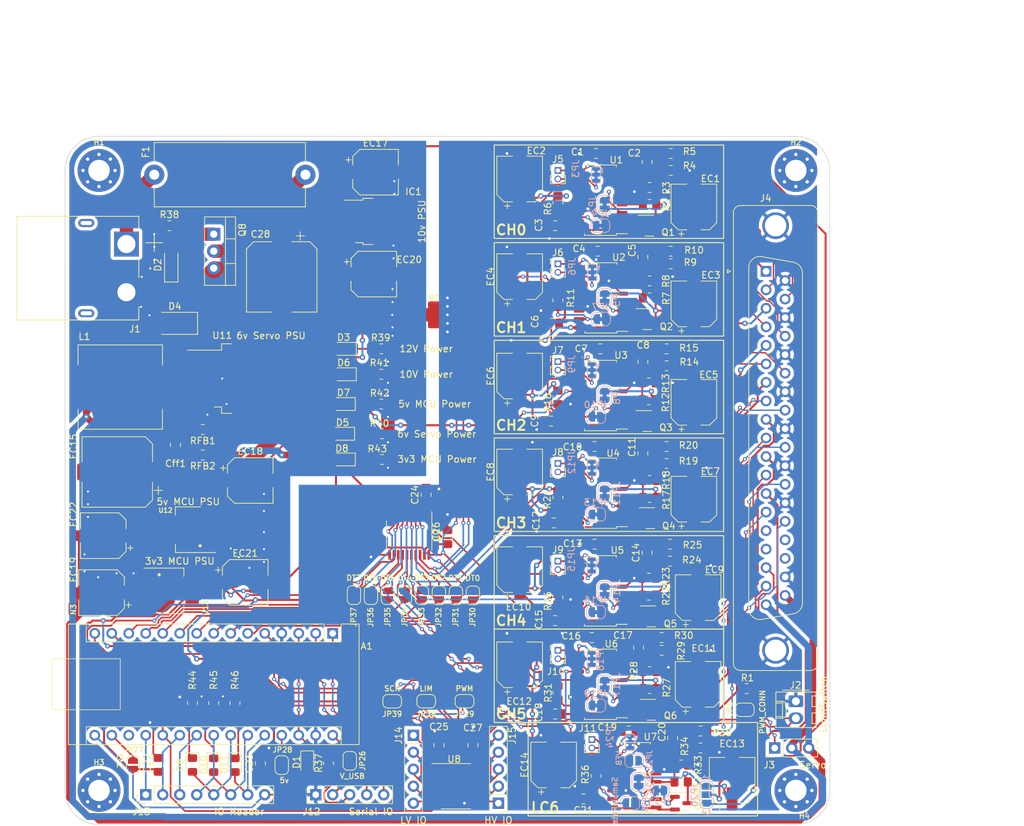
<source format=kicad_pcb>
(kicad_pcb (version 20211014) (generator pcbnew)
  (layers (0 "F.Cu" signal) (31 "B.Cu" signal) (34 "B.Paste" user) (35 "F.Paste" user) (36 "B.SilkS" user "B.Silkscreen") (37 "F.SilkS" user "F.Silkscreen") (38 "B.Mask" user) (39 "F.Mask" user) (44 "Edge.Cuts" user))
  (net 0 "")
  (net 1 "Net-(A1-Pad1)")
  (net 2 "Net-(A1-Pad2)")
  (net 3 "/MCU/RST")
  (net 4 "SCK")
  (net 5 "/MCU/DT1")
  (net 6 "/MCU/DT2")
  (net 7 "/MCU/DT3")
  (net 8 "/MCU/DT4")
  (net 9 "/MCU/DT5")
  (net 10 "/MCU/DT6")
  (net 11 "/MCU/DT7")
  (net 12 "/MCU/DT0")
  (net 13 "/LIMIT_SWITCH")
  (net 14 "/MCU/SERVO_PWM_PIN")
  (net 15 "/MCU/SPARE_0")
  (net 16 "Net-(A1-Pad17)")
  (net 18 "Net-(A1-Pad19)")
  (net 19 "/MCU/OUTPUT_ENABLE")
  (net 20 "Net-(A1-Pad21)")
  (net 21 "Net-(A1-Pad22)")
  (net 22 "Net-(A1-Pad23)")
  (net 23 "Net-(A1-Pad24)")
  (net 24 "Net-(A1-Pad25)")
  (net 25 "Net-(A1-Pad26)")
  (net 26 "Net-(A1-Pad27)")
  (net 27 "Net-(A1-Pad30)")
  (net 28 "Net-(C1-Pad1)")
  (net 29 "GNDA")
  (net 30 "Net-(C2-Pad1)")
  (net 31 "Net-(C2-Pad2)")
  (net 32 "5VDC")
  (net 33 "Net-(C4-Pad1)")
  (net 34 "Net-(C5-Pad1)")
  (net 35 "Net-(C5-Pad2)")
  (net 36 "Net-(C7-Pad1)")
  (net 37 "Net-(C8-Pad1)")
  (net 38 "Net-(C8-Pad2)")
  (net 39 "Net-(C10-Pad1)")
  (net 40 "Net-(C11-Pad1)")
  (net 41 "Net-(C11-Pad2)")
  (net 42 "Net-(C13-Pad1)")
  (net 43 "Net-(C14-Pad1)")
  (net 44 "Net-(C14-Pad2)")
  (net 45 "Net-(C16-Pad1)")
  (net 46 "Net-(C17-Pad1)")
  (net 47 "Net-(C17-Pad2)")
  (net 48 "Net-(C19-Pad1)")
  (net 49 "Net-(C20-Pad1)")
  (net 50 "Net-(C20-Pad2)")
  (net 51 "3V3DC")
  (net 52 "/Power Distribution/12V_BUS")
  (net 53 "GNDPWR")
  (net 54 "/SERVO_POWER")
  (net 55 "/Power Distribution/FB")
  (net 56 "Net-(D1-Pad1)")
  (net 57 "/Power Distribution/12V_00")
  (net 58 "Net-(D3-Pad1)")
  (net 59 "/Power Distribution/6VDC")
  (net 60 "Net-(D5-Pad1)")
  (net 61 "Net-(D6-Pad1)")
  (net 62 "/10V_DC")
  (net 63 "Net-(D7-Pad1)")
  (net 64 "Net-(D8-Pad1)")
  (net 65 "/BridgeDriver0/V_LC")
  (net 66 "/BridgeDriver1/V_LC")
  (net 67 "/BridgeDriver2/V_LC")
  (net 68 "/BridgeDriver3/V_LC")
  (net 69 "/BridgeDriver4/V_LC")
  (net 70 "/BridgeDriver5/V_LC")
  (net 71 "Net-(EC13-Pad1)")
  (net 72 "/Power Distribution/12V_IN")
  (net 73 "/Power Distribution/12V")
  (net 76 "/SERVO_PWM")
  (net 77 "/BridgeDriver0/LC-")
  (net 78 "/BridgeDriver1/LC-")
  (net 79 "/BridgeDriver2/LC-")
  (net 80 "/BridgeDriver3/LC-")
  (net 81 "/BridgeDriver4/LC-")
  (net 82 "/BridgeDriver5/LC-")
  (net 83 "/LoadCell/V_LC")
  (net 84 "/LoadCell/LC-")
  (net 87 "/PWM")
  (net 88 "/BridgeDriver0/LC+")
  (net 89 "/BridgeDriver1/LC+")
  (net 90 "/BridgeDriver2/LC+")
  (net 91 "/BridgeDriver3/LC+")
  (net 92 "/BridgeDriver4/LC+")
  (net 93 "/BridgeDriver5/LC+")
  (net 94 "/LoadCell/LC+")
  (net 97 "Net-(J5-Pad1)")
  (net 98 "Net-(J5-Pad2)")
  (net 99 "Net-(J6-Pad1)")
  (net 100 "Net-(J6-Pad2)")
  (net 101 "Net-(J7-Pad1)")
  (net 102 "Net-(J7-Pad2)")
  (net 103 "Net-(J8-Pad1)")
  (net 104 "Net-(J8-Pad2)")
  (net 105 "Net-(J9-Pad1)")
  (net 106 "Net-(J9-Pad2)")
  (net 107 "Net-(J10-Pad1)")
  (net 108 "Net-(J10-Pad2)")
  (net 109 "Net-(J11-Pad1)")
  (net 110 "Net-(J11-Pad2)")
  (net 111 "/MCU/V_USB")
  (net 112 "Net-(J14-Pad1)")
  (net 113 "Net-(J14-Pad2)")
  (net 114 "Net-(J14-Pad3)")
  (net 115 "Net-(J14-Pad4)")
  (net 116 "Net-(J14-Pad5)")
  (net 117 "Net-(J15-Pad1)")
  (net 118 "Net-(J15-Pad2)")
  (net 119 "Net-(J15-Pad3)")
  (net 120 "Net-(J15-Pad4)")
  (net 121 "Net-(J15-Pad5)")
  (net 122 "Net-(JP2-Pad1)")
  (net 123 "Net-(JP4-Pad2)")
  (net 124 "Net-(JP5-Pad1)")
  (net 125 "Net-(JP7-Pad2)")
  (net 126 "Net-(JP8-Pad1)")
  (net 127 "Net-(JP10-Pad2)")
  (net 128 "Net-(JP11-Pad1)")
  (net 129 "Net-(JP13-Pad2)")
  (net 130 "Net-(JP14-Pad1)")
  (net 131 "Net-(JP16-Pad2)")
  (net 132 "Net-(JP17-Pad1)")
  (net 133 "Net-(JP19-Pad2)")
  (net 134 "Net-(JP21-Pad1)")
  (net 135 "Net-(JP22-Pad1)")
  (net 136 "Net-(JP23-Pad2)")
  (net 137 "Net-(JP23-Pad1)")
  (net 138 "Net-(JP25-Pad2)")
  (net 139 "Net-(Q1-Pad1)")
  (net 140 "Net-(Q2-Pad1)")
  (net 141 "Net-(Q3-Pad1)")
  (net 142 "Net-(Q4-Pad1)")
  (net 143 "Net-(Q5-Pad1)")
  (net 144 "Net-(Q6-Pad1)")
  (net 145 "Net-(R2-Pad1)")
  (net 146 "Net-(R7-Pad1)")
  (net 147 "Net-(R12-Pad1)")
  (net 148 "Net-(R17-Pad1)")
  (net 149 "Net-(R22-Pad1)")
  (net 150 "Net-(R27-Pad1)")
  (net 158 "/BridgeDriver0/D_OUT")
  (net 159 "/BridgeDriver1/D_OUT")
  (net 160 "/BridgeDriver2/D_OUT")
  (net 161 "/BridgeDriver3/D_OUT")
  (net 162 "/BridgeDriver4/D_OUT")
  (net 163 "/BridgeDriver5/D_OUT")
  (net 164 "/LoadCell/D_OUT")
  (net 165 "/MCU/DATA_7")
  (net 166 "/MCU/SCK")
  (net 167 "/MCU/LIMIT_SWITCH")
  (net 168 "Net-(D9-Pad1)")
  (net 169 "Net-(D10-Pad1)")
  (net 170 "Net-(D11-Pad1)")
  (net 171 "/SERVO_GND")
  (footprint "Package_TO_SOT_SMD:SOT-23" (layer "F.Cu") (at 189.23 81.28)
    (fp_text reference "Q3")
    (fp_text value "BC807")
  )
  (footprint "Capacitor_SMD:CP_Elec_6.3x5.9" (layer "F.Cu") (at 196.85 107.69 90)
    (fp_text reference "EC9")
    (fp_text value "10u")
  )
  (footprint "Jumper:SolderJumper-2_P1.3mm_Open_RoundedPad1.0x1.5mm" (layer "F.Cu") (at 156.21 123.175 180)
    (fp_text reference "JP38")
    (fp_text value "LIM")
  )
  (footprint "Jumper:SolderJumper-2_P1.3mm_Open_RoundedPad1.0x1.5mm" (layer "F.Cu") (at 203.82 124.46)
    (fp_text reference "JP1")
    (fp_text value "PWM_CONN")
  )
  (footprint "Jumper:SolderJumper-2_P1.3mm_Open_RoundedPad1.0x1.5mm" (layer "F.Cu") (at 163.195 107.36 -90)
    (fp_text reference "JP30")
    (fp_text value "DT0")
  )
  (footprint "Diode_SMD:D_0805_2012Metric_Pad1.15x1.40mm_HandSolder" (layer "F.Cu") (at 121.285 132.715 -90)
    (fp_text reference "D9")
    (fp_text value "LED")
  )
  (footprint "Capacitor_SMD:C_0805_2012Metric_Pad1.18x1.45mm_HandSolder" (layer "F.Cu") (at 188.595 56.7475 90)
    (fp_text reference "C5")
    (fp_text value "100n")
  )
  (footprint "Package_SO:SOP-16_4.55x10.3mm_P1.27mm" (layer "F.Cu") (at 182.32 62.865 180)
    (fp_text reference "U2")
    (fp_text value "HX711")
  )
  (footprint "Capacitor_SMD:CP_Elec_6.3x5.9" (layer "F.Cu") (at 129.165 105.41)
    (fp_text reference "EC21")
    (fp_text value "10u")
  )
  (footprint "Package_SO:TSSOP-20_4.4x6.5mm_P0.65mm" (layer "F.Cu") (at 160.655 135.89)
    (fp_text reference "U8")
    (fp_text value "TXS0108EPW")
  )
  (footprint "Capacitor_SMD:CP_Elec_6.3x5.9" (layer "F.Cu") (at 170.18 117.735 90)
    (fp_text reference "EC12")
    (fp_text value "10u")
  )
  (footprint "Resistor_SMD:R_0805_2012Metric_Pad1.20x1.40mm_HandSolder" (layer "F.Cu") (at 122.825 86.36 180)
    (fp_text reference "RFB2")
    (fp_text value "3k3")
  )
  (footprint "Capacitor_SMD:CP_Elec_6.3x5.9" (layer "F.Cu") (at 196.215 78.48 90)
    (fp_text reference "EC5")
    (fp_text value "10u")
  )
  (footprint "Diode_SMD:D_MiniMELF" (layer "F.Cu") (at 118.11 57.94 90)
    (fp_text reference "D2")
    (fp_text value "BZV55B9V1")
  )
  (footprint "Package_TO_SOT_SMD:TO-252-2" (layer "F.Cu") (at 149.225 51.435)
    (fp_text reference "IC1")
    (fp_text value "BAJ0BC0FP-E2")
  )
  (footprint "Package_SO:SOP-16_4.55x10.3mm_P1.27mm" (layer "F.Cu") (at 187.325 134.62 180)
    (fp_text reference "U7")
    (fp_text value "HX711")
  )
  (footprint "Capacitor_SMD:CP_Elec_6.3x5.9" (layer "F.Cu") (at 196.215 63.76 90)
    (fp_text reference "EC3")
    (fp_text value "10u")
  )
  (footprint "Capacitor_SMD:CP_Elec_6.3x5.9" (layer "F.Cu") (at 196.85 120.65 90)
    (fp_text reference "EC11")
    (fp_text value "10u")
  )
  (footprint "Package_TO_SOT_SMD:SOT-23" (layer "F.Cu") (at 189.23 66.04)
    (fp_text reference "Q2")
    (fp_text value "BC807")
  )
  (footprint "MountingHole:MountingHole_3.2mm_M3_Pad_Via" (layer "F.Cu") (at 211.455 136.525)
    (fp_text reference "H4")
    (fp_text value "MountingHole_M3" hide)
  )
  (footprint "Capacitor_SMD:CP_Elec_6.3x5.9" (layer "F.Cu") (at 170.18 59.69 90)
    (fp_text reference "EC4")
    (fp_text value "10u")
  )
  (footprint "Resistor_SMD:R_0805_2012Metric_Pad1.20x1.40mm_HandSolder" (layer "F.Cu") (at 192.135 70.485)
    (fp_text reference "R15")
    (fp_text value "100r")
  )
  (footprint "Resistor_SMD:R_0805_2012Metric_Pad1.20x1.40mm_HandSolder" (layer "F.Cu") (at 149.495 74.295 180)
    (fp_text reference "R41")
    (fp_text value "8k2")
  )
  (footprint "Connector_PinHeader_1.27mm:PinHeader_1x02_P1.27mm_Vertical" (layer "F.Cu") (at 175.895 57.785)
    (fp_text reference "J6")
    (fp_text value "IN_B")
  )
  (footprint "Capacitor_SMD:CP_Elec_6.3x5.9" (layer "F.Cu") (at 107.69 106.94 180)
    (fp_text reference "EC19")
    (fp_text value "22u")
  )
  (footprint "Connector_Molex:Molex_KK-254_AE-6410-02A_1x02_P2.54mm_Vertical" (layer "F.Cu") (at 211.455 123.19 -90)
    (fp_text reference "J2")
    (fp_text value "LimitSwitch")
  )
  (footprint "NetTie:NetTie-8-15A_1oz_2oz" (layer "F.Cu") (at 157.48 65.405 180)
    (fp_text reference "N2")
    (fp_text value "pwr_tie")
  )
  (footprint "Capacitor_SMD:C_0805_2012Metric_Pad1.18x1.45mm_HandSolder" (layer "F.Cu") (at 187.96 115.1675 90)
    (fp_text reference "C17")
    (fp_text value "100n")
  )
  (footprint "Capacitor_SMD:C_0805_2012Metric_Pad1.18x1.45mm_HandSolder" (layer "F.Cu") (at 179.705 137.795 180)
    (fp_text reference "C21")
    (fp_text value "100n")
  )
  (footprint "Resistor_SMD:R_0805_2012Metric_Pad1.20x1.40mm_HandSolder" (layer "F.Cu") (at 189.595 90.17 180)
    (fp_text reference "R18")
    (fp_text value "33k")
  )
  (footprint "Capacitor_SMD:CP_Elec_6.3x5.9" (layer "F.Cu") (at 170.18 103.505 90)
    (fp_text reference "EC10")
    (fp_text value "10u")
  )
  (footprint "Resistor_SMD:R_0805_2012Metric_Pad1.20x1.40mm_HandSolder" (layer "F.Cu") (at 204.105 121.285 180)
    (fp_text reference "R1")
    (fp_text value "10k")
  )
  (footprint "Resistor_SMD:R_0805_2012Metric_Pad1.20x1.40mm_HandSolder" (layer "F.Cu") (at 175.895 63.23 -90)
    (fp_text reference "R11")
    (fp_text value "10k")
  )
  (footprint "MountingHole:MountingHole_3.2mm_M3_Pad_Via" (layer "F.Cu") (at 211.455 43.815)
    (fp_text reference "H2")
    (fp_text value "MountingHole_M3" hide)
  )
  (footprint "Connector_PinHeader_1.27mm:PinHeader_1x02_P1.27mm_Vertical" (layer "F.Cu") (at 175.895 87.63)
    (fp_text reference "J8")
    (fp_text value "IN_B")
  )
  (footprint "Capacitor_SMD:C_0805_2012Metric_Pad1.18x1.45mm_HandSolder" (layer "F.Cu") (at 159.385 98.6575 90)
    (fp_text reference "C26")
    (fp_text value "100n")
  )
  (footprint "Connector_PinHeader_2.54mm:PinHeader_1x08_P2.54mm_Vertical" (layer "F.Cu") (at 114.3 137.16 90)
    (fp_text reference "J13")
    (fp_text value "IO Header")
  )
  (footprint "Connector_PinHeader_1.27mm:PinHeader_1x02_P1.27mm_Vertical" (layer "F.Cu") (at 175.895 43.815)
    (fp_text reference "J5")
    (fp_text value "IN_B")
  )
  (footprint "Capacitor_SMD:C_0805_2012Metric_Pad1.18x1.45mm_HandSolder" (layer "F.Cu") (at 181.8425 55.88 180)
    (fp_text reference "C4")
    (fp_text value "100n")
  )
  (footprint "Resistor_SMD:R_0805_2012Metric_Pad1.20x1.40mm_HandSolder" (layer "F.Cu") (at 149.59 87.03 180)
    (fp_text reference "R43")
    (fp_text value "330r")
  )
  (footprint "Connector_PinHeader_1.27mm:PinHeader_1x02_P1.27mm_Vertical" (layer "F.Cu") (at 175.895 102.235)
    (fp_text reference "J9")
    (fp_text value "IN_B")
  )
  (footprint "Jumper:SolderJumper-2_P1.3mm_Open_RoundedPad1.0x1.5mm" (layer "F.Cu") (at 160.655 107.33 -90)
    (fp_text reference "JP31")
    (fp_text value "DT1")
  )
  (footprint "Capacitor_SMD:CP_Elec_6.3x5.9" (layer "F.Cu") (at 148.64 44.07)
    (fp_text reference "EC17")
    (fp_text value "22u")
  )
  (footprint "Capacitor_SMD:C_0805_2012Metric_Pad1.18x1.45mm_HandSolder" (layer "F.Cu") (at 181.3775 85.09 180)
    (fp_text reference "C10")
    (fp_text value "100n")
  )
  (footprint "Diode_SMD:D_0805_2012Metric_Pad1.15x1.40mm_HandSolder" (layer "F.Cu") (at 143.9 70.485 180)
    (fp_text reference "D3")
    (fp_text value "12V Power")
  )
  (footprint "Resistor_SMD:R_0805_2012Metric_Pad1.20x1.40mm_HandSolder" (layer "F.Cu") (at 175.895 92.71 -90)
    (fp_text reference "R21")
    (fp_text value "10k")
  )
  (footprint "Jumper:SolderJumper-2_P1.3mm_Open_RoundedPad1.0x1.5mm" (layer "F.Cu") (at 158.115 107.33 -90)
    (fp_text reference "JP32")
    (fp_text value "DT2")
  )
  (footprint "Capacitor_SMD:CP_Elec_10x10" (layer "F.Cu") (at 134.62 59.73 -90)
    (fp_text reference "C28")
    (fp_text value "680u")
  )
  (footprint "Resistor_SMD:R_0805_2012Metric_Pad1.20x1.40mm_HandSolder" (layer "F.Cu") (at 189.5 75.565 180)
    (fp_text reference "R13")
    (fp_text value "33k")
  )
  (footprint "Resistor_SMD:R_0805_2012Metric_Pad1.20x1.40mm_HandSolder" (layer "F.Cu") (at 191.405 113.665)
    (fp_text reference "R30")
    (fp_text value "100r")
  )
  (footprint "Package_SO:SOP-16_4.55x10.3mm_P1.27mm" (layer "F.Cu") (at 182.245 106.68 180)
    (fp_text reference "U5")
    (fp_text value "HX711")
  )
  (footprint "Resistor_SMD:R_0805_2012Metric_Pad1.20x1.40mm_HandSolder" (layer "F.Cu") (at 141.605 132.445 -90)
    (fp_text reference "R37")
    (fp_text value "1k")
  )
  (footprint "Connector_Dsub:DSUB-37_Female_Vertical_P2.77x2.84mm_MountingHoles" (layer "F.Cu") (at 207.01 58.89 90)
    (fp_text reference "J4")
    (fp_text value "Truss Connection")
  )
  (footprint "Package_TO_SOT_SMD:SOT-23" (layer "F.Cu") (at 189.712167 95.805019)
    (fp_text reference "Q4")
    (fp_text value "BC807")
  )
  (footprint "Resistor_SMD:R_0805_2012Metric_Pad1.20x1.40mm_HandSolder" (layer "F.Cu") (at 191.405 115.57)
    (fp_text reference "R29")
    (fp_text value "100r")
  )
  (footprint "Resistor_SMD:R_0805_2012Metric_Pad1.20x1.40mm_HandSolder" (layer "F.Cu") (at 192.135 87.63)
    (fp_text reference "R19")
    (fp_text value "100r")
  )
  (footprint "Resistor_SMD:R_0805_2012Metric_Pad1.20x1.40mm_HandSolder" (layer "F.Cu") (at 192.675 102.235)
    (fp_text reference "R24")
    (fp_text value "100r")
  )
  (footprint "Capacitor_SMD:CP_Elec_6.3x5.9" (layer "F.Cu") (at 201.93 134.995 90)
    (fp_text reference "EC13")
    (fp_text value "10u")
  )
  (footprint "Jumper:SolderJumper-2_P1.3mm_Open_RoundedPad1.0x1.5mm" (layer "F.Cu") (at 144.78 132.095 -90)
    (fp_text reference "JP26")
    (fp_text value "V_USB")
  )
  (footprint "Capacitor_SMD:C_0805_2012Metric_Pad1.18x1.45mm_HandSolder" (layer "F.Cu") (at 186.4575 127.635 180)
    (fp_text reference "C19")
    (fp_text value "100n")
  )
  (footprint "Capacitor_SMD:CP_Elec_6.3x5.9" (layer "F.Cu") (at 196.215 92.97 90)
    (fp_text reference "EC7")
    (fp_text value "10u")
  )
  (footprint "Resistor_SMD:R_0805_2012Metric_Pad1.20x1.40mm_HandSolder" (layer "F.Cu") (at 189.5 78.105)
    (fp_text reference "R12")
    (fp_text value "12k")
  )
  (footprint "Capacitor_SMD:CP_Elec_6.3x5.9" (layer "F.Cu") (at 196.215 49.27 90)
    (fp_text reference "EC1")
    (fp_text value "10u")
  )
  (footprint "Resistor_SMD:R_0805_2012Metric_Pad1.20x1.40mm_HandSolder" (layer "F.Cu") (at 192.77 57.785)
    (fp_text reference "R9")
    (fp_text value "100r")
  )
  (footprint "Connector_PinHeader_1.27mm:PinHeader_1x02_P1.27mm_Vertical" (layer "F.Cu") (at 175.895 72.39)
    (fp_text reference "J7")
    (fp_text value "IN_B")
  )
  (footprint "Diode_SMD:D_0805_2012Metric_Pad1.15x1.40mm_HandSolder" (layer "F.Cu") (at 143.9 74.295 180)
    (fp_text reference "D6")
    (fp_text value "10V Power")
  )
  (footprint "Connector_PinHeader_1.27mm:PinHeader_1x02_P1.27mm_Vertical" (layer "F.Cu") (at 175.895 115.57)
    (fp_text reference "J10")
    (fp_text value "IN_B")
  )
  (footprint "Capacitor_SMD:C_0805_2012Metric_Pad1.18x1.45mm_HandSolder" (layer "F.Cu") (at 174.8575 81.28 180)
    (fp_text reference "C9")
    (fp_text value "100n")
  )
  (footprint "Jumper:SolderJumper-2_P1.3mm_Open_RoundedPad1.0x1.5mm" (layer "F.Cu") (at 134.62 132.73 -90)
    (fp_text reference "JP28")
    (fp_text value "5v")
  )
  (footprint "Resistor_SMD:R_0805_2012Metric_Pad1.20x1.40mm_HandSolder" (layer "F.Cu") (at 127.635 123.46 -90)
    (fp_text reference "R46")
    (fp_text value "1k")
  )
  (footprint "Resistor_SMD:R_0805_2012Metric_Pad1.20x1.40mm_HandSolder" (layer "F.Cu") (at 189.595 46.355 180)
    (fp_text reference "R3")
    (fp_text value "33k")
  )
  (footprint "Capacitor_SMD:C_0805_2012Metric_Pad1.18x1.45mm_HandSolder" (layer "F.Cu") (at 188.595 86.1275 90)
    (fp_text reference "C11")
    (fp_text value "100n")
  )
  (footprint "Resistor_SMD:R_0805_2012Metric_Pad1.20x1.40mm_HandSolder" (layer "F.Cu") (at 197.215 127.635)
    (fp_text reference "R35")
    (fp_text value "100r")
  )
  (footprint "Package_TO_SOT_SMD:SOT-23" (layer "F.Cu") (at 189.5625 52.07)
    (fp_text reference "Q1")
    (fp_text value "BC807")
  )
  (footprint "Connector_PinHeader_2.54mm:PinHeader_1x05_P2.54mm_Vertical" (layer "F.Cu") (at 154.305 128.27)
    (fp_text reference "J14")
    (fp_text value "LV IO")
  )
  (footprint "Module:Arduino_Nano" (layer "F.Cu") (at 142.24 113.03 -90)
    (fp_text reference "A1")
    (fp_text value "Arduino_Nano_v3.x")
  )
  (footprint "Resistor_SMD:R_0805_2012Metric_Pad1.20x1.40mm_HandSolder" (layer "F.Cu") (at 189.595 60.325 180)
    (fp_text reference "R8")
    (fp_text value "33k")
  )
  (footprint "Capacitor_SMD:CP_Elec_6.3x5.9" (layer "F.Cu") (at 107.95 98.425 180)
    (fp_text reference "EC22")
    (fp_text value "10u")
  )
  (footprint "Diode_SMD:D_0805_2012Metric_Pad1.15x1.40mm_HandSolder" (layer "F.Cu") (at 143.755 78.74 180)
    (fp_text reference "D7")
    (fp_text value "5v MCU Power")
  )
  (footprint "Package_TO_SOT_SMD:SOT-23" (layer "F.Cu") (at 189.865 124.46)
    (fp_text reference "Q6")
    (fp_text value "BC807")
  )
  (footprint "Package_TO_SOT_SMD:SOT-223-3_TabPin2" (layer "F.Cu") (at 118.085 106.68)
    (fp_text reference "U13")
    (fp_text value "AMS1117-3.3")
  )
  (footprint "Connector_PinHeader_2.54mm:PinHeader_1x05_P2.54mm_Vertical" (layer "F.Cu") (at 139.7 137.16 90)
    (fp_text reference "J12")
    (fp_text value "Serial IO")
  )
  (footprint "Jumper:SolderJumper-2_P1.3mm_Open_RoundedPad1.0x1.5mm" (layer "F.Cu") (at 161.94 123.175 180)
    (fp_text reference "JP29")
    (fp_text value "PWM")
  )
  (footprint "Capacitor_SMD:CP_Elec_6.3x5.9" (layer "F.Cu") (at 148.38 59.31)
    (fp_text reference "EC20")
    (fp_text value "10u")
  )
  (footprint "Jumper:SolderJumper-2_P1.3mm_Open_RoundedPad1.0x1.5mm" (layer "F.Cu") (at 150.495 107.315 -90)
    (fp_text reference "JP35")
    (fp_text value "DT5")
  )
  (footprint "Resistor_SMD:R_0805_2012Metric_Pad1.20x1.40mm_HandSolder" (layer "F.Cu") (at 189.595 118.745 180)
    (fp_text reference "R28")
    (fp_text value "33k")
  )
  (footprint "MountingHole:MountingHole_3.2mm_M3_Pad_Via" (layer "F.Cu") (at 107.315 43.815)
    (fp_text reference "H1")
    (fp_text value "MountingHole_M3" hide)
  )
  (footprint "Resistor_SMD:R_0805_2012Metric_Pad1.20x1.40mm_HandSolder" (layer "F.Cu") (at 189.5 104.775 180)
    (fp_text reference "R23")
    (fp_text value "33k")
  )
  (footprint "Resistor_SMD:R_0805_2012Metric_Pad1.20x1.40mm_HandSolder" (layer "F.Cu") (at 192.135 73.025)
    (fp_text reference "R14")
    (fp_text value "100r")
  )
  (footprint "Capacitor_SMD:C_0805_2012Metric_Pad1.18x1.45mm_HandSolder" (layer "F.Cu") (at 188.595 72.39 90)
    (fp_text reference "C8")
    (fp_text value "100n")
  )
  (footprint "Capacitor_SMD:C_0805_2012Metric_Pad1.18x1.45mm_HandSolder" (layer "F.Cu") (at 181.61 41.275 180)
    (fp_text reference "C1")
    (fp_text value "100n")
  )
  (footprint "Jumper:SolderJumper-2_P1.3mm_Open_RoundedPad1.0x1.5mm" (layer "F.Cu") (at 155.575 107.33 -90)
    (fp_text reference "JP33")
    (fp_text value "DT3")
  )
  (footprint "Resistor_SMD:R_0805_2012Metric_Pad1.20x1.40mm_HandSolder" (layer "F.Cu") (at 189.5 107.315)
    (fp_text reference "R22")
    (fp_text value "12k")
  )
  (footprint "Package_SO:SOP-16_4.55x10.3mm_P1.27mm" (layer "F.Cu") (at 182.245 92.075 180)
    (fp_text reference "U4")
    (fp_text value "HX711")
  )
  (footprint "Capacitor_SMD:CP_Elec_10x10" (layer "F.Cu") (at 110.045 88.9 180)
    (fp_text reference "EC15")
    (fp_text value "100u")
  )
  (footprint "Diode_SMD:D_0805_2012Metric_Pad1.15x1.40mm_HandSolder" (layer "F.Cu") (at 124.46 132.747992 -90)
    (fp_text reference "D10")
    (fp_text value "LED")
  )
  (footprint "Capacitor_SMD:C_0805_2012Metric_Pad1.18x1.45mm_HandSolder" (layer "F.Cu") (at 175.4925 111.125 180)
    (fp_text reference "C15")
    (fp_text value "100n")
  )
  (footprint "Capacitor_SMD:C_0805_2012Metric_Pad1.18x1.45mm_HandSolder" (layer "F.Cu") (at 118.745 84.8575 -90)
    (fp_text reference "Cff1")
    (fp_text value "3n3")
  )
  (footprint "Resistor_SMD:R_0805_2012Metric_Pad1.20x1.40mm_HandSolder" (layer "F.Cu") (at 192.675 99.695)
    (fp_text reference "R25")
    (fp_text value "100r")
  )
  (footprint "Capacitor_SMD:C_0805_2012Metric_Pad1.18x1.45mm_HandSolder" (layer "F.Cu") (at 189.23 42.545 90)
    (fp_text reference "C2")
    (fp_text value "100n")
  )
  (footprint "Resistor_SMD:R_0805_2012Metric_Pad1.20x1.40mm_HandSolder" (layer "F.Cu") (at 189.595 48.895)
    (fp_text reference "R2")
    (fp_text value "12k")
  )
  (footprint "Connector_AMASS:AMASS_XT60PW-M" (layer "F.Cu") (at 105.41 58.42 90)
    (fp_text reference "J1")
    (fp_text value "XT60_60A_male")
  )
  (footprint "Resistor_SMD:R_0805_2012Metric_Pad1.20x1.40mm_HandSolder" (layer "F.Cu") (at 192.77 55.88)
    (fp_text reference "R10")
    (fp_text value "100r")
  )
  (footprint "Capacitor_SMD:C_0805_2012Metric_Pad1.18x1.45mm_HandSolder" (layer "F.Cu") (at 131.445 132.4825 90)
    (fp_text reference "C23")
    (fp_text value "100n")
  )
  (footprint "Resistor_SMD:R_0805_2012Metric_Pad1.20x1.40mm_HandSolder" (layer "F.Cu") (at 194.31 135.255)
    (fp_text reference "R32")
    (fp_text value "12k")
  )
  (footprint "Capacitor_SMD:C_0805_2012Metric_Pad1.18x1.45mm_HandSolder" (layer "F.Cu") (at 175.0275 66.675 180)
    (fp_text reference "C6")
    (fp_text value "100n")
  )
  (footprint "Package_TO_SOT_SMD:SOT-23" (layer "F.Cu") (at 189.865 110.49)
    (fp_text reference "Q5")
    (fp_text value "BC807")
  )
  (footprint "Resistor_SMD:R_0805_2012Metric_Pad1.20x1.40mm_HandSolder" (layer "F.Cu") (at 189.595 92.71)
    (fp_text reference "R17")
    (fp_text value "12k")
  )
  (footprint "Jumper:SolderJumper-2_P1.3mm_Open_RoundedPad1.0x1.5mm" (layer "F.Cu") (at 151.13 123.19 180)
    (fp_text reference "JP39")
    (fp_text value "SCK")
  )
  (footprint "Package_TO_SOT_SMD:TO-263-5_TabPin3" (layer "F.Cu") (at 128.59 74.93)
    (fp_text reference "U11")
    (fp_text value "LM2596S-ADJ")
  )
  (footprint "Package_TO_SOT_SMD:SOT-23" (layer "F.Cu") (at 194.31 138.43)
    (fp_text reference "Q7")
    (fp_text value "BC807")
  )
  (footprint "Jumper:SolderJumper-2_P1.3mm_Open_RoundedPad1.0x1.5mm" (layer "F.Cu") (at 153.035 107.315 -90)
    (fp_text reference "JP34")
    (fp_text value "DT4")
  )
  (footprint "Connector_PinHeader_2.54mm:PinHeader_1x05_P2.54mm_Vertical" (layer "F.Cu") (at 167.005 138.425 180)
    (fp_text reference "J15")
    (fp_text value "HV IO")
  )
  (footprint "Resistor_SMD:R_0805_2012Metric_Pad1.20x1.40mm_HandSolder" (layer "F.Cu") (at 181.61 134.35 -90)
    (fp_text reference "R36")
    (fp_text value "10k")
  )
  (footprint "Capacitor_SMD:C_0805_2012Metric_Pad1.18x1.45mm_HandSolder" (layer "F.Cu") (at 189.23 100.965 90)
    (fp_text reference "C14")
    (fp_text value "100n")
  )
  (footprint "Capacitor_SMD:C_0805_2012Metric_Pad1.18x1.45mm_HandSolder" (layer "F.Cu") (at 175.4925 125.095 180)
    (fp_text reference "C18")
    (fp_text value "100n")
  )
  (footprint "Jumper:SolderJumper-2_P1.3mm_Open_RoundedPad1.0x1.5mm" (layer "F.Cu") (at 145.415 107.315 -90)
    (fp_text reference "JP37")
    (fp_text value "DT7")
  )
  (footprint "Diode_SMD:D_0805_2012Metric_Pad1.15x1.40mm_HandSolder" (layer "F.Cu") (at 138.43 132.47 -90)
    (fp_text reference "D1")
    (fp_text value "LED")
  )
  (footprint "Connector_PinHeader_1.27mm:PinHeader_1x02_P1.27mm_Vertical" (layer "F.Cu") (at 180.975 128.905)
    (fp_text reference "J11")
    (fp_text value "IN_B")
  )
  (footprint "Resistor_SMD:R_0805_2012Metric_Pad1.20x1.40mm_HandSolder" (layer "F.Cu") (at 189.595 121.285)
    (fp_text reference "R27")
    (fp_text value "12k")
  )
  (footprint "Resistor_SMD:R_0805_2012Metric_Pad1.20x1.40mm_HandSolder" (layer "F.Cu") (at 175.895 48.625 -90)
    (fp_text reference "R6")
    (fp_text value "10k")
  )
  (footprint "Capacitor_SMD:C_0805_2012Metric_Pad1.18x1.45mm_HandSolder" (layer "F.Cu") (at 181.3775 99.695 180)
    (fp_text reference "C13")
    (fp_text value "100n")
  )
  (footprint "Diode_SMD:D_0805_2012Metric_Pad1.15x1.40mm_HandSolder" (layer "F.Cu") (at 143.655 83.185 180)
    (fp_text reference "D5")
    (fp_text value "6v Servo Power")
  )
  (footprint "Resistor_SMD:R_0805_2012Metric_Pad1.20x1.40mm_HandSolder" (layer "F.Cu") (at 149.495 78.74 180)
    (fp_text reference "R42")
    (fp_text value "1k")
  )
  (footprint "Resistor_SMD:R_0805_2012Metric_Pad1.20x1.40mm_HandSolder" (layer "F.Cu") (at 124.46 123.46 -90)
    (fp_text reference "R45")
    (fp_text value "1k")
  )
  (footprint "Package_TO_SOT_SMD:SOT-223-3_TabPin2" (layer "F.Cu") (at 120.65 97.53 180)
    (fp_text reference "U12")
    (fp_text value "AMS1117-5.0")
  )
  (footprint "Resistor_SMD:R_0805_2012Metric_Pad1.20x1.40mm_HandSolder" (layer "F.Cu") (at 189.595 62.865)
    (fp_text reference "R7")
    (fp_text value "12k")
  )
  (footprint "Resistor_SMD:R_0805_2012Metric_Pad1.20x1.40mm_HandSolder" (layer "F.Cu") (at 192.77 41.275)
    (fp_text reference "R5")
    (fp_text value "100r")
  )
  (footprint "Diode_SMD:D_0805_2012Metric_Pad1.15x1.40mm_HandSolder" (layer "F.Cu") (at 143.755 87.03 180)
    (fp_text reference "D8")
    (fp_text value "3v3 MCU Power")
  )
  (footprint "Capacitor_SMD:C_0805_2012Metric_Pad1.18x1.45mm_HandSolder" (layer "F.Cu") (at 175.26 96.52 180)
    (fp_text reference "C12")
    (fp_text value "100n")
  )
  (footprint "Package_SO:SOP-16_4.55x10.3mm_P1.27mm" (layer "F.Cu") (at 182.245 120.65 180)
    (fp_text reference "U6")
    (fp_text value "HX711")
  )
  (footprint "Package_SO:SOP-16_4.55x10.3mm_P1.27mm" (layer "F.Cu") (at 182.245 77.47 180)
    (fp_text reference "U3")
    (fp_text value "HX711")
  )
  (footprint "Capacitor_SMD:C_0805_2012Metric_Pad1.18x1.45mm_HandSolder" (layer "F.Cu") (at 193.04 128.6725 90)
    (fp_text reference "C20")
    (fp_text value "100n")
  )
  (footprint "Capacitor_SMD:C_0805_2012Metric_Pad1.18x1.45mm_HandSolder" (layer "F.Cu") (at 180.975 113.665 180)
    (fp_text reference "C16")
    (fp_text value "100n")
  )
  (footprint "MountingHole:MountingHole_3.2mm_M3_Pad_Via" (layer "F.Cu") (at 107.315 136.525)
    (fp_text reference "H3")
    (fp_text value "MountingHole_M3" hide)
  )
  (footprint "Capacitor_SMD:CP_Elec_6.3x5.9" (layer "F.Cu") (at 170.18 45.085 90)
    (fp_text reference "EC2")
    (fp_text value "10u")
  )
  (footprint "Resistor_SMD:R_0805_2012Metric_Pad1.20x1.40mm_HandSolder" (layer "F.Cu") (at 121.285 123.46 -90)
    (fp_text reference "R44")
    (fp_text value "1k")
  )
  (footprint "Capacitor_SMD:C_0805_2012Metric_Pad1.18x1.45mm_HandSolder" (layer "F.Cu") (at 158.115 129.7725 90)
    (fp_text reference "C25")
    (fp_text value "100n")
  )
  (footprint "Capacitor_SMD:C_0805_2012Metric_Pad1.18x1.45mm_HandSolder" (layer "F.Cu") (at 163.195 129.7725 90)
    (fp_text reference "C27")
    (fp_text value "100n")
  )
  (footprint "Resistor_SMD:R_0805_2012Metric_Pad1.20x1.40mm_HandSolder" (layer "F.Cu") (at 194.31 132.715 180)
    (fp_text reference "R33")
    (fp_text value "33k")
  )
  (footprint "Package_TO_SOT_THT:TO-220-3_Vertical" (layer "F.Cu") (at 124.46 53.34 -90)
    (fp_text reference "Q8")
    (fp_text value "IRF5305_PBF")
  )
  (footprint "Package_SO:SOP-16_4.55x10.3mm_P1.27mm" (layer "F.Cu") (at 182.245 48.26 180)
    (fp_text reference "U1")
    (fp_text value "HX711")
  )
  (footprint "Resistor_SMD:R_0805_2012Metric_Pad1.20x1.40mm_HandSolder" (layer "F.Cu") (at 197.215 130.175)
    (fp_text reference "R34")
    (fp_text value "100r")
  )
  (footprint "Capacitor_SMD:C_0805_2012Metric_Pad1.18x1.45mm_HandSolder" (layer "F.Cu") (at 116.205 132.701518 90)
    (fp_text reference "C22")
    (fp_text value "100n")
  )
  (footprint "Capacitor_SMD:CP_Elec_6.3x5.9" (layer "F.Cu") (at 170.18 74.555 90)
    (fp_text reference "EC6")
    (fp_text value "10u")
  )
  (footprint "Diode_SMD:D_0805_2012Metric_Pad1.15x1.40mm_HandSolder" (layer "F.Cu") (at 127.635 132.747992 -90)
    (fp_text reference "D11")
    (fp_text value "LED")
  )
  (footprint "Capacitor_SMD:CP_Elec_6.3x5.9" (layer "F.Cu") (at 129.915 90.17)
    (fp_text reference "EC18")
    (fp_text value "22u")
  )
  (footprint "Resistor_SMD:R_0805_2012Metric_Pad1.20x1.40mm_HandSolder" (layer "F.Cu") (at 175.895 121.92 -90)
    (fp_text reference "R31")
    (fp_text value "10k")
  )
  (footprint "Jumper:SolderJumper-2_P1.3mm_Open_RoundedPad1.0x1.5mm" (layer "F.Cu") (at 147.955 107.315 -90)
    (fp_text reference "JP36")
    (fp_text value "DT6")
  )
  (footprint "Capacitor_SMD:CP_Elec_6.3x5.9" (layer "F.Cu") (at 175.26 132.715 90)
    (fp_text reference "EC14")
    (fp_text value "10u")
  )
  (footprint "Capacitor_SMD:C_0805_2012Metric_Pad1.18x1.45mm_HandSolder" (layer "F.Cu") (at 156.21 92.3075 90)
    (fp_text reference "C24")
    (fp_text value "100n")
  )
  (footprint "Jumper:SolderJumper-2_P1.3mm_Open_RoundedPad1.0x1.5mm" (layer "F.Cu") (at 112.395 132.7 -90)
    (fp_text reference "JP27")
    (fp_text value "3v3")
  )
  (footprint "Diode_SMD:D_SMA" (layer "F.Cu") (at 118.65 66.675 180)
    (fp_text reference "D4")
    (fp_text value "1N5821")
  )
  (footprint "Inductor_SMD:L_12x12mm_H8mm" (layer "F.Cu") (at 110.49 76.2 180)
    (fp_text reference "L1")
    (fp_text value "33uH")
  )
  (footprint "Capacitor_SMD:CP_Elec_6.3x5.9" (layer "F.Cu") (at 170.18 88.9 90)
    (fp_text reference "EC8")
    (fp_text value "10u")
  )
  (footprint "Resistor_SMD:R_0805_2012Metric_Pad1.20x1.40mm_HandSolder" (layer "F.Cu") (at 175.895 77.74 -90)
    (fp_text reference "R16")
    (fp_text value "10k")
  )
  (footprint "Resistor_SMD:R_0805_2012Metric_Pad1.20x1.40mm_HandSolder" (layer "F.Cu") (at 175.895 107.68 -90)
    (fp_text reference "R26")
    (fp_text value "10k")
  )
  (footprint "Resistor_SMD:R_0805_2012Metric_Pad1.20x1.40mm_HandSolder" (layer "F.Cu") (at 192.77 43.815)
    (fp_text reference "R4")
    (fp_text value "100r")
  )
  (footprint "Connector_PinHeader_2.54mm:PinHeader_1x03_P2.54mm_Vertical" (layer "F.Cu") (at 208.295 130.175 90)
    (fp_text reference "J3")
    (fp_text value "Servo")
  )
  (footprint "Package_SO:TSSOP-20_4.4x6.5mm_P0.65mm" (layer "F.Cu") (at 153.67 98.425 -90)
    (fp_text reference "U9")
    (fp_text value "TXS0108EPW")
  )
  (footprint "Capacitor_SMD:C_0805_2012Metric_Pad1.18x1.45mm_HandSolder" (layer "F.Cu") (at 182.245 70.485 180)
    (fp_text reference "C7")
    (fp_text value "100n")
  )
  (footprint "Resistor_SMD:R_0805_2012Metric_Pad1.20x1.40mm_HandSolder" (layer "F.Cu") (at 117.84 52.07)
    (fp_text reference "R38")
    (fp_text value "330r")
  )
  (footprint "Resistor_SMD:R_0805_2012Metric_Pad1.20x1.40mm_HandSolder" (layer "F.Cu") (at 122.825 82.55)
    (fp_text reference "RFB1")
    (fp_text value "860r")
  )
  (footprint "Capacitor_SMD:C_0805_2012Metric_Pad1.18x1.45mm_HandSolder" (layer "F.Cu") (at 175.4925 52.07 180)
    (fp_text reference "C3")
    (fp_text value "100n")
  )
  (footprint "NetTie:NetTie-8-15A_1oz_2oz" (layer "F.Cu") (at 104.775 109.355 -90)
    (fp_text reference "N3")
    (fp_text value "pwr_tie")
  )
  (footprint "Resistor_SMD:R_0805_2012Metric_Pad1.20x1.40mm_HandSolder" (layer "F.Cu") (at 192.135 85.09)
    (fp_text reference "R20")
    (fp_text value "100r")
  )
  (footprint "Resistor_SMD:R_0805_2012Metric_Pad1.20x1.40mm_HandSolder" (layer "F.Cu") (at 149.495 70.485 180)
    (fp_text reference "R39")
    (fp_text value "10k")
  )
  (footprint "Resistor_SMD:R_0805_2012Metric_Pad1.20x1.40mm_HandSolder" (layer "F.Cu") (at 149.59 83.185 180)
    (fp_text reference "R40")
    (fp_text value "1k")
  )
  (footprint "Fuse:Fuseholder_Cylinder-5x20mm_Stelvio-Kontek_PTF78_Horizontal_Open" (layer "F.Cu") (at 115.57 44.45)
    (fp_text reference "F1")
    (fp_text value "3A")
  )
  (footprint "Jumper:SolderJumper-2_P1.3mm_Bridged_RoundedPad1.0x1.5mm" (layer "B.Cu") (at 182.88 106.695 90)
    (fp_text reference "JP14")
    (fp_text value "Gain")
  )
  (footprint "Jumper:SolderJumper-2_P1.3mm_Bridged_RoundedPad1.0x1.5mm" (layer "B.Cu") (at 182.88 77.47 90)
    (fp_text reference "JP8")
    (fp_text value "Gain")
  )
  (footprint "Jumper:SolderJumper-3_P1.3mm_Bridged12_RoundedPad1.0x1.5mm_DoubleJoined_SMALL" (layer "B.Cu") (at 180.975 102.87 -90)
    (fp_text reference "JP15")
    (fp_text value "INB GND")
  )
  (footprint "Jumper:SolderJumper-2_P1.3mm_Bridged_RoundedPad1.0x1.5mm" (layer "B.Cu") (at 187.96 135.24 90)
    (fp_text reference "JP21")
    (fp_text value "Gain")
  )
  (footprint "Jumper:SolderJumper-2_P1.3mm_Bridged_RoundedPad1.0x1.5mm" (layer "B.Cu") (at 181.61 80.645 180)
    (fp_text reference "JP10")
    (fp_text value "Sample Rate")
  )
  (footprint "Jumper:SolderJumper-2_P1.3mm_Bridged_RoundedPad1.0x1.5mm" (layer "B.Cu") (at 182.88 92.06 90)
    (fp_text reference "JP11")
    (fp_text value "Gain")
  )
  (footprint "Jumper:SolderJumper-2_P1.3mm_Bridged_RoundedPad1.0x1.5mm" (layer "B.Cu") (at 182.335 66.04 180)
    (fp_text reference "JP7")
    (fp_text value "Sample Rate")
  )
  (footprint "Jumper:SolderJumper-2_P1.3mm_Bridged_RoundedPad1.0x1.5mm" (layer "B.Cu") (at 181.595 109.855 180)
    (fp_text reference "JP16")
    (fp_text value "Sample Rate")
  )
  (footprint "Jumper:SolderJumper-2_P1.3mm_Bridged_RoundedPad1.0x1.5mm" (layer "B.Cu") (at 181.61 95.25 180)
    (fp_text reference "JP13")
    (fp_text value "Sample Rate")
  )
  (footprint "Jumper:SolderJumper-2_P1.3mm_Open_RoundedPad1.0x1.5mm" (layer "B.Cu") (at 186.69 138.43 180)
    (fp_text reference "JP25")
    (fp_text value "SampleRate")
  )
  (footprint "Jumper:SolderJumper-3_P1.3mm_Bridged12_RoundedPad1.0x1.5mm_DoubleJoined_SMALL" (layer "B.Cu") (at 181.076 59.055 -90)
    (fp_text reference "JP6")
    (fp_text value "INB GND")
  )
  (footprint "Jumper:SolderJumper-3_P1.3mm_Bridged12_RoundedPad1.0x1.5mm_DoubleJoined_SMALL" (layer "B.Cu") (at 181.001 88.265 -90)
    (fp_text reference "JP12")
    (fp_text value "INB GND")
  )
  (footprint "Jumper:SolderJumper-2_P1.3mm_Bridged_RoundedPad1.0x1.5mm" (layer "B.Cu") (at 182.245 52.07 180)
    (fp_text reference "JP4")
    (fp_text value "Sample Rate")
  )
  (footprint "Jumper:SolderJumper-3_P1.3mm_Open_RoundedPad1.0x1.5mm_NumberLabels" (layer "B.Cu") (at 198.12 137.16 -90)
    (fp_text reference "JP20")
    (fp_text value "LC Vsup")
  )
  (footprint "Jumper:SolderJumper-3_P1.3mm_Bridged12_RoundedPad1.0x1.5mm_DoubleJoined_SMALL" (layer "B.Cu") (at 180.975 116.84 -90)
    (fp_text reference "JP18")
    (fp_text value "INB GND")
  )
  (footprint "Jumper:SolderJumper-2_P1.3mm_Bridged_RoundedPad1.0x1.5mm" (layer "B.Cu") (at 182.88 120.665 90)
    (fp_text reference "JP17")
    (fp_text value "Gain")
  )
  (footprint "Jumper:SolderJumper-2_P1.3mm_Bridged_RoundedPad1.0x1.5mm" (layer "B.Cu") (at 182.88 62.85 90)
    (fp_text reference "JP5")
    (fp_text value "Gain")
  )
  (footprint "Jumper:SolderJumper-2_P1.3mm_Bridged_RoundedPad1.0x1.5mm" (layer "B.Cu") (at 181.61 123.825 180)
    (fp_text reference "JP19")
    (fp_text value "Sample Rate")
  )
  (footprint "Jumper:SolderJumper-3_P1.3mm_Bridged12_RoundedPad1.0x1.5mm_DoubleJoined_SMALL" (layer "B.Cu") (at 186.716 129.286 -90)
    (fp_text reference "JP24")
    (fp_text value "INB GND")
  )
  (footprint "Jumper:SolderJumper-2_P1.3mm_Bridged_RoundedPad1.0x1.5mm" (layer "B.Cu") (at 182.88 48.91 -90)
    (fp_text reference "JP2")
    (fp_text value "Gain")
  )
  (footprint "Jumper:SolderJumper-2_P1.3mm_Open_RoundedPad1.0x1.5mm" (layer "B.Cu") (at 187.31 132.08 180)
    (fp_text reference "JP22")
    (fp_text value "VFB")
  )
  (footprint "Jumper:SolderJumper-3_P1.3mm_Bridged12_RoundedPad1.0x1.5mm_DoubleJoined_SMALL" (layer "B.Cu") (at 181.61 44.45 -90)
    (fp_text reference "JP3")
    (fp_text value "INB GND")
  )
  (footprint "Jumper:SolderJumper-2_P1.3mm_Bridged_RoundedPad1.0x1.5mm" (layer "B.Cu") (at 191.12 136.525)
    (fp_text reference "JP23")
    (fp_text value "Base")
  )
  (footprint "Jumper:SolderJumper-3_P1.3mm_Bridged12_RoundedPad1.0x1.5mm_DoubleJoined_SMALL" (layer "B.Cu") (at 181.001 73.66 -90)
    (fp_text reference "JP9")
    (fp_text value "INB GND")
  )
  (gr_rect (start 166.37 54.61) (end 200.66 68.58) (layer "F.SilkS") (width 0.15) (fill none))
  (gr_rect (start 166.37 40.005) (end 200.66 53.975) (layer "F.SilkS") (width 0.15) (fill none))
  (gr_rect (start 166.37 112.395) (end 200.66 126.365) (layer "F.SilkS") (width 0.15) (fill none))
  (gr_rect (start 166.37 83.82) (end 200.66 97.79) (layer "F.SilkS") (width 0.15) (fill none))
  (gr_rect (start 166.37 98.425) (end 200.66 112.395) (layer "F.SilkS") (width 0.15) (fill none))
  (gr_rect (start 171.45 126.365) (end 205.74 140.335) (layer "F.SilkS") (width 0.15) (fill none))
  (gr_rect (start 166.37 69.215) (end 200.66 83.185) (layer "F.SilkS") (width 0.15) (fill none))
  (gr_line (start 211.48691 141.605001) (end 107.283089 141.605) (layer "Edge.Cuts") (width 0.1))
  (gr_line (start 102.235 136.55691) (end 102.235001 43.751178) (layer "Edge.Cuts") (width 0.1))
  (gr_arc (start 107.28309 141.605) (mid 103.713551 140.126449) (end 102.235 136.55691) (layer "Edge.Cuts") (width 0.1))
  (gr_arc (start 102.235001 43.751178) (mid 103.713552 40.18164) (end 107.28309 38.703089) (layer "Edge.Cuts") (width 0.1))
  (gr_line (start 107.28309 38.703089) (end 211.455 38.735) (layer "Edge.Cuts") (width 0.1))
  (gr_line (start 216.50309 43.815) (end 216.535 136.556911) (layer "Edge.Cuts") (width 0.1))
  (gr_arc (start 211.455 38.735) (mid 215.035838 40.224845) (end 216.50309 43.815) (layer "Edge.Cuts") (width 0.1))
  (gr_arc (start 216.535 136.556911) (mid 215.056449 140.126449) (end 211.48691 141.605001) (layer "Edge.Cuts") (width 0.1))
  (gr_text "CH5" (at 168.91 125.095) (layer "F.SilkS") (effects (font (size 1.5 1.5) (thickness 0.3))))
  (gr_text "CH0" (at 168.91 52.705) (layer "F.SilkS") (effects (font (size 1.5 1.5) (thickness 0.3))))
  (gr_text "3v3 MCU PSU" (at 119.38 102.235) (layer "F.SilkS") (effects (font (size 1 1))))
  (gr_text "CH2" (at 168.91 81.915) (layer "F.SilkS") (effects (font (size 1.5 1.5) (thickness 0.3))))
  (gr_text "10v PSU" (at 155.575 51.435 90) (layer "F.SilkS") (effects (font (size 1 1))))
  (gr_text "6v Servo PSU" (at 133.017734 68.517845) (layer "F.SilkS") (effects (font (size 1 1))))
  (gr_text "5v MCU PSU" (at 120.65 93.345) (layer "F.SilkS") (effects (font (size 1 1))))
  (gr_text "LC6" (at 173.99 139.065) (layer "F.SilkS") (effects (font (size 1.5 1.5) (thickness 0.3))))
  (gr_text "CH4" (at 168.91 111.125) (layer "F.SilkS") (effects (font (size 1.5 1.5) (thickness 0.3))))
  (gr_text "CH3" (at 168.91 96.52) (layer "F.SilkS") (effects (font (size 1.5 1.5) (thickness 0.3))))
  (gr_text "CH1" (at 168.91 67.31) (layer "F.SilkS") (effects (font (size 1.5 1.5) (thickness 0.3))))
  (segment (start 142.24 113.03) (end 142.24 120.65) (width 0.25) (layer "F.Cu") (net 1))
  (segment (start 149.86 132.08) (end 142.24 124.46) (width 0.25) (layer "F.Cu") (net 1))
  (segment (start 149.86 137.16) (end 149.86 132.08) (width 0.25) (layer "F.Cu") (net 1))
  (via (at 142.24 124.46) (size 0.6) (drill 0.3) (layers "F.Cu" "B.Cu") (net 1))
  (via (at 142.24 120.65) (size 0.6) (drill 0.3) (layers "F.Cu" "B.Cu") (net 1))
  (segment (start 142.24 124.46) (end 142.24 120.65) (width 0.25) (layer "B.Cu") (net 1))
  (segment (start 147.32 130.81) (end 140.97 124.46) (width 0.25) (layer "F.Cu") (net 2))
  (segment (start 139.7 119.38) (end 139.7 113.03) (width 0.25) (layer "F.Cu") (net 2))
  (segment (start 147.32 137.16) (end 147.32 130.81) (width 0.25) (layer "F.Cu") (net 2))
  (segment (start 140.97 120.65) (end 139.7 119.38) (width 0.25) (layer "F.Cu") (net 2))
  (via (at 140.97 124.46) (size 0.6) (drill 0.3) (layers "F.Cu" "B.Cu") (net 2))
  (via (at 140.97 120.65) (size 0.6) (drill 0.3) (layers "F.Cu" "B.Cu") (net 2))
  (segment (start 140.97 120.65) (end 140.97 124.46) (width 0.25) (layer "B.Cu") (net 2))
  (segment (start 137.16 128.27) (end 137.16 124.46) (width 0.25) (layer "F.Cu") (net 3))
  (segment (start 140.97 137.795) (end 141.509511 138.334511) (width 0.25) (layer "F.Cu") (net 3))
  (segment (start 140.97 136.76899) (end 140.97 137.795) (width 0.25) (layer "F.Cu") (net 3))
  (segment (start 142.142013 132.36952) (end 142.62952 132.857027) (width 0.25) (layer "F.Cu") (net 3))
  (segment (start 140.917027 132.36952) (end 142.142013 132.36952) (width 0.25) (layer "F.Cu") (net 3))
  (segment (start 139.41048 130.52048) (end 139.41048 130.862973) (width 0.25) (layer "F.Cu") (net 3))
  (segment (start 141.509511 138.334511) (end 143.605489 138.334511) (width 0.25) (layer "F.Cu") (net 3))
  (segment (start 143.605489 138.334511) (end 144.78 137.16) (width 0.25) (layer "F.Cu") (net 3))
  (segment (start 137.16 120.65) (end 137.16 113.03) (width 0.25) (layer "F.Cu") (net 3))
  (segment (start 139.41048 130.862973) (end 140.917027 132.36952) (width 0.25) (layer "F.Cu") (net 3))
  (segment (start 142.62952 132.857027) (end 142.62952 135.10947) (width 0.25) (layer "F.Cu") (net 3))
  (segment (start 137.16 128.27) (end 139.41048 130.52048) (width 0.25) (layer "F.Cu") (net 3))
  (segment (start 142.62952 135.10947) (end 140.97 136.76899) (width 0.25) (layer "F.Cu") (net 3))
  (via (at 137.16 120.65) (size 0.6) (drill 0.3) (layers "F.Cu" "B.Cu") (net 3))
  (via (at 137.16 124.46) (size 0.6) (drill 0.3) (layers "F.Cu" "B.Cu") (net 3))
  (segment (start 137.16 124.46) (end 137.16 122.555) (width 0.25) (layer "B.Cu") (net 3))
  (segment (start 137.16 122.555) (end 137.16 120.65) (width 0.25) (layer "B.Cu") (net 3))
  (segment (start 174.90202 74.756944) (end 174.90202 73.38298) (width 0.25) (layer "F.Cu") (net 4))
  (segment (start 171.0604 117.475) (end 172.2077 118.6223) (width 0.25) (layer "F.Cu") (net 4))
  (segment (start 174.73202 89.67338) (end 174.73202 79.895929) (width 0.25) (layer "F.Cu") (net 4))
  (segment (start 183.873928 132.715) (end 182.158439 130.999511) (width 0.25) (layer "F.Cu") (net 4))
  (segment (start 151.78 122.291821) (end 154.046322 120.025499) (width 0.25) (layer "F.Cu") (net 4))
  (segment (start 158.910489 124.656549) (end 160.513053 126.259113) (width 0.25) (layer "F.Cu") (net 4))
  (segment (start 174.87048 64.817973) (end 174.87048 61.642027) (width 0.25) (layer "F.Cu") (net 4))
  (segment (start 174.324901 90.080499) (end 178.905499 90.080499) (width 0.25) (layer "F.Cu") (net 4))
  (segment (start 162.773211 134.265) (end 163.5175 134.265) (width 0.25) (layer "F.Cu") (net 4))
  (segment (start 160.513054 128.799114) (end 160.815489 129.101549) (width 0.25) (layer "F.Cu") (net 4))
  (segment (start 172.2077 118.6223) (end 172.419901 118.834501) (width 0.25) (layer "F.Cu") (net 4))
  (segment (start 174.079501 47.925099) (end 174.079501 47.828006) (width 0.25) (layer "F.Cu") (net 4))
  (segment (start 166.37 105.41) (end 167.64 104.14) (width 0.25) (layer "F.Cu") (net 4))
  (segment (start 160.815489 129.101549) (end 160.815489 132.307278) (width 0.25) (layer "F.Cu") (net 4))
  (segment (start 175.363964 104.14) (end 175.998964 104.775) (width 0.25) (layer "F.Cu") (net 4))
  (segment (start 167.64 104.14) (end 168.275 104.14) (width 0.25) (layer "F.Cu") (net 4))
  (segment (start 168.275 104.14) (end 175.363964 104.14) (width 0.25) (layer "F.Cu") (net 4))
  (segment (start 174.73202 79.895929) (end 174.370969 79.534877) (width 0.25) (layer "F.Cu") (net 4))
  (segment (start 160.815489 132.307278) (end 162.773211 134.265) (width 0.25) (layer "F.Cu") (net 4))
  (segment (start 174.370969 79.534877) (end 174.370969 75.287995) (width 0.25) (layer "F.Cu") (net 4))
  (segment (start 174.370969 75.287995) (end 174.676982 74.981982) (width 0.25) (layer "F.Cu") (net 4))
  (segment (start 178.411982 74.981982) (end 178.995 75.565) (width 0.25) (layer "F.Cu") (net 4))
  (segment (start 182.158439 130.999511) (end 179.842708 130.999511) (width 0.25) (layer "F.Cu") (net 4))
  (segment (start 173.900499 90.504901) (end 174.324901 90.080499) (width 0.25) (layer "F.Cu") (net 4))
  (segment (start 174.676982 74.981982) (end 178.411982 74.981982) (width 0.25) (layer "F.Cu") (net 4))
  (segment (start 173.1096 118.745) (end 178.995 118.745) (width 0.25) (layer "F.Cu") (net 4))
  (segment (start 174.87048 61.642027) (end 175.552507 60.96) (width 0.25) (layer "F.Cu") (net 4))
  (segment (start 175.552507 60.96) (end 179.07 60.96) (width 0.25) (layer "F.Cu") (net 4))
  (segment (start 171.888197 110.928197) (end 171.888197 118.302797) (width 0.25) (layer "F.Cu") (net 4))
  (segment (start 173.900499 90.504901) (end 174.73202 89.67338) (width 0.25) (layer "F.Cu") (net 4))
  (segment (start 184.075 132.715) (end 183.873928 132.715) (width 0.25) (layer "F.Cu") (net 4))
  (segment (start 157.48 120.65) (end 158.910489 122.080489) (width 0.25) (layer "F.Cu") (net 4))
  (segment (start 158.910489 122.080489) (end 158.910489 124.656549) (width 0.25) (layer "F.Cu") (net 4))
  (segment (start 175.998964 104.775) (end 178.995 104.775) (width 0.25) (layer "F.Cu") (net 4))
  (segment (start 171.888197 118.302797) (end 172.2077 118.6223) (width 0.25) (layer "F.Cu") (net 4))
  (segment (start 154.046322 120.025499) (end 156.855499 120.025499) (width 0.25) (layer "F.Cu") (net 4))
  (segment (start 173.020099 118.834501) (end 173.1096 118.745) (width 0.25) (layer "F.Cu") (net 4))
  (segment (start 179.842708 130.999511) (end 177.8 128.956803) (width 0.25) (layer "F.Cu") (net 4))
  (segment (start 174.90202 64.849513) (end 174.87048 64.817973) (width 0.25) (layer "F.Cu") (net 4))
  (segment (start 158.135998 118.745) (end 158.75 118.745) (width 0.25) (layer "F.Cu") (net 4))
  (segment (start 156.855499 120.025499) (end 158.135998 118.745) (width 0.25) (layer "F.Cu") (net 4))
  (segment (start 178.990978 46.359022) (end 178.995 46.355) (width 0.25) (layer "F.Cu") (net 4))
  (segment (start 156.855499 120.025499) (end 157.48 120.65) (width 0.25) (layer "F.Cu") (net 4))
  (segment (start 173.355 60.126547) (end 173.355 48.6496) (width 0.25) (layer "F.Cu") (net 4))
  (segment (start 178.905499 90.080499) (end 178.995 90.17) (width 0.25) (layer "F.Cu") (net 4))
  (segment (start 174.90202 73.38298) (end 174.90202 64.849513) (width 0.25) (layer "F.Cu") (net 4))
  (segment (start 166.37 98.643412) (end 173.900499 91.112913) (width 0.25) (layer "F.Cu") (net 4))
  (segment (start 166.37 105.41) (end 171.888197 110.928197) (width 0.25) (layer "F.Cu") (net 4))
  (segment (start 172.419901 118.834501) (end 173.020099 118.834501) (width 0.25) (layer "F.Cu") (net 4))
  (segment (start 159.385001 118.109999) (end 160.020001 118.109999) (width 0.25) (layer "F.Cu") (net 4))
  (segment (start 173.355 48.6496) (end 174.079501 47.925099) (width 0.25) (layer "F.Cu") (net 4))
  (segment (start 158.75 118.745) (end 159.385001 118.109999) (width 0.25) (layer "F.Cu") (net 4))
  (segment (start 166.37 105.41) (end 166.37 98.643412) (width 0.25) (layer "F.Cu") (net 4))
  (segment (start 174.079501 47.828006) (end 175.548485 46.359022) (width 0.25) (layer "F.Cu") (net 4))
  (segment (start 174.87048 61.642027) (end 173.355 60.126547) (width 0.25) (layer "F.Cu") (net 4))
  (segment (start 151.78 123.19) (end 151.78 122.291821) (width 0.25) (layer "F.Cu") (net 4))
  (segment (start 173.900499 91.112913) (end 173.900499 90.504901) (width 0.25) (layer "F.Cu") (net 4))
  (segment (start 160.513053 126.259113) (end 160.513054 128.799114) (width 0.25) (layer "F.Cu") (net 4))
  (segment (start 175.548485 46.359022) (end 178.990978 46.359022) (width 0.25) (layer "F.Cu") (net 4))
  (segment (start 160.655 117.475) (end 171.0604 117.475) (width 0.25) (layer "F.Cu") (net 4))
  (segment (start 174.676982 74.981982) (end 174.90202 74.756944) (width 0.25) (layer "F.Cu") (net 4))
  (segment (start 177.8 128.956803) (end 177.8 127) (width 0.25) (layer "F.Cu") (net 4))
  (segment (start 160.020001 118.109999) (end 160.655 117.475) (width 0.25) (layer "F.Cu") (net 4))
  (via (at 177.8 127) (size 0.6) (drill 0.3) (layers "F.Cu" "B.Cu") (net 4))
  (via (at 177.165 118.745) (size 0.6) (drill 0.3) (layers "F.Cu" "B.Cu") (net 4))
  (segment (start 177.060599 118.849401) (end 177.060599 126.260599) (width 0.25) (layer "B.Cu") (net 4))
  (segment (start 177.060599 126.260599) (end 177.8 127) (width 0.25) (layer "B.Cu") (net 4))
  (segment (start 177.165 118.745) (end 177.060599 118.849401) (width 0.25) (layer "B.Cu") (net 4))
  (segment (start 161.729511 107.314429) (end 161.729511 105.849511) (width 0.25) (layer "F.Cu") (net 5))
  (segment (start 161.729511 105.849511) (end 158.115 102.235) (width 0.25) (layer "F.Cu") (net 5))
  (segment (start 149.13872 111.455977) (end 149.37371 111.220988) (width 0.25) (layer "F.Cu") (net 5))
  (segment (start 131.428018 111.455978) (end 131.800405 111.455979) (width 0.25) (layer "F.Cu") (net 5))
  (segment (start 131.800405 111.455979) (end 132.291735 111.455977) (width 0.25) (layer "F.Cu") (net 5))
  (segment (start 155.295 96.722221) (end 155.656822 97.084043) (width 0.25) (layer "F.Cu") (net 5))
  (segment (start 128.19681 111.83319) (end 131.050806 111.83319) (width 0.25) (layer "F.Cu") (net 5))
  (segment (start 132.291735 111.455977) (end 149.13872 111.455977) (width 0.25) (layer "F.Cu") (net 5))
  (segment (start 131.050806 111.83319) (end 131.428018 111.455978) (width 0.25) (layer "F.Cu") (net 5))
  (segment (start 155.295 95.5625) (end 155.295 96.722221) (width 0.25) (layer "F.Cu") (net 5))
  (segment (start 157.414012 111.220988) (end 160.655 107.98) (width 0.25) (layer "F.Cu") (net 5))
  (segment (start 160.655 107.98) (end 161.06394 107.98) (width 0.25) (layer "F.Cu") (net 5))
  (segment (start 127 113.03) (end 128.19681 111.83319) (width 0.25) (layer "F.Cu") (net 5))
  (segment (start 149.37371 111.220988) (end 157.414012 111.220988) (width 0.25) (layer "F.Cu") (net 5))
  (segment (start 155.656822 97.084043) (end 155.656822 97.153535) (width 0.25) (layer "F.Cu") (net 5))
  (segment (start 161.06394 107.98) (end 161.729511 107.314429) (width 0.25) (layer "F.Cu") (net 5))
  (via (at 158.115 102.235) (size 0.6) (drill 0.3) (layers "F.Cu" "B.Cu") (net 5))
  (via (at 155.656822 97.153535) (size 0.6) (drill 0.3) (layers "F.Cu" "B.Cu") (net 5))
  (segment (start 157.48 102.235) (end 158.115 102.235) (width 0.25) (layer "B.Cu") (net 5))
  (segment (start 155.656822 97.153535) (end 155.656822 100.411822) (width 0.25) (layer "B.Cu") (net 5))
  (segment (start 155.656822 100.411822) (end 157.48 102.235) (width 0.25) (layer "B.Cu") (net 5))
  (segment (start 129.318444 111.331464) (end 129.546921 111.331459) (width 0.25) (layer "F.Cu") (net 6))
  (segment (start 154.645 95.5625) (end 154.645 96.9554) (width 0.25) (layer "F.Cu") (net 6))
  (segment (start 148.952526 111.006467) (end 149.187517 110.771477) (width 0.25) (layer "F.Cu") (net 6))
  (segment (start 129.546921 111.331459) (end 129.690821 111.331459) (width 0.25) (layer "F.Cu") (net 6))
  (segment (start 130.916839 111.331453) (end 131.241826 111.006467) (width 0.25) (layer "F.Cu") (net 6))
  (segment (start 156.82452 105.38952) (end 155.575 104.14) (width 0.25) (layer "F.Cu") (net 6))
  (segment (start 129.690821 111.331459) (end 129.690824 111.331456) (width 0.25) (layer "F.Cu") (net 6))
  (segment (start 156.82452 107.09846) (end 156.82452 105.38952) (width 0.25) (layer "F.Cu") (net 6))
  (segment (start 129.707204 111.331456) (end 130.916839 111.331453) (width 0.25) (layer "F.Cu") (net 6))
  (segment (start 132.477927 111.006466) (end 148.952526 111.006467) (width 0.25) (layer "F.Cu") (net 6))
  (segment (start 158.115 107.98) (end 157.70606 107.98) (width 0.25) (layer "F.Cu") (net 6))
  (segment (start 129.318439 111.331459) (end 129.318444 111.331464) (width 0.25) (layer "F.Cu") (net 6))
  (segment (start 155.323523 110.771477) (end 158.115 107.98) (width 0.25) (layer "F.Cu") (net 6))
  (segment (start 157.70606 107.98) (end 156.82452 107.09846) (width 0.25) (layer "F.Cu") (net 6))
  (segment (start 124.46 113.03) (end 126.158541 111.331459) (width 0.25) (layer "F.Cu") (net 6))
  (segment (start 126.158541 111.331459) (end 129.318439 111.331459) (width 0.25) (layer "F.Cu") (net 6))
  (segment (start 129.690824 111.331456) (end 129.707204 111.331456) (width 0.25) (layer "F.Cu") (net 6))
  (segment (start 149.187517 110.771477) (end 155.323523 110.771477) (width 0.25) (layer "F.Cu") (net 6))
  (segment (start 154.645 96.9554) (end 154.857448 97.167848) (width 0.25) (layer "F.Cu") (net 6))
  (segment (start 131.241826 111.006467) (end 132.477927 111.006466) (width 0.25) (layer "F.Cu") (net 6))
  (via (at 155.575 104.14) (size 0.6) (drill 0.3) (layers "F.Cu" "B.Cu") (net 6))
  (via (at 154.857448 97.167848) (size 0.6) (drill 0.3) (layers "F.Cu" "B.Cu") (net 6))
  (segment (start 154.745264 103.310264) (end 155.575 104.14) (width 0.25) (layer "B.Cu") (net 6))
  (segment (start 154.857448 97.167848) (end 154.745264 97.280032) (width 0.25) (layer "B.Cu") (net 6))
  (segment (start 154.745264 97.280032) (end 154.745264 103.310264) (width 0.25) (layer "B.Cu") (net 6))
  (segment (start 155.575 107.98) (end 155.16606 107.98) (width 0.25) (layer "F.Cu") (net 7))
  (segment (start 155.16606 107.98) (end 154.242923 107.056863) (width 0.25) (layer "F.Cu") (net 7))
  (segment (start 121.92 113.03) (end 124.089022 110.860978) (width 0.25) (layer "F.Cu") (net 7))
  (segment (start 153.233034 110.321966) (end 155.575 107.98) (width 0.25) (layer "F.Cu") (net 7))
  (segment (start 124.089022 110.860978) (end 130.751611 110.860978) (width 0.25) (layer "F.Cu") (net 7))
  (segment (start 148.766332 110.556957) (end 149.001324 110.321966) (width 0.25) (layer "F.Cu") (net 7))
  (segment (start 149.001324 110.321966) (end 153.233034 110.321966) (width 0.25) (layer "F.Cu") (net 7))
  (segment (start 131.055633 110.556956) (end 148.766332 110.556957) (width 0.25) (layer "F.Cu") (net 7))
  (segment (start 153.995 97.129081) (end 154.058323 97.192404) (width 0.25) (layer "F.Cu") (net 7))
  (segment (start 153.995 95.5625) (end 153.995 97.129081) (width 0.25) (layer "F.Cu") (net 7))
  (segment (start 154.242923 107.056863) (end 154.242923 105.596101) (width 0.25) (layer "F.Cu") (net 7))
  (segment (start 130.751611 110.860978) (end 131.055633 110.556956) (width 0.25) (layer "F.Cu") (net 7))
  (via (at 154.058323 97.192404) (size 0.6) (drill 0.3) (layers "F.Cu" "B.Cu") (net 7))
  (via (at 154.242923 105.596101) (size 0.6) (drill 0.3) (layers "F.Cu" "B.Cu") (net 7))
  (segment (start 153.680499 104.516322) (end 153.680499 105.033678) (width 0.25) (layer "B.Cu") (net 7))
  (segment (start 153.680499 105.033678) (end 154.242923 105.596101) (width 0.25) (layer "B.Cu") (net 7))
  (segment (start 154.058323 104.138498) (end 153.680499 104.516322) (width 0.25) (layer "B.Cu") (net 7))
  (segment (start 154.058323 97.192404) (end 154.058323 104.138498) (width 0.25) (layer "B.Cu") (net 7))
  (segment (start 119.38 113.03) (end 121.998533 110.411467) (width 0.25) (layer "F.Cu") (net 8))
  (segment (start 148.580138 110.107446) (end 148.815131 109.872455) (width 0.25) (layer "F.Cu") (net 8))
  (segment (start 153.035 107.965) (end 152.62606 107.965) (width 0.25) (layer "F.Cu") (net 8))
  (segment (start 148.815131 109.872455) (end 151.127545 109.872455) (width 0.25) (layer "F.Cu") (net 8))
  (segment (start 153.345 97.020071) (end 153.264061 97.10101) (width 0.25) (layer "F.Cu") (net 8))
  (segment (start 153.345 95.5625) (end 153.345 97.020071) (width 0.25) (layer "F.Cu") (net 8))
  (segment (start 152.62606 107.965) (end 151.960489 107.299429) (width 0.25) (layer "F.Cu") (net 8))
  (segment (start 151.960489 107.299429) (end 151.960489 105.839011) (width 0.25) (layer "F.Cu") (net 8))
  (segment (start 151.960489 105.839011) (end 152.3895 105.41) (width 0.25) (layer "F.Cu") (net 8))
  (segment (start 130.565419 110.411467) (end 130.86944 110.107446) (width 0.25) (layer "F.Cu") (net 8))
  (segment (start 151.127545 109.872455) (end 153.035 107.965) (width 0.25) (layer "F.Cu") (net 8))
  (segment (start 130.86944 110.107446) (end 148.580138 110.107446) (width 0.25) (layer "F.Cu") (net 8))
  (segment (start 121.998533 110.411467) (end 130.565419 110.411467) (width 0.25) (layer "F.Cu") (net 8))
  (via (at 152.3895 105.41) (size 0.6) (drill 0.3) (layers "F.Cu" "B.Cu") (net 8))
  (via (at 153.264061 97.10101) (size 0.6) (drill 0.3) (layers "F.Cu" "B.Cu") (net 8))
  (segment (start 153.264061 103.715936) (end 152.3895 104.590497) (width 0.25) (layer "B.Cu") (net 8))
  (segment (start 153.264061 97.10101) (end 153.264061 103.715936) (width 0.25) (layer "B.Cu") (net 8))
  (segment (start 152.3895 104.590497) (end 152.3895 105.41) (width 0.25) (layer "B.Cu") (net 8))
  (segment (start 130.486174 109.855009) (end 130.683247 109.657936) (width 0.25) (layer "F.Cu") (net 9))
  (segment (start 152.695 95.5625) (end 152.695 96.735546) (width 0.25) (layer "F.Cu") (net 9))
  (segment (start 152.471545 96.959001) (end 152.471545 97.206476) (width 0.25) (layer "F.Cu") (net 9))
  (segment (start 148.393944 109.657936) (end 150.08688 107.965) (width 0.25) (layer "F.Cu") (net 9))
  (segment (start 130.683247 109.657936) (end 148.393944 109.657936) (width 0.25) (layer "F.Cu") (net 9))
  (segment (start 152.695 96.735546) (end 152.471545 96.959001) (width 0.25) (layer "F.Cu") (net 9))
  (segment (start 150.495 107.965) (end 150.08606 107.965) (width 0.25) (layer "F.Cu") (net 9))
  (segment (start 149.420489 106.323475) (end 150.333964 105.41) (width 0.25) (layer "F.Cu") (net 9))
  (segment (start 150.08606 107.965) (end 149.420489 107.299429) (width 0.25) (layer "F.Cu") (net 9))
  (segment (start 150.08688 107.965) (end 150.495 107.965) (width 0.25) (layer "F.Cu") (net 9))
  (segment (start 149.420489 107.299429) (end 149.420489 106.323475) (width 0.25) (layer "F.Cu") (net 9))
  (segment (start 150.333964 105.41) (end 150.495 105.41) (width 0.25) (layer "F.Cu") (net 9))
  (segment (start 120.014991 109.855009) (end 130.486174 109.855009) (width 0.25) (layer "F.Cu") (net 9))
  (segment (start 116.84 113.03) (end 120.014991 109.855009) (width 0.25) (layer "F.Cu") (net 9))
  (via (at 152.471545 97.206476) (size 0.6) (drill 0.3) (layers "F.Cu" "B.Cu") (net 9))
  (via (at 150.495 105.41) (size 0.6) (drill 0.3) (layers "F.Cu" "B.Cu") (net 9))
  (segment (start 150.495 105.41) (end 150.495 104.526821) (width 0.25) (layer "B.Cu") (net 9))
  (segment (start 152.471545 102.550276) (end 152.471545 97.206476) (width 0.25) (layer "B.Cu") (net 9))
  (segment (start 150.495 104.526821) (end 152.471545 102.550276) (width 0.25) (layer "B.Cu") (net 9))
  (segment (start 152.045 96.749842) (end 151.847044 96.947798) (width 0.25) (layer "F.Cu") (net 10))
  (segment (start 114.3 113.03) (end 115.130989 112.199011) (width 0.25) (layer "F.Cu") (net 10))
  (segment (start 119.828798 109.405498) (end 130.299982 109.405498) (width 0.25) (layer "F.Cu") (net 10))
  (segment (start 147.54606 107.965) (end 146.880489 107.299429) (width 0.25) (layer "F.Cu") (net 10))
  (segment (start 116.644011 111.322397) (end 116.841409 111.124999) (width 0.25) (layer "F.Cu") (net 10))
  (segment (start 116.841409 111.124999) (end 118.109297 111.124999) (width 0.25) (layer "F.Cu") (net 10))
  (segment (start 146.880489 106.098394) (end 147.32 105.658883) (width 0.25) (layer "F.Cu") (net 10))
  (segment (start 152.045 95.5625) (end 152.045 96.749842) (width 0.25) (layer "F.Cu") (net 10))
  (segment (start 151.847044 97.321134) (end 151.600337 97.567841) (width 0.25) (layer "F.Cu") (net 10))
  (segment (start 130.299982 109.405498) (end 130.497055 109.208425) (width 0.25) (layer "F.Cu") (net 10))
  (segment (start 115.130989 112.199011) (end 116.014873 112.199011) (width 0.25) (layer "F.Cu") (net 10))
  (segment (start 151.847044 96.947798) (end 151.847044 97.321134) (width 0.25) (layer "F.Cu") (net 10))
  (segment (start 118.109297 111.124999) (end 119.828798 109.405498) (width 0.25) (layer "F.Cu") (net 10))
  (segment (start 147.32 105.658883) (end 147.32 105.41) (width 0.25) (layer "F.Cu") (net 10))
  (segment (start 147.955 107.965) (end 147.54606 107.965) (width 0.25) (layer "F.Cu") (net 10))
  (segment (start 130.497055 109.208425) (end 146.711575 109.208425) (width 0.25) (layer "F.Cu") (net 10))
  (segment (start 116.644012 111.569866) (end 116.644011 111.322397) (width 0.25) (layer "F.Cu") (net 10))
  (segment (start 116.014873 112.199011) (end 116.644012 111.569866) (width 0.25) (layer "F.Cu") (net 10))
  (segment (start 146.880489 107.299429) (end 146.880489 106.098394) (width 0.25) (layer "F.Cu") (net 10))
  (segment (start 146.711575 109.208425) (end 147.955 107.965) (width 0.25) (layer "F.Cu") (net 10))
  (via (at 151.600337 97.567841) (size 0.6) (drill 0.3) (layers "F.Cu" "B.Cu") (net 10))
  (via (at 147.32 105.41) (size 0.6) (drill 0.3) (layers "F.Cu" "B.Cu") (net 10))
  (segment (start 151.600337 101.508984) (end 147.699321 105.41) (width 0.25) (layer "B.Cu") (net 10))
  (segment (start 147.699321 105.41) (end 147.32 105.41) (width 0.25) (layer "B.Cu") (net 10))
  (segment (start 151.600337 97.567841) (end 151.600337 101.508984) (width 0.25) (layer "B.Cu") (net 10))
  (segment (start 145.415 107.965) (end 145.00606 107.965) (width 0.25) (layer "F.Cu") (net 11))
  (segment (start 119.642613 108.955979) (end 130.113798 108.955979) (width 0.25) (layer "F.Cu") (net 11))
  (segment (start 144.165489 106.250988) (end 145.006477 105.41) (width 0.25) (layer "F.Cu") (net 11))
  (segment (start 115.828677 111.749501) (end 116.1945 111.383675) (width 0.25) (layer "F.Cu") (net 11))
  (segment (start 113.040499 111.749501) (end 115.828677 111.749501) (width 0.25) (layer "F.Cu") (net 11))
  (segment (start 130.113798 108.955979) (end 130.310864 108.758913) (width 0.25) (layer "F.Cu") (net 11))
  (segment (start 116.1945 111.383675) (end 116.194499 111.136206) (width 0.25) (layer "F.Cu") (net 11))
  (segment (start 130.310864 108.758913) (end 144.621087 108.758913) (width 0.25) (layer "F.Cu") (net 11))
  (segment (start 144.165489 107.124429) (end 144.165489 106.250988) (width 0.25) (layer "F.Cu") (net 11))
  (segment (start 111.76 113.03) (end 113.040499 111.749501) (width 0.25) (layer "F.Cu") (net 11))
  (segment (start 116.655216 110.675488) (end 117.923103 110.675489) (width 0.25) (layer "F.Cu") (net 11))
  (segment (start 150.495 97.79) (end 151.395 96.89) (width 0.25) (layer "F.Cu") (net 11))
  (segment (start 145.006477 105.41) (end 146.05 105.41) (width 0.25) (layer "F.Cu") (net 11))
  (segment (start 116.194499 111.136206) (end 116.655216 110.675488) (width 0.25) (layer "F.Cu") (net 11))
  (segment (start 151.395 95.5625) (end 151.395 96.89) (width 0.25) (layer "F.Cu") (net 11))
  (segment (start 145.00606 107.965) (end 144.165489 107.124429) (width 0.25) (layer "F.Cu") (net 11))
  (segment (start 117.923103 110.675489) (end 119.642613 108.955979) (width 0.25) (layer "F.Cu") (net 11))
  (segment (start 144.621087 108.758913) (end 145.415 107.965) (width 0.25) (layer "F.Cu") (net 11))
  (via (at 146.05 105.41) (size 0.6) (drill 0.3) (layers "F.Cu" "B.Cu") (net 11))
  (via (at 150.495 97.79) (size 0.6) (drill 0.3) (layers "F.Cu" "B.Cu") (net 11))
  (segment (start 146.05 105.41) (end 151.13 100.33) (width 0.25) (layer "B.Cu") (net 11))
  (segment (start 151.13 100.33) (end 151.13 98.425) (width 0.25) (layer "B.Cu") (net 11))
  (segment (start 151.13 98.425) (end 150.495 97.79) (width 0.25) (layer "B.Cu") (net 11))
  (segment (start 160.097973 98.78298) (end 164.26952 102.954527) (width 0.25) (layer "F.Cu") (net 12))
  (segment (start 163.60394 108.01) (end 163.195 108.01) (width 0.25) (layer "F.Cu") (net 12))
  (segment (start 156.595 96.705953) (end 158.672027 98.78298) (width 0.25) (layer "F.Cu") (net 12))
  (segment (start 164.26952 107.34442) (end 163.60394 108.01) (width 0.25) (layer "F.Cu") (net 12))
  (segment (start 158.672027 98.78298) (end 160.097973 98.78298) (width 0.25) (layer "F.Cu") (net 12))
  (segment (start 130.4897 113.03) (end 131.614211 111.905489) (width 0.25) (layer "F.Cu") (net 12))
  (segment (start 131.614211 111.905489) (end 132.477928 111.905488) (width 0.25) (layer "F.Cu") (net 12))
  (segment (start 156.595 95.5625) (end 156.595 96.705953) (width 0.25) (layer "F.Cu") (net 12))
  (segment (start 164.26952 102.954527) (end 164.26952 107.34442) (width 0.25) (layer "F.Cu") (net 12))
  (segment (start 149.324915 111.905488) (end 149.559903 111.670499) (width 0.25) (layer "F.Cu") (net 12))
  (segment (start 149.559903 111.670499) (end 159.534501 111.670499) (width 0.25) (layer "F.Cu") (net 12))
  (segment (start 129.54 113.03) (end 130.4897 113.03) (width 0.25) (layer "F.Cu") (net 12))
  (segment (start 132.477928 111.905488) (end 149.324915 111.905488) (width 0.25) (layer "F.Cu") (net 12))
  (segment (start 159.534501 111.670499) (end 163.195 108.01) (width 0.25) (layer "F.Cu") (net 12))
  (segment (start 208.134511 106.445789) (end 208.134511 104.334511) (width 0.25) (layer "F.Cu") (net 13))
  (segment (start 163.5175 134.915) (end 164.205361 134.915) (width 0.25) (layer "F.Cu") (net 13))
  (segment (start 160.063543 128.985307) (end 160.063542 126.445306) (width 0.25) (layer "F.Cu") (net 13))
  (segment (start 207.386322 126.989501) (end 210.195499 126.989501) (width 0.25) (layer "F.Cu") (net 13))
  (segment (start 164.931468 134.188893) (end 164.931468 128.677522) (width 0.25) (layer "F.Cu") (net 13))
  (segment (start 178.058678 126.375499) (end 178.167209 126.48403) (width 0.25) (layer "F.Cu") (net 13))
  (segment (start 207.475789 107.104511) (end 208.134511 106.445789) (width 0.25) (layer "F.Cu") (net 13))
  (segment (start 164.931468 128.677522) (end 167.233491 126.375499) (width 0.25) (layer "F.Cu") (net 13))
  (segment (start 208.134511 104.334511) (end 207.01 103.21) (width 0.25) (layer "F.Cu") (net 13))
  (segment (start 160.365979 132.500001) (end 160.365979 129.287743) (width 0.25) (layer "F.Cu") (net 13))
  (segment (start 200.292791 126.48403) (end 200.401322 126.375499) (width 0.25) (layer "F.Cu") (net 13))
  (segment (start 206.544211 107.104511) (end 207.475789 107.104511) (width 0.25) (layer "F.Cu") (net 13))
  (segment (start 177.32279 126.594031) (end 177.541322 126.375499) (width 0.25) (layer "F.Cu") (net 13))
  (segment (start 173.474802 126.375499) (end 173.693334 126.594031) (width 0.25) (layer "F.Cu") (net 13))
  (segment (start 162.780978 134.915) (end 160.365979 132.500001) (width 0.25) (layer "F.Cu") (net 13))
  (segment (start 164.205361 134.915) (end 164.931468 134.188893) (width 0.25) (layer "F.Cu") (net 13))
  (segment (start 178.167209 126.48403) (end 200.292791 126.48403) (width 0.25) (layer "F.Cu") (net 13))
  (segment (start 167.233491 126.375499) (end 173.474802 126.375499) (width 0.25) (layer "F.Cu") (net 13))
  (segment (start 177.541322 126.375499) (end 178.058678 126.375499) (width 0.25) (layer "F.Cu") (net 13))
  (segment (start 209.55 125.73) (end 205.105 121.285) (width 0.25) (layer "F.Cu") (net 13))
  (segment (start 156.86 123.241764) (end 156.86 123.175) (width 0.25) (layer "F.Cu") (net 13))
  (segment (start 205.885489 107.763233) (end 206.544211 107.104511) (width 0.25) (layer "F.Cu") (net 13))
  (segment (start 173.693334 126.594031) (end 177.32279 126.594031) (width 0.25) (layer "F.Cu") (net 13))
  (segment (start 160.063542 126.445306) (end 156.86 123.241764) (width 0.25) (layer "F.Cu") (net 13))
  (segment (start 205.885488 114.955789) (end 205.885489 107.763233) (width 0.25) (layer "F.Cu") (net 13))
  (segment (start 205.105 116.501763) (end 205.885489 115.721273) (width 0.25) (layer "F.Cu") (net 13))
  (segment (start 163.5175 134.915) (end 162.780978 134.915) (width 0.25) (layer "F.Cu") (net 13))
  (segment (start 200.401322 126.375499) (end 206.77232 126.375499) (width 0.25) (layer "F.Cu") (net 13))
  (segment (start 210.195499 126.989501) (end 211.455 125.73) (width 0.25) (layer "F.Cu") (net 13))
  (segment (start 205.105 121.285) (end 205.105 116.501763) (width 0.25) (layer "F.Cu") (net 13))
  (segment (start 205.885489 115.721273) (end 205.885488 114.955789) (width 0.25) (layer "F.Cu") (net 13))
  (segment (start 211.455 125.73) (end 209.55 125.73) (width 0.25) (layer "F.Cu") (net 13))
  (segment (start 160.365979 129.287743) (end 160.063543 128.985307) (width 0.25) (layer "F.Cu") (net 13))
  (segment (start 206.77232 126.375499) (end 207.386322 126.989501) (width 0.25) (layer "F.Cu") (net 13))
  (segment (start 156.659511 130.025571) (end 155.654511 129.02057) (width 0.25) (layer "F.Cu") (net 14))
  (segment (start 155.654511 126.444511) (end 154.94 125.73) (width 0.25) (layer "F.Cu") (net 14))
  (segment (start 161.637064 123.522064) (end 161.637064 124.946532) (width 0.25) (layer "F.Cu") (net 14))
  (segment (start 128.144439 116.115499) (end 135.864439 123.835499) (width 0.25) (layer "F.Cu") (net 14))
  (segment (start 156.659511 131.832011) (end 156.659511 130.025571) (width 0.25) (layer "F.Cu") (net 14))
  (segment (start 155.654511 129.02057) (end 155.654511 126.444511) (width 0.25) (layer "F.Cu") (net 14))
  (segment (start 106.68 113.03) (end 106.68 114.16137) (width 0.25) (layer "F.Cu") (net 14))
  (segment (start 161.29 123.175) (end 161.637064 123.522064) (width 0.25) (layer "F.Cu") (net 14))
  (segment (start 157.7925 132.965) (end 156.659511 131.832011) (width 0.25) (layer "F.Cu") (net 14))
  (segment (start 106.68 114.16137) (end 108.634129 116.115499) (width 0.25) (layer "F.Cu") (net 14))
  (segment (start 108.634129 116.115499) (end 128.144439 116.115499) (width 0.25) (layer "F.Cu") (net 14))
  (segment (start 148.910978 125.73) (end 154.94 125.73) (width 0.25) (layer "F.Cu") (net 14))
  (segment (start 147.016477 123.835499) (end 148.910978 125.73) (width 0.25) (layer "F.Cu") (net 14))
  (segment (start 135.864439 123.835499) (end 147.016477 123.835499) (width 0.25) (layer "F.Cu") (net 14))
  (via (at 161.637064 124.946532) (size 0.6) (drill 0.3) (layers "F.Cu" "B.Cu") (net 14))
  (via (at 154.94 125.73) (size 0.6) (drill 0.3) (layers "F.Cu" "B.Cu") (net 14))
  (segment (start 161.637064 124.946532) (end 161.488596 125.095) (width 0.25) (layer "B.Cu") (net 14))
  (segment (start 161.488596 125.095) (end 155.575 125.095) (width 0.25) (layer "B.Cu") (net 14))
  (segment (start 155.575 125.095) (end 154.94 125.73) (width 0.25) (layer "B.Cu") (net 14))
  (segment (start 134.765 137.16) (end 138.43 133.495) (width 0.25) (layer "F.Cu") (net 15))
  (segment (start 132.08 137.16) (end 134.765 137.16) (width 0.25) (layer "F.Cu") (net 15))
  (segment (start 113.855978 139.065) (end 112.395 137.604022) (width 0.25) (layer "B.Cu") (net 15))
  (segment (start 112.395 133.985) (end 106.68 128.27) (width 0.25) (layer "B.Cu") (net 15))
  (segment (start 130.175 139.065) (end 113.855978 139.065) (width 0.25) (layer "B.Cu") (net 15))
  (segment (start 112.395 137.604022) (end 112.395 133.985) (width 0.25) (layer "B.Cu") (net 15))
  (segment (start 132.08 137.16) (end 130.175 139.065) (width 0.25) (layer "B.Cu") (net 15))
  (segment (start 112.395 132.05) (end 112.395 131.445) (width 0.25) (layer "F.Cu") (net 16))
  (segment (start 112.395 131.445) (end 109.22 128.27) (width 0.25) (layer "F.Cu") (net 16))
  (segment (start 114.3 137.16) (end 114.3 128.27) (width 0.25) (layer "B.Cu") (net 18))
  (segment (start 116.84 127.13863) (end 105.555489 115.854119) (width 0.25) (layer "F.Cu") (net 19))
  (segment (start 129.545088 107.309912) (end 129.54 107.315) (width 0.25) (layer "F.Cu") (net 19))
  (segment (start 118.014511 129.444511) (end 118.014511 137.455521) (width 0.25) (layer "F.Cu") (net 19))
  (segment (start 138.997588 107.309912) (end 129.545088 107.309912) (width 0.25) (layer "F.Cu") (net 19))
  (segment (start 150.745 95.5625) (end 138.997588 107.309912) (width 0.25) (layer "F.Cu") (net 19))
  (segment (start 157.002989 139.604511) (end 157.7925 138.815) (width 0.25) (layer "F.Cu") (net 19))
  (segment (start 118.014511 137.455521) (end 120.163501 139.604511) (width 0.25) (layer "F.Cu") (net 19))
  (segment (start 109.862058 111.125) (end 115.569999 111.125) (width 0.25) (layer "F.Cu") (net 19))
  (segment (start 105.555489 112.564211) (end 106.214211 111.905489) (width 0.25) (layer "F.Cu") (net 19))
  (segment (start 120.163501 139.604511) (end 157.002989 139.604511) (width 0.25) (layer "F.Cu") (net 19))
  (segment (start 109.081569 111.905489) (end 109.862058 111.125) (width 0.25) (layer "F.Cu") (net 19))
  (segment (start 106.214211 111.905489) (end 109.081569 111.905489) (width 0.25) (layer "F.Cu") (net 19))
  (segment (start 116.84 128.27) (end 116.84 127.13863) (width 0.25) (layer "F.Cu") (net 19))
  (segment (start 105.555489 115.854119) (end 105.555489 112.564211) (width 0.25) (layer "F.Cu") (net 19))
  (segment (start 116.84 128.27) (end 118.014511 129.444511) (width 0.25) (layer "F.Cu") (net 19))
  (via (at 129.54 107.315) (size 0.6) (drill 0.3) (layers "F.Cu" "B.Cu") (net 19))
  (via (at 115.569999 111.125) (size 0.6) (drill 0.3) (layers "F.Cu" "B.Cu") (net 19))
  (segment (start 128.109511 108.745489) (end 129.54 107.315) (width 0.25) (layer "B.Cu") (net 19))
  (segment (start 115.569999 111.125) (end 117.949511 108.745489) (width 0.25) (layer "B.Cu") (net 19))
  (segment (start 117.949511 108.745489) (end 128.109511 108.745489) (width 0.25) (layer "B.Cu") (net 19))
  (segment (start 116.84 130.81) (end 119.38 128.27) (width 0.25) (layer "B.Cu") (net 20))
  (segment (start 116.84 137.16) (end 116.84 130.81) (width 0.25) (layer "B.Cu") (net 20))
  (segment (start 119.38 137.16) (end 119.38 130.81) (width 0.25) (layer "B.Cu") (net 21))
  (segment (start 119.38 130.81) (end 121.92 128.27) (width 0.25) (layer "B.Cu") (net 21))
  (segment (start 121.92 137.16) (end 124.46 134.62) (width 0.25) (layer "B.Cu") (net 22))
  (segment (start 124.46 134.62) (end 124.46 128.27) (width 0.25) (layer "B.Cu") (net 22))
  (segment (start 124.46 137.16) (end 121.285 133.985) (width 0.25) (layer "F.Cu") (net 23))
  (segment (start 121.285 133.985) (end 121.285 133.74) (width 0.25) (layer "F.Cu") (net 23))
  (segment (start 127 134.62) (end 127 128.27) (width 0.25) (layer "B.Cu") (net 23))
  (segment (start 124.46 137.16) (end 127 134.62) (width 0.25) (layer "B.Cu") (net 23))
  (segment (start 127 137.16) (end 124.46 134.62) (width 0.25) (layer "F.Cu") (net 24))
  (segment (start 124.46 134.62) (end 124.46 133.772992) (width 0.25) (layer "F.Cu") (net 24))
  (segment (start 129.09049 135.06951) (end 129.09049 128.71951) (width 0.25) (layer "B.Cu") (net 24))
  (segment (start 129.09049 128.71951) (end 129.54 128.27) (width 0.25) (layer "B.Cu") (net 24))
  (segment (start 127 137.16) (end 129.09049 135.06951) (width 0.25) (layer "B.Cu") (net 24))
  (segment (start 127.635 135.255) (end 127.635 133.772992) (width 0.25) (layer "F.Cu") (net 25))
  (segment (start 129.54 137.16) (end 127.635 135.255) (width 0.25) (layer "F.Cu") (net 25))
  (segment (start 129.54 137.16) (end 129.54 130.81) (width 0.25) (layer "B.Cu") (net 25))
  (segment (start 129.54 130.81) (end 132.08 128.27) (width 0.25) (layer "B.Cu") (net 25))
  (segment (start 134.62 132.08) (end 134.62 128.27) (width 0.25) (layer "F.Cu") (net 26))
  (segment (start 142.24 128.27) (end 144.78 130.81) (width 0.25) (layer "F.Cu") (net 27))
  (segment (start 144.78 130.81) (end 144.78 131.445) (width 0.25) (layer "F.Cu") (net 27))
  (segment (start 185.293928 46.355) (end 185.495 46.355) (width 0.25) (layer "F.Cu") (net 28))
  (segment (start 182.6475 43.708572) (end 185.293928 46.355) (width 0.25) (layer "F.Cu") (net 28))
  (segment (start 182.6475 41.275) (end 182.6475 43.708572) (width 0.25) (layer "F.Cu") (net 28))
  (segment (start 196.85 117.475) (end 198.755 115.57) (width 0.25) (layer "F.Cu") (net 29))
  (segment (start 169.285 42.285) (end 168.275 41.275) (width 0.25) (layer "F.Cu") (net 29))
  (segment (start 179.07 41.275) (end 180.5725 41.275) (width 0.25) (layer "F.Cu") (net 29))
  (segment (start 185.495 91.44) (end 186.055 91.44) (width 0.25) (layer "F.Cu") (net 29))
  (segment (start 190.595 118.745) (end 191.77 118.745) (width 0.25) (layer "F.Cu") (net 29))
  (segment (start 115.424511 126.854511) (end 114.935 126.365) (width 0.25) (layer "F.Cu") (net 29))
  (segment (start 193.155 75.68) (end 193.04 75.565) (width 0.25) (layer "F.Cu") (net 29))
  (segment (start 158.115 128.27) (end 157.48 127.635) (width 0.25) (layer "F.Cu") (net 29))
  (segment (start 170.18 86.1) (end 170.44 86.1) (width 0.25) (layer "F.Cu") (net 29))
  (segment (start 174.455 111.125) (end 176.36 113.03) (width 0.25) (layer "F.Cu") (net 29))
  (segment (start 157.98 65.405) (end 158.115 65.405) (width 0.25) (layer "F.Cu") (net 29))
  (segment (start 201.93 132.195) (end 201.41 132.195) (width 0.25) (layer "F.Cu") (net 29))
  (segment (start 190.595 60.325) (end 192.405 60.325) (width 0.25) (layer "F.Cu") (net 29))
  (segment (start 139.7 129.54) (end 139.7 128.27) (width 0.25) (layer "F.Cu") (net 29))
  (segment (start 174.2225 96.52) (end 174.2225 96.9225) (width 0.25) (layer "F.Cu") (net 29))
  (segment (start 196.215 44.45) (end 195.58 43.815) (width 0.25) (layer "F.Cu") (net 29))
  (segment (start 158.115 65.405) (end 159.385 66.675) (width 0.25) (layer "F.Cu") (net 29))
  (segment (start 201.41 132.195) (end 200.025 130.81) (width 0.25) (layer "F.Cu") (net 29))
  (segment (start 178.995 79.375) (end 178.40684 79.375) (width 0.25) (layer "F.Cu") (net 29))
  (segment (start 187.57548 104.087027) (end 187.912027 103.75048) (width 0.25) (layer "F.Cu") (net 29))
  (segment (start 159.385 97.62) (end 159.385 95.25) (width 0.25) (layer "F.Cu") (net 29))
  (segment (start 192.405 60.325) (end 193.04 59.69) (width 0.25) (layer "F.Cu") (net 29))
  (segment (start 174.455 124.925) (end 173.355 123.825) (width 0.25) (layer "F.Cu") (net 29))
  (segment (start 185.495 106.045) (end 186.0305 106.045) (width 0.25) (layer "F.Cu") (net 29))
  (segment (start 184.075 136.525) (end 186.055 136.525) (width 0.25) (layer "F.Cu") (net 29))
  (segment (start 189.47548 103.75048) (end 190.5 104.775) (width 0.25) (layer "F.Cu") (net 29))
  (segment (start 196.85 117.85) (end 196.85 117.475) (width 0.25) (layer "F.Cu") (net 29))
  (segment (start 179.705 50.165) (end 180.34 49.53) (width 0.25) (layer "F.Cu") (net 29))
  (segment (start 173.82 81.28) (end 173.82 81.45) (width 0.25) (layer "F.Cu") (net 29))
  (segment (start 185.495 120.015) (end 186.055 120.015) (width 0.25) (layer "F.Cu") (net 29))
  (segment (start 191.16316 133.985) (end 191.7849 133.36326) (width 0.25) (layer "F.Cu") (net 29))
  (segment (start 190.5 75.565) (end 193.04 75.565) (width 0.25) (layer "F.Cu") (net 29))
  (segment (start 125.825 122.46) (end 127.635 122.46) (width 0.25) (layer "F.Cu") (net 29))
  (segment (start 179.3025 113.03) (end 179.9375 113.665) (width 0.25) (layer "F.Cu") (net 29))
  (segment (start 196.85 104.89) (end 196.85 104.775) (width 0.25) (layer "F.Cu") (net 29))
  (segment (start 157.945 91.27) (end 158.115 91.44) (width 0.25) (layer "F.Cu") (net 29))
  (segment (start 162.31 138.815) (end 161.925 138.43) (width 0.25) (layer "F.Cu") (net 29))
  (segment (start 170.18 70.485) (end 168.91 69.215) (width 0.25) (layer "F.Cu") (net 29))
  (segment (start 196.215 46.47) (end 196.215 44.45) (width 0.25) (layer "F.Cu") (net 29))
  (segment (start 190.595 46.355) (end 191.77 46.355) (width 0.25) (layer "F.Cu") (net 29))
  (segment (start 116.205 131.664018) (end 116.103718 131.664018) (width 0.25) (layer "F.Cu") (net 29))
  (segment (start 178.995 50.165) (end 179.705 50.165) (width 0.25) (layer "F.Cu") (net 29))
  (segment (start 178.995 122.555) (end 177.7851 122.555) (width 0.25) (layer "F.Cu") (net 29))
  (segment (start 119.475 122.46) (end 119.38 122.555) (width 0.25) (layer "F.Cu") (net 29))
  (segment (start 170.44 86.1) (end 172.085 84.455) (width 0.25) (layer "F.Cu") (net 29))
  (segment (start 185.368928 62.23) (end 183.515 60.376072) (width 0.25) (layer "F.Cu") (net 29))
  (segment (start 148.2675 101.2875) (end 147.955 101.6) (width 0.25) (layer "F.Cu") (net 29))
  (segment (start 170.18 114.935) (end 168.275 113.03) (width 0.25) (layer "F.Cu") (net 29))
  (segment (start 194.945 59.69) (end 193.04 59.69) (width 0.25) (layer "F.Cu") (net 29))
  (segment (start 196.215 90.17) (end 198.12 88.265) (width 0.25) (layer "F.Cu") (net 29))
  (segment (start 158.115 128.735) (end 158.115 128.27) (width 0.25) (layer "F.Cu") (net 29))
  (segment (start 186.0305 76.835) (end 187.3005 75.565) (width 0.25) (layer "F.Cu") (net 29))
  (segment (start 173.99 66.675) (end 173.99 65.405) (width 0.25) (layer "F.Cu") (net 29))
  (segment (start 178.6675 136.1225) (end 178.435 135.89) (width 0.25) (layer "F.Cu") (net 29))
  (segment (start 180.34 93.345) (end 179.63 93.345) (width 0.25) (layer "F.Cu") (net 29))
  (segment (start 179.07 99.695) (end 180.34 99.695) (width 0.25) (layer "F.Cu") (net 29))
  (segment (start 170.18 56.89) (end 168.535 55.245) (width 0.25) (layer "F.Cu") (net 29))
  (segment (start 131.445 131.445) (end 132.715 130.175) (width 0.25) (layer "F.Cu") (net 29))
  (segment (start 195.31 132.715) (end 196.85 132.715) (width 0.25) (layer "F.Cu") (net 29))
  (segment (start 181.61 57.15) (end 181.61 56.685) (width 0.25) (layer "F.Cu") (net 29))
  (segment (start 179.63 93.345) (end 178.995 93.98) (width 0.25) (layer "F.Cu") (net 29))
  (segment (start 180.34 85.09) (end 179.07 85.09) (width 0.25) (layer "F.Cu") (net 29))
  (segment (start 181.2075 70.485) (end 179.705 70.485) (width 0.25) (layer "F.Cu") (net 29))
  (segment (start 122.65 122.46) (end 124.46 122.46) (width 0.25) (layer "F.Cu") (net 29))
  (segment (start 115.424511 130.984811) (end 115.424511 126.854511) (width 0.25) (layer "F.Cu") (net 29))
  (segment (start 196.85 104.775) (end 198.755 102.87) (width 0.25) (layer "F.Cu") (net 29))
  (segment (start 177.7851 107.96326) (end 178.37326 107.96326) (width 0.25) (layer "F.Cu") (net 29))
  (segment (start 191.135 90.17) (end 191.77 89.535) (width 0.25) (layer "F.Cu") (net 29))
  (segment (start 163.5175 138.815) (end 162.31 138.815) (width 0.25) (layer "F.Cu") (net 29))
  (segment (start 174.2225 96.9225) (end 173.355 97.79) (width 0.25) (layer "F.Cu") (net 29))
  (segment (start 174.455 52.07) (end 174.455 53.805) (width 0.25) (layer "F.Cu") (net 29))
  (segment (start 185.57 62.23) (end 185.368928 62.23) (width 0.25) (layer "F.Cu") (net 29))
  (segment (start 121.285 122.46) (end 122.65 122.46) (width 0.25) (layer "F.Cu") (net 29))
  (segment (start 186.69 47.625) (end 187.325 46.99) (width 0.25) (layer "F.Cu") (net 29))
  (segment (start 173.355 97.79) (end 172.72 97.79) (width 0.25) (layer "F.Cu") (net 29))
  (segment (start 196.215 75.68) (end 193.155 75.68) (width 0.25) (layer "F.Cu") (net 29))
  (segment (start 157.98 65.405) (end 157.98 66.54) (width 0.25) (layer "F.Cu") (net 29))
  (segment (start 170.18 100.705) (end 172.72 98.165) (width 0.25) (layer "F.Cu") (net 29))
  (segment (start 124.46 122.46) (end 125.825 122.46) (width 0.25) (layer "F.Cu") (net 29))
  (segment (start 191.77 118.745) (end 192.405 118.11) (width 0.25) (layer "F.Cu") (net 29))
  (segment (start 158.115 65.405) (end 159.385 64.135) (width 0.25) (layer "F.Cu") (net 29))
  (segment (start 196.215 60.96) (end 194.945 59.69) (width 0.25) (layer "F.Cu") (net 29))
  (segment (start 172.72 98.165) (end 172.72 97.79) (width 0.25) (layer "F.Cu") (net 29))
  (segment (start 174.455 125.095) (end 174.455 124.925) (width 0.25) (layer "F.Cu") (net 29))
  (segment (start 181.61 56.685) (end 180.805 55.88) (width 0.25) (layer "F.Cu") (net 29))
  (segment (start 168.535 55.245) (end 168.275 55.245) (width 0.25) (layer "F.Cu") (net 29))
  (segment (start 178.6675 137.795) (end 178.6675 136.1225) (width 0.25) (layer "F.Cu") (net 29))
  (segment (start 121.285 122.46) (end 119.475 122.46) (width 0.25) (layer "F.Cu") (net 29))
  (segment (start 180.34 64.135) (end 179.705 64.135) (width 0.25) (layer "F.Cu") (net 29))
  (segment (start 190.595 90.17) (end 191.135 90.17) (width 0.25) (layer "F.Cu") (net 29))
  (segment (start 190.575 133.985) (end 191.16316 133.985) (width 0.25) (layer "F.Cu") (net 29))
  (segment (start 150.745 101.2875) (end 148.2675 101.2875) (width 0.25) (layer "F.Cu") (net 29))
  (segment (start 185.42 127.635) (end 187.325 129.54) (width 0.25) (layer "F.Cu") (net 29))
  (segment (start 187.57548 104.52452) (end 187.57548 104.087027) (width 0.25) (layer "F.Cu") (net 29))
  (segment (start 191.77 46.355) (end 192.405 46.99) (width 0.25) (layer "F.Cu") (net 29))
  (segment (start 176.36 113.03) (end 176.53 113.03) (width 0.25) (layer "F.Cu") (net 29))
  (segment (start 186.0305 106.045) (end 187.3005 104.775) (width 0.25) (layer "F.Cu") (net 29))
  (segment (start 170.18 71.755) (end 170.18 70.485) (width 0.25) (layer "F.Cu") (net 29))
  (segment (start 176.53 113.03) (end 179.3025 113.03) (width 0.25) (layer "F.Cu") (net 29))
  (segment (start 170.18 42.285) (end 169.285 42.285) (width 0.25) (layer "F.Cu") (net 29))
  (segment (start 178.40684 79.375) (end 177.7851 78.75326) (width 0.25) (layer "F.Cu") (net 29))
  (segment (start 173.82 81.45) (end 172.72 82.55) (width 0.25) (layer "F.Cu") (net 29))
  (segment (start 173.615 128.27) (end 173.355 128.27) (width 0.25) (layer "F.Cu") (net 29))
  (segment (start 157.98 65.405) (end 157.98 64.27) (width 0.25) (layer "F.Cu") (net 29))
  (segment (start 156.21 91.27) (end 157.945 91.27) (width 0.25) (layer "F.Cu") (net 29))
  (segment (start 186.055 91.44) (end 187.325 90.17) (width 0.25) (layer "F.Cu") (net 29))
  (segment (start 179.705 64.135) (end 179.07 64.77) (width 0.25) (layer "F.Cu") (net 29))
  (segment (start 185.495 106.045) (end 186.055 106.045) (width 0.25) (layer "F.Cu") (net 29))
  (segment (start 187.912027 103.75048) (end 189.47548 103.75048) (width 0.25) (layer "F.Cu") (net 29))
  (segment (start 157.98 65.405) (end 159.385 65.405) (width 0.25) (layer "F.Cu") (net 29))
  (segment (start 178.37326 107.96326) (end 178.995 108.585) (width 0.25) (layer "F.Cu") (net 29))
  (segment (start 141.605 131.445) (end 139.7 129.54) (width 0.25) (layer "F.Cu") (net 29))
  (segment (start 175.26 129.915) (end 173.615 128.27) (width 0.25) (layer "F.Cu") (net 29))
  (segment (start 157.98 64.27) (end 159.385 62.865) (width 0.25) (layer "F.Cu") (net 29))
  (segment (start 185.495 76.835) (end 186.0305 76.835) (width 0.25) (layer "F.Cu") (net 29))
  (segment (start 186.055 120.015) (end 187.325 118.745) (width 0.25) (layer "F.Cu") (net 29))
  (segment (start 185.495 47.625) (end 186.69 47.625) (width 0.25) (layer "F.Cu") (net 29))
  (segment (start 174.455 53.805) (end 174.625 53.975) (width 0.25) (layer "F.Cu") (net 29))
  (segment (start 163.195 128.735) (end 163.195 127) (width 0.25) (layer "F.Cu") (net 29))
  (segment (start 173.99 65.405) (end 173.355 64.77) (width 0.25) (layer "F.Cu") (net 29))
  (segment (start 157.98 66.54) (end 159.385 67.945) (width 0.25) (layer "F.Cu") (net 29))
  (segment (start 116.103718 131.664018) (end 115.424511 130.984811) (width 0.25) (layer "F.Cu") (net 29))
  (segment (start 186.055 106.045) (end 187.57548 104.52452) (width 0.25) (layer "F.Cu") (net 29))
  (segment (start 187.325 129.54) (end 187.96 129.54) (width 0.25) (layer "F.Cu") (net 29))
  (segment (start 183.515 60.376072) (end 183.515 60.325) (width 0.25) (layer "F.Cu") (net 29))
  (via (at 179.07 85.09) (size 0.8) (drill 0.4) (layers "F.Cu" "B.Cu") (net 29))
  (via (at 196.85 132.715) (size 0.8) (drill 0.4) (layers "F.Cu" "B.Cu") (net 29))
  (via (at 168.91 69.215) (size 0.8) (drill 0.4) (layers "F.Cu" "B.Cu") (net 29))
  (via (at 183.515 60.325) (size 0.8) (drill 0.4) (layers "F.Cu" "B.Cu") (net 29))
  (via (at 114.935 126.365) (size 0.8) (drill 0.4) (layers "F.Cu" "B.Cu") (net 29))
  (via (at 158.115 91.44) (size 0.8) (drill 0.4) (layers "F.Cu" "B.Cu") (net 29))
  (via (at 161.925 138.43) (size 0.8) (drill 0.4) (layers "F.Cu" "B.Cu") (net 29))
  (via (at 159.385 66.675) (size 0.8) (drill 0.4) (layers "F.Cu" "B.Cu") (net 29))
  (via (at 198.12 88.265) (size 0.8) (drill 0.4) (layers "F.Cu" "B.Cu") (net 29))
  (via (at 122.65 122.46) (size 0.6) (drill 0.3) (layers "F.Cu" "B.Cu") (net 29))
  (via (at 173.355 128.27) (size 0.8) (drill 0.4) (layers "F.Cu" "B.Cu") (net 29))
  (via (at 172.72 82.55) (size 0.8) (drill 0.4) (layers "F.Cu" "B.Cu") (net 29))
  (via (at 180.34 49.53) (size 0.8) (drill 0.4) (layers "F.Cu" "B.Cu") (net 29))
  (via (at 191.77 89.535) (size 0.8) (drill 0.4) (layers "F.Cu" "B.Cu") (net 29))
  (via (at 147.955 101.6) (size 0.8) (drill 0.4) (layers "F.Cu" "B.Cu") (net 29))
  (via (at 177.7851 122.555) (size 0.8) (drill 0.4) (layers "F.Cu" "B.Cu") (net 29))
  (via (at 187.3005 75.565) (size 0.8) (drill 0.4) (layers "F.Cu" "B.Cu") (net 29))
  (via (at 198.755 102.87) (size 0.8) (drill 0.4) (layers "F.Cu" "B.Cu") (net 29))
  (via (at 176.53 113.03) (size 0.8) (drill 0.4) (layers "F.Cu" "B.Cu") (net 29))
  (via (at 168.275 55.245) (size 0.8) (drill 0.4) (layers "F.Cu" "B.Cu") (net 29))
  (via (at 173.355 123.825) (size 0.8) (drill 0.4) (layers "F.Cu" "B.Cu") (net 29))
  (via (at 172.72 97.79) (size 0.8) (drill 0.4) (layers "F.Cu" "B.Cu") (net 29))
  (via (at 193.04 59.69) (size 0.8) (drill 0.4) (layers "F.Cu" "B.Cu") (net 29))
  (via (at 187.96 129.54) (size 0.8) (drill 0.4) (layers "F.Cu" "B.Cu") (net 29))
  (via (at 191.7849 133.36326) (size 0.8) (drill 0.4) (layers "F.Cu" "B.Cu") (net 29))
  (via (at 132.715 130.175) (size 0.8) (drill 0.4) (layers "F.Cu" "B.Cu") (net 29))
  (via (at 159.385 67.945) (size 0.8) (drill 0.4) (layers "F.Cu" "B.Cu") (net 29))
  (via (at 168.275 113.03) (size 0.8) (drill 0.4) (layers "F.Cu" "B.Cu") (net 29))
  (via (at 177.7851 107.96326) (size 0.8) (drill 0.4) (layers "F.Cu" "B.Cu") (net 29))
  (via (at 159.385 95.25) (size 0.8) (drill 0.4) (layers "F.Cu" "B.Cu") (net 29))
  (via (at 163.195 127) (size 0.8) (drill 0.4) (layers "F.Cu" "B.Cu") (net 29))
  (via (at 174.625 53.975) (size 0.8) (drill 0.4) (layers "F.Cu" "B.Cu") (net 29))
  (via (at 180.34 93.345) (size 0.8) (drill 0.4) (layers "F.Cu" "B.Cu") (net 29))
  (via (at 179.705 70.485) (size 0.8) (drill 0.4) (layers "F.Cu" "B.Cu") (net 29))
  (via (at 159.385 64.135) (size 0.8) (drill 0.4) (layers "F.Cu" "B.Cu") (net 29))
  (via (at 177.7851 78.75326) (size 0.8) (drill 0.4) (layers "F.Cu" "B.Cu") (net 29))
  (via (at 173.355 64.77) (size 0.8) (drill 0.4) (layers "F.Cu" "B.Cu") (net 29))
  (via (at 179.07 41.275) (size 0.8) (drill 0.4) (layers "F.Cu" "B.Cu") (net 29))
  (via (at 168.275 41.275) (size 0.8) (drill 0.4) (layers "F.Cu" "B.Cu") (net 29))
  (via (at 157.48 127.635) (size 0.8) (drill 0.4) (layers "F.Cu" "B.Cu") (net 29))
  (via (at 193.04 75.565) (size 0.8) (drill 0.4) (layers "F.Cu" "B.Cu") (net 29))
  (via (at 187.325 46.99) (size 0.8) (drill 0.4) (layers "F.Cu" "B.Cu") (net 29))
  (via (at 180.34 64.135) (size 0.8) (drill 0.4) (layers "F.Cu" "B.Cu") (net 29))
  (via (at 195.58 43.815) (size 0.8) (drill 0.4) (layers "F.Cu" "B.Cu") (net 29))
  (via (at 200.025 130.81) (size 0.8) (drill 0.4) (layers "F.Cu" "B.Cu") (net 29))
  (via (at 186.055 136.525) (size 0.8) (drill 0.4) (layers "F.Cu" "B.Cu") (net 29))
  (via (at 178.435 135.89) (size 0.8) (drill 0.4) (layers "F.Cu" "B.Cu") (net 29))
  (via (at 172.085 84.455) (size 0.8) (drill 0.4) (layers "F.Cu" "B.Cu") (net 29))
  (via (at 187.325 90.17) (size 0.8) (drill 0.4) (layers "F.Cu" "B.Cu") (net 29))
  (via (at 159.385 65.405) (size 0.8) (drill 0.4) (layers "F.Cu" "B.Cu") (net 29))
  (via (at 187.3005 104.775) (size 0.8) (drill 0.4) (layers "F.Cu" "B.Cu") (net 29))
  (via (at 192.405 118.11) (size 0.8) (drill 0.4) (layers "F.Cu" "B.Cu") (net 29))
  (via (at 192.405 46.99) (size 0.8) (drill 0.4) (layers "F.Cu" "B.Cu") (net 29))
  (via (at 159.385 62.865) (size 0.8) (drill 0.4) (layers "F.Cu" "B.Cu") (net 29))
  (via (at 179.07 99.695) (size 0.8) (drill 0.4) (layers "F.Cu" "B.Cu") (net 29))
  (via (at 181.61 57.15) (size 0.8) (drill 0.4) (layers "F.Cu" "B.Cu") (net 29))
  (via (at 187.325 118.745) (size 0.8) (drill 0.4) (layers "F.Cu" "B.Cu") (net 29))
  (via (at 198.755 115.57) (size 0.8) (drill 0.4) (layers "F.Cu" "B.Cu") (net 29))
  (via (at 125.825 122.46) (size 0.6) (drill 0.3) (layers "F.Cu" "B.Cu") (net 29))
  (via (at 119.38 122.555) (size 0.8) (drill 0.4) (layers "F.Cu" "B.Cu") (net 29))
  (segment (start 182.985 66.04) (end 182.985 65.63106) (width 0.25) (layer "B.Cu") (net 29))
  (segment (start 187.706 129.286) (end 187.96 129.54) (width 0.25) (layer "B.Cu") (net 29))
  (segment (start 182.49152 43.219574) (end 180.546946 41.275) (width 0.25) (layer "B.Cu") (net 29))
  (segment (start 179.07 101.350946) (end 180.589054 102.87) (width 0.25) (layer "B.Cu") (net 29))
  (segment (start 180.34 73.66) (end 179.705 73.025) (width 0.25) (layer "B.Cu") (net 29))
  (segment (start 186.69 129.286) (end 187.706 129.286) (width 0.25) (layer "B.Cu") (net 29))
  (segment (start 180.477527 85.09) (end 179.07 85.09) (width 0.25) (layer "B.Cu") (net 29))
  (segment (start 181.409946 59.055) (end 181.95752 58.507426) (width 0.25) (layer "B.Cu") (net 29))
  (segment (start 182.245 109.855) (end 182.245 109.44606) (width 0.25) (layer "B.Cu") (net 29))
  (segment (start 182.49152 43.902426) (end 182.49152 43.219574) (width 0.25) (layer "B.Cu") (net 29))
  (segment (start 181.95752 58.507426) (end 181.95752 57.49752) (width 0.25) (layer "B.Cu") (net 29))
  (segment (start 181.48894 64.135) (end 180.34 64.135) (width 0.25) (layer "B.Cu") (net 29))
  (segment (start 187.96 130.153946) (end 187.96 129.54) (width 0.25) (layer "B.Cu") (net 29))
  (segment (start 180.546946 41.275) (end 179.07 41.275) (width 0.25) (layer "B.Cu") (net 29))
  (segment (start 181.594429 124.899511) (end 180.129611 124.899511) (width 0.25) (layer "B.Cu") (net 29))
  (segment (start 182.26 94.84106) (end 180.76394 93.345) (width 0.25) (layer "B.Cu") (net 29))
  (segment (start 180.129611 124.899511) (end 177.7851 122.555) (width 0.25) (layer "B.Cu") (net 29))
  (segment (start 182.26 95.25) (end 182.26 94.84106) (width 0.25) (layer "B.Cu") (net 29))
  (segment (start 182.245 87.354946) (end 182.245 86.857473) (width 0.25) (layer "B.Cu") (net 29))
  (segment (start 180.589054 102.87) (end 180.949 102.87) (width 0.25) (layer "B.Cu") (net 29))
  (segment (start 182.985 65.63106) (end 181.48894 64.135) (width 0.25) (layer "B.Cu") (net 29))
  (segment (start 181.334946 88.265) (end 182.245 87.354946) (width 0.25) (layer "B.Cu") (net 29))
  (segment (start 186.66 132.08) (end 186.66 131.453946) (width 0.25) (layer "B.Cu") (net 29))
  (segment (start 182.26 124.23394) (end 181.594429 124.899511) (width 0.25) (layer "B.Cu") (net 29))
  (segment (start 187.34 138.43) (end 187.34 137.81) (width 0.25) (layer "B.Cu") (net 29))
  (segment (start 179.705 73.025) (end 179.705 70.485) (width 0.25) (layer "B.Cu") (net 29))
  (segment (start 182.895 51.66106) (end 182.895 52.07) (width 0.25) (layer "B.Cu") (net 29))
  (segment (start 186.66 132.08) (end 186.66 131.67106) (width 0.25) (layer "B.Cu") (net 29))
  (segment (start 182.26 123.825) (end 182.26 124.23394) (width 0.25) (layer "B.Cu") (net 29))
  (segment (start 180.34 49.53) (end 180.76394 49.53) (width 0.25) (layer "B.Cu") (net 29))
  (segment (start 182.245 86.857473) (end 180.477527 85.09) (width 0.25) (layer "B.Cu") (net 29))
  (segment (start 180.76394 93.345) (end 180.34 93.345) (width 0.25) (layer "B.Cu") (net 29))
  (segment (start 179.07 99.695) (end 179.07 101.350946) (width 0.25) (layer "B.Cu") (net 29))
  (segment (start 180.975 88.265) (end 181.334946 88.265) (width 0.25) (layer "B.Cu") (net 29))
  (segment (start 186.66 131.453946) (end 187.96 130.153946) (width 0.25) (layer "B.Cu") (net 29))
  (segment (start 181.584 44.45) (end 181.943946 44.45) (width 0.25) (layer "B.Cu") (net 29))
  (segment (start 181.05 59.055) (end 181.409946 59.055) (width 0.25) (layer "B.Cu") (net 29))
  (segment (start 181.943946 44.45) (end 182.49152 43.902426) (width 0.25) (layer "B.Cu") (net 29))
  (segment (start 181.95752 57.49752) (end 181.61 57.15) (width 0.25) (layer "B.Cu") (net 29))
  (segment (start 180.76394 49.53) (end 182.895 51.66106) (width 0.25) (layer "B.Cu") (net 29))
  (segment (start 180.975 73.66) (end 180.34 73.66) (width 0.25) (layer "B.Cu") (net 29))
  (segment (start 187.34 137.81) (end 186.055 136.525) (width 0.25) (layer "B.Cu") (net 29))
  (segment (start 182.245 109.44606) (end 180.7622 107.96326) (width 0.25) (layer "B.Cu") (net 29))
  (segment (start 180.7622 107.96326) (end 177.7851 107.96326) (width 0.25) (layer "B.Cu") (net 29))
  (segment (start 187.7275 45.085) (end 189.23 43.5825) (width 0.25) (layer "F.Cu") (net 30))
  (segment (start 185.495 45.085) (end 187.7275 45.085) (width 0.25) (layer "F.Cu") (net 30))
  (segment (start 191.77 43.815) (end 189.4625 43.815) (width 0.25) (layer "F.Cu") (net 30))
  (segment (start 189.4625 43.815) (end 189.23 43.5825) (width 0.25) (layer "F.Cu") (net 30))
  (segment (start 186.9225 43.815) (end 189.23 41.5075) (width 0.25) (layer "F.Cu") (net 31))
  (segment (start 191.5375 41.5075) (end 191.77 41.275) (width 0.25) (layer "F.Cu") (net 31))
  (segment (start 185.495 43.815) (end 186.9225 43.815) (width 0.25) (layer "F.Cu") (net 31))
  (segment (start 189.23 41.5075) (end 191.5375 41.5075) (width 0.25) (layer "F.Cu") (net 31))
  (segment (start 155.581197 100.20048) (end 148.294564 100.20048) (width 0.3) (layer "F.Cu") (net 32))
  (segment (start 170.18 91.7) (end 169.03048 90.55048) (width 0.3) (layer "F.Cu") (net 32))
  (segment (start 163.195 130.81) (end 160.987564 128.602564) (width 0.3) (layer "F.Cu") (net 32))
  (segment (start 185.57 67.31) (end 187.9725 67.31) (width 0.3) (layer "F.Cu") (net 32))
  (segment (start 179.07 67.31) (end 177.8 67.31) (width 0.3) (layer "F.Cu") (net 32))
  (segment (start 175.26 135.515) (end 172.085 132.34) (width 0.3) (layer "F.Cu") (net 32))
  (segment (start 126.365 105.41) (end 129.06441 108.10941) (width 0.3) (layer "F.Cu") (net 32))
  (segment (start 175.625002 91.440002) (end 175.895 91.71) (width 0.3) (layer "F.Cu") (net 32))
  (segment (start 172.085 64.395) (end 170.18 62.49) (width 0.3) (layer "F.Cu") (net 32))
  (segment (start 174.3925 94.615) (end 173.355 94.615) (width 0.3) (layer "F.Cu") (net 32))
  (segment (start 190.460499 139.179501) (end 184.189501 139.179501) (width 0.3) (layer "F.Cu") (net 32))
  (segment (start 134.48 133.52) (end 134.62 133.38) (width 0.3) (layer "F.Cu") (net 32))
  (segment (start 175.895 81.28) (end 175.895 80.387849) (width 0.3) (layer "F.Cu") (net 32))
  (segment (start 144 80.01) (end 147.955 80.01) (width 0.3) (layer "F.Cu") (net 32))
  (segment (start 190.575 139.065) (end 190.460499 139.179501) (width 0.3) (layer "F.Cu") (net 32))
  (segment (start 122.450489 101.495489) (end 122.450489 98.879511) (width 0.3) (layer "F.Cu") (net 32))
  (segment (start 190.89 139.38) (end 190.575 139.065) (width 0.3) (layer "F.Cu") (net 32))
  (segment (start 176.53 111.125) (end 178.995 111.125) (width 0.3) (layer "F.Cu") (net 32))
  (segment (start 172.72 69.215) (end 173.99 69.215) (width 0.3) (layer "F.Cu") (net 32))
  (segment (start 185.495 111.125) (end 188.6125 111.125) (width 0.3) (layer "F.Cu") (net 32))
  (segment (start 160.440489 122.340489) (end 160.788234 121.992744) (width 0.3) (layer "F.Cu") (net 32))
  (segment (start 142.73 78.74) (end 144 80.01) (width 0.3) (layer "F.Cu") (net 32))
  (segment (start 130.61548 89.371671) (end 130.966671 89.02048) (width 0.3) (layer "F.Cu") (net 32))
  (segment (start 172.085 69.85) (end 172.72 69.215) (width 0.3) (layer "F.Cu") (net 32))
  (segment (start 187.9775 81.915) (end 188.2925 82.23) (width 0.3) (layer "F.Cu") (net 32))
  (segment (start 189.06702 125.54952) (end 198.84048 125.54952) (width 0.3) (layer "F.Cu") (net 32))
  (segment (start 176.94452 65.79548) (end 176.94452 63.27952) (width 0.3) (layer "F.Cu") (net 32))
  (segment (start 178.995 52.705) (end 185.495 52.705) (width 0.3) (layer "F.Cu") (net 32))
  (segment (start 130.966671 88.743329) (end 135.17549 84.53451) (width 0.3) (layer "F.Cu") (net 32))
  (segment (start 170.18 77.355) (end 171.97 77.355) (width 0.3) (layer "F.Cu") (net 32))
  (segment (start 174.625 91.440002) (end 175.625002 91.440002) (width 0.3) (layer "F.Cu") (net 32))
  (segment (start 160.788234 121.992744) (end 163.757256 121.992744) (width 0.3) (layer "F.Cu") (net 32))
  (segment (start 172.085 132.34) (end 172.085 127.635) (width 0.3) (layer "F.Cu") (net 32))
  (segment (start 185.495 52.705) (end 188.31 52.705) (width 0.3) (layer "F.Cu") (net 32))
  (segment (start 185.495 125.095) (end 188.6125 125.095) (width 0.3) (layer "F.Cu") (net 32))
  (segment (start 170.565 120.92) (end 172.355 120.92) (width 0.3) (layer "F.Cu") (net 32))
  (segment (start 180.56048 137.61298) (end 180.56048 134.39952) (width 0.3) (layer "F.Cu") (net 32))
  (segment (start 155.945 100.564283) (end 155.581197 100.20048) (width 0.3) (layer "F.Cu") (net 32))
  (segment (start 169.03048 84.351671) (end 172.093576 81.288576) (width 0.3) (layer "F.Cu") (net 32))
  (segment (start 175.45548 110.05048) (end 173.548725 110.05048) (width 0.3) (layer "F.Cu") (net 32))
  (segment (start 155.945 100.564283) (end 155.945 101.2875) (width 0.3) (layer "F.Cu") (net 32))
  (segment (start 176.2975 96.52) (end 174.3925 94.615) (width 0.3) (layer "F.Cu") (net 32))
  (segment (start 177.165 47.625) (end 175.895 47.625) (width 0.3) (layer "F.Cu") (net 32))
  (segment (start 188.539648 96.52) (end 188.774667 96.755019) (width 0.3) (layer "F.Cu") (net 32))
  (segment (start 177.425 133.35) (end 181.61 133.35) (width 0.3) (layer "F.Cu") (net 32))
  (segment (start 179.644501 97.169501) (end 184.845499 97.169501) (width 0.3) (layer "F.Cu") (net 32))
  (segment (start 178.995 111.125) (end 185.495 111.125) (width 0.3) (layer "F.Cu") (net 32))
  (segment (start 184.075 139.065) (end 182.0125 139.065) (width 0.3) (layer "F.Cu") (net 32))
  (segment (start 160.440489 123.776881) (end 160.440489 122.340489) (width 0.3) (layer "F.Cu") (net 32))
  (segment (start 174.84548 79.338329) (end 174.84548 77.78952) (width 0.3) (layer "F.Cu") (net 32))
  (segment (start 175.895 81.28) (end 176.53 81.915) (width 0.3) (layer "F.Cu") (net 32))
  (segment (start 136.93549 84.53451) (end 142.73 78.74) (width 0.3) (layer "F.Cu") (net 32))
  (segment (start 130.966671 89.02048) (end 130.966671 88.743329) (width 0.3) (layer "F.Cu") (net 32))
  (segment (start 184.189501 139.179501) (end 184.075 139.065) (width 0.3) (layer "F.Cu") (net 32))
  (segment (start 129.54 91.79) (end 129.54 90.805) (width 0.3) (layer "F.Cu") (net 32))
  (segment (start 170.18 106.305) (end 174.885 106.305) (width 0.3) (layer "F.Cu") (net 32))
  (segment (start 117.5 97.53) (end 123.8 97.53) (width 0.3) (layer "F.Cu") (net 32))
  (segment (start 180.56048 134.39952) (end 181.61 133.35) (width 0.3) (layer "F.Cu") (net 32))
  (segment (start 176.94452 63.27952) (end 175.895 62.23) (width 0.3) (layer "F.Cu") (net 32))
  (segment (start 175.895 120.92) (end 174.84548 121.96952) (width 0.3) (layer "F.Cu") (net 32))
  (segment (start 170.18 120.535) (end 170.565 120.92) (width 0.3) (layer "F.Cu") (net 32))
  (segment (start 176.2975 96.52) (end 178.995 96.52) (width 0.3) (layer "F.Cu") (net 32))
  (segment (start 174.84548 123.518329) (end 176.422151 125.095) (width 0.3) (layer "F.Cu") (net 32))
  (segment (start 184.845499 97.169501) (end 185.495 96.52) (width 0.3) (layer "F.Cu") (net 32))
  (segment (start 185.495 81.915) (end 187.9775 81.915) (width 0.3) (layer "F.Cu") (net 32))
  (segment (start 172.085 69.85) (end 172.085 64.395) (width 0.3) (layer "F.Cu") (net 32))
  (segment (start 170.44 91.44) (end 170.18 91.7) (width 0.3) (layer "F.Cu") (net 32))
  (segment (start 176.53 81.915) (end 178.995 81.915) (width 0.3) (layer "F.Cu") (net 32))
  (segment (start 172.355 120.92) (end 175.895 120.92) (width 0.3) (layer "F.Cu") (net 32))
  (segment (start 172.72 118.11) (end 172.72 109.221755) (width 0.3) (layer "F.Cu") (net 32))
  (segment (start 187.9725 67.31) (end 188.2925 66.99) (width 0.3) (layer "F.Cu") (net 32))
  (segment (start 174.84548 77.78952) (end 175.895 76.74) (width 0.3) (layer "F.Cu") (net 32))
  (segment (start 170.18 106.681755) (end 170.18 106.305) (width 0.3) (layer "F.Cu") (net 32))
  (segment (start 134.62 133.38) (end 131.719651 133.38) (width 0.3) (layer "F.Cu") (net 32))
  (segment (start 162.794283 133.615) (end 162.43048 133.251197) (width 0.3) (layer "F.Cu") (net 32))
  (segment (start 123.8 97.53) (end 129.54 91.79) (width 0.3) (layer "F.Cu") (net 32))
  (segment (start 172.085 125.095) (end 172.085 121.19) (width 0.3) (layer "F.Cu") (net 32))
  (segment (start 172.085 77.47) (end 172.085 69.85) (width 0.3) (layer "F.Cu") (net 32))
  (segment (start 126.365 105.41) (end 122.450489 101.495489) (width 0.3) (layer "F.Cu") (net 32))
  (segment (start 170.18 77.355) (end 165.62 81.915) (width 0.3) (layer "F.Cu") (net 32))
  (segment (start 160.987564 124.323955) (end 160.440489 123.776881) (width 0.3) (layer "F.Cu") (net 32))
  (segment (start 170.18 122.838548) (end 170.18 120.535) (width 0.3) (layer "F.Cu") (net 32))
  (segment (start 171.32952 61.34048) (end 171.32952 49.03452) (width 0.3) (layer "F.Cu") (net 32))
  (segment (start 170.18 47.885) (end 173.095 47.885) (width 0.3) (layer "F.Cu") (net 32))
  (segment (start 175.26 106.68) (end 175.895 106.68) (width 0.3) (layer "F.Cu") (net 32))
  (segment (start 176.53 125.095) (end 178.995 125.095) (width 0.3) (layer "F.Cu") (net 32))
  (segment (start 174.84548 50.38548) (end 176.53 52.07) (width 0.3) (layer "F.Cu") (net 32))
  (segment (start 131.445 133.52) (end 134.48 133.52) (width 0.3) (layer "F.Cu") (net 32))
  (segment (start 129.54 90.805) (end 130.61548 89.72952) (width 0.3) (layer "F.Cu") (net 32))
  (segment (start 170.18 62.49) (end 171.32952 61.34048) (width 0.3) (layer "F.Cu") (net 32))
  (segment (start 178.995 125.095) (end 185.495 125.095) (width 0.3) (layer "F.Cu") (net 32))
  (segment (start 125.095 116.84) (end 121.92 116.84) (width 0.3) (layer "F.Cu") (net 32))
  (segment (start 163.757256 121.992744) (end 166.874023 125.109511) (width 0.3) (layer "F.Cu") (net 32))
  (segment (start 193.3725 139.38) (end 190.89 139.38) (width 0.3) (layer "F.Cu") (net 32))
  (segment (start 147.955 80.01) (end 148.59 80.645) (width 0.3) (layer "F.Cu") (net 32))
  (segment (start 148.294564 100.20048) (end 140.460631 108.034413) (width 0.3) (layer "F.Cu") (net 32))
  (segment (start 179.07 67.31) (end 185.57 67.31) (width 0.3) (layer "F.Cu") (net 32))
  (segment (start 175.26 135.515) (end 177.425 133.35) (width 0.3) (layer "F.Cu") (net 32))
  (segment (start 162.43048 133.251197) (end 162.43048 131.57452) (width 0.3) (layer "F.Cu") (net 32))
  (segment (start 198.84048 125.54952) (end 203.105 121.285) (width 0.3) (layer "F.Cu") (net 32))
  (segment (start 135.17549 84.53451) (end 136.93549 84.53451) (width 0.3) (layer "F.Cu") (net 32))
  (segment (start 176.53 111.125) (end 175.45548 110.05048) (width 0.3) (layer "F.Cu") (net 32))
  (segment (start 172.085 121.19) (end 172.355 120.92) (width 0.3) (layer "F.Cu") (net 32))
  (segment (start 175.895 76.74) (end 175.26 76.105) (width 0.3) (layer "F.Cu") (net 32))
  (segment (start 176.065 66.675) (end 176.94452 65.79548) (width 0.3) (layer "F.Cu") (net 32))
  (segment (start 174.84548 48.67452) (end 174.84548 50.38548) (width 0.3) (layer "F.Cu") (net 32))
  (segment (start 177.165 52.705) (end 178.995 52.705) (width 0.3) (layer "F.Cu") (net 32))
  (segment (start 155.945 100.564283) (end 156.814283 99.695) (width 0.3) (layer "F.Cu") (net 32))
  (segment (start 176.2975 96.52) (end 176.2975 99.2925) (width 0.3) (layer "F.Cu") (net 32))
  (segment (start 133.464501 131.500499) (end 133.464501 125.209501) (width 0.3) (layer "F.Cu") (net 32))
  (segment (start 167.909037 125.109511) (end 170.18 122.838548) (width 0.3) (layer "F.Cu") (net 32))
  (segment (start 188.9275 125.41) (end 189.06702 125.54952) (width 0.3) (layer "F.Cu") (net 32))
  (segment (start 188.6125 111.125) (end 188.9275 111.44) (width 0.3) (layer "F.Cu") (net 32))
  (segment (start 160.987564 128.602564) (end 160.987564 124.323955) (width 0.3) (layer "F.Cu") (net 32))
  (segment (start 172.085 91.44) (end 170.44 91.44) (width 0.3) (layer "F.Cu") (net 32))
  (segment (start 175.895 80.387849) (end 174.84548 79.338329) (width 0.3) (layer "F.Cu") (net 32))
  (segment (start 162.43048 131.57452) (end 163.195 130.81) (width 0.3) (layer "F.Cu") (net 32))
  (segment (start 172.093576 77.478576) (end 172.085 77.47) (width 0.3) (layer "F.Cu") (net 32))
  (segment (start 152.4 81.915) (end 160.02 81.915) (width 0.3) (layer "F.Cu") (net 32))
  (segment (start 176.7 67.31) (end 177.8 67.31) (width 0.3) (layer "F.Cu") (net 32))
  (segment (start 171.32952 49.03452) (end 170.18 47.885) (width 0.3) (layer "F.Cu") (net 32))
  (segment (start 140.460631 108.034413) (end 130.682375 108.034413) (width 0.3) (layer "F.Cu") (net 32))
  (segment (start 122.450489 98.879511) (end 123.8 97.53) (width 0.3) (layer "F.Cu") (net 32))
  (segment (start 171.97 77.355) (end 172.085 77.47) (width 0.3) (layer "F.Cu") (net 32))
  (segment (start 133.464501 125.209501) (end 125.095 116.84) (width 0.3) (layer "F.Cu") (net 32))
  (segment (start 172.093576 81.288576) (end 172.093576 77.478576) (width 0.3) (layer "F.Cu") (net 32))
  (segment (start 130.607378 108.10941) (end 130.682375 108.034413) (width 0.3) (layer "F.Cu") (net 32))
  (segment (start 173.095 47.885) (end 173.355 47.625) (width 0.3) (layer "F.Cu") (net 32))
  (segment (start 129.06441 108.10941) (end 130.607378 108.10941) (width 0.3) (layer "F.Cu") (net 32))
  (segment (start 188.6125 125.095) (end 188.9275 125.41) (width 0.3) (layer "F.Cu") (net 32))
  (segment (start 173.548725 110.05048) (end 170.18 106.681755) (width 0.3) (layer "F.Cu") (net 32))
  (segment (start 178.995 81.915) (end 185.495 81.915) (width 0.3) (layer "F.Cu") (net 32))
  (segment (start 178.995 96.52) (end 179.644501 97.169501) (width 0.3) (layer "F.Cu") (net 32))
  (segment (start 176.422151 125.095) (end 176.53 125.095) (width 0.3) (layer "F.Cu") (net 32))
  (segment (start 176.2975 99.2925) (end 172.72 102.87) (width 0.3) (layer "F.Cu") (net 32))
  (segment (start 169.03048 90.55048) (end 169.03048 84.351671) (width 0.3) (layer "F.Cu") (net 32))
  (segment (start 174.885 106.305) (end 175.26 106.68) (width 0.3) (layer "F.Cu") (net 32))
  (segment (start 182.0125 139.065) (end 180.7425 137.795) (width 0.3) (layer "F.Cu") (net 32))
  (segment (start 156.814283 99.695) (end 159.385 99.695) (width 0.3) (layer "F.Cu") (net 32))
  (segment (start 175.26 76.105) (end 175.26 75.706482) (width 0.3) (layer "F.Cu") (net 32))
  (segment (start 175.895 47.625) (end 174.84548 48.67452) (width 0.3) (layer "F.Cu") (net 32))
  (segment (start 165.62 81.915) (end 162.56 81.915) (width 0.3) (layer "F.Cu") (net 32))
  (segment (start 131.445 133.52) (end 133.464501 131.500499) (width 0.3) (layer "F.Cu") (net 32))
  (segment (start 166.874023 125.109511) (end 167.909037 125.109511) (width 0.3) (layer "F.Cu") (net 32))
  (segment (start 174.84548 121.96952) (end 174.84548 123.518329) (width 0.3) (layer "F.Cu") (net 32))
  (segment (start 176.065 66.675) (end 176.7 67.31) (width 0.3) (layer "F.Cu") (net 32))
  (segment (start 130.61548 89.72952) (end 130.61548 89.371671) (width 0.3) (layer "F.Cu") (net 32))
  (segment (start 180.7425 137.795) (end 180.56048 137.61298) (width 0.3) (layer "F.Cu") (net 32))
  (segment (start 176.53 52.07) (end 177.165 52.705) (width 0.3) (layer "F.Cu") (net 32))
  (segment (start 188.31 52.705) (end 188.625 53.02) (width 0.3) (layer "F.Cu") (net 32))
  (segment (start 163.5175 133.615) (end 162.794283 133.615) (width 0.3) (layer "F.Cu") (net 32))
  (segment (start 185.495 96.52) (end 188.539648 96.52) (width 0.3) (layer "F.Cu") (net 32))
  (via (at 152.4 81.915) (size 0.8) (drill 0.4) (layers "F.Cu" "B.Cu") (net 32))
  (via (at 172.355 120.92) (size 0.8) (drill 0.4) (layers "F.Cu" "B.Cu") (net 32))
  (via (at 162.56 81.915) (size 0.8) (drill 0.4) (layers "F.Cu" "B.Cu") (net 32))
  (via (at 121.92 116.84) (size 0.8) (drill 0.4) (layers "F.Cu" "B.Cu") (net 32))
  (via (at 174.625 91.440002) (size 0.8) (drill 0.4) (layers "F.Cu" "B.Cu") (net 32))
  (via (at 172.085 125.095) (size 0.8) (drill 0.4) (layers "F.Cu" "B.Cu") (net 32))
  (via (at 148.59 80.645) (size 0.8) (drill 0.4) (layers "F.Cu" "B.Cu") (net 32))
  (via (at 172.46 106.305) (size 0.8) (drill 0.4) (layers "F.Cu" "B.Cu") (net 32))
  (via (at 130.682375 108.034413) (size 0.8) (drill 0.4) (layers "F.Cu" "B.Cu") (net 32))
  (via (at 172.72 118.11) (size 0.8) (drill 0.4) (layers "F.Cu" "B.Cu") (net 32))
  (via (at 175.26 75.706482) (size 0.8) (drill 0.4) (layers "F.Cu" "B.Cu") (net 32))
  (via (at 177.165 47.625) (size 0.8) (drill 0.4) (layers "F.Cu" "B.Cu") (net 32))
  (via (at 172.085 77.47) (size 0.8) (drill 0.4) (layers "F.Cu" "B.Cu") (net 32))
  (via (at 172.72 102.87) (size 0.8) (drill 0.4) (layers "F.Cu" "B.Cu") (net 32))
  (via (at 173.99 69.215) (size 0.8) (drill 0.4) (layers "F.Cu" "B.Cu") (net 32))
  (via (at 177.8 67.31) (size 0.8) (drill 0.4) (layers "F.Cu" "B.Cu") (net 32))
  (via (at 173.355 94.615) (size 0.8) (drill 0.4) (layers "F.Cu" "B.Cu") (net 32))
  (via (at 172.085 127.635) (size 0.8) (drill 0.4) (layers "F.Cu" "B.Cu") (net 32))
  (via (at 173.355 47.625) (size 0.8) (drill 0.4) (layers "F.Cu" "B.Cu") (net 32))
  (via (at 160.02 81.915) (size 0.8) (drill 0.4) (layers "F.Cu" "B.Cu") (net 32))
  (via (at 172.085 91.44) (size 0.8) (drill 0.4) (layers "F.Cu" "B.Cu") (net 32))
  (segment (start 120.65 112.395) (end 123.825 109.22) (width 0.3) (layer "B.Cu") (net 32))
  (segment (start 173.355 94.615) (end 172.085 93.345) (width 0.3) (layer "B.Cu") (net 32))
  (segment (start 172.085 91.44) (end 174.624998 91.44) (width 0.3) (layer "B.Cu") (net 32))
  (segment (start 172.72 102.87) (end 172.46 103.13) (width 0.3) (layer "B.Cu") (net 32))
  (segment (start 175.895 67.31) (end 177.8 67.31) (width 0.3) (layer "B.Cu") (net 32))
  (segment (start 121.92 116.84) (end 120.65 115.57) (width 0.3) (layer "B.Cu") (net 32))
  (segment (start 174.624998 91.44) (end 174.625 91.440002) (width 0.3) (layer "B.Cu") (net 32))
  (segment (start 172.085 125.095) (end 172.085 127.635) (width 0.3) (layer "B.Cu") (net 32))
  (segment (start 149.86 81.915) (end 148.59 80.645) (width 0.3) (layer "B.Cu") (net 32))
  (segment (start 172.46 103.13) (end 172.46 106.305) (width 0.3) (layer "B.Cu") (net 32))
  (segment (start 172.085 93.345) (end 172.085 91.44) (width 0.3) (layer "B.Cu") (net 32))
  (segment (start 120.65 115.57) (end 120.65 112.395) (width 0.3) (layer "B.Cu") (net 32))
  (segment (start 129.496788 109.22) (end 130.682375 108.034413) (width 0.3) (layer "B.Cu") (net 32))
  (segment (start 173.355 47.625) (end 177.165 47.625) (width 0.3) (layer "B.Cu") (net 32))
  (segment (start 172.355 120.92) (end 172.355 118.475) (width 0.3) (layer "B.Cu") (net 32))
  (segment (start 173.496482 77.47) (end 175.26 75.706482) (width 0.3) (layer "B.Cu") (net 32))
  (segment (start 172.355 118.475) (end 172.72 118.11) (width 0.3) (layer "B.Cu") (net 32))
  (segment (start 123.825 109.22) (end 129.496788 109.22) (width 0.3) (layer "B.Cu") (net 32))
  (segment (start 173.99 69.215) (end 175.895 67.31) (width 0.3) (layer "B.Cu") (net 32))
  (segment (start 172.085 77.47) (end 173.496482 77.47) (width 0.3) (layer "B.Cu") (net 32))
  (segment (start 152.4 81.915) (end 149.86 81.915) (width 0.3) (layer "B.Cu") (net 32))
  (segment (start 160.02 81.915) (end 162.56 81.915) (width 0.3) (layer "B.Cu") (net 32))
  (segment (start 185.368928 60.96) (end 182.88 58.471072) (width 0.25) (layer "F.Cu") (net 33))
  (segment (start 182.88 58.471072) (end 182.88 55.88) (width 0.25) (layer "F.Cu") (net 33))
  (segment (start 185.57 60.96) (end 185.368928 60.96) (width 0.25) (layer "F.Cu") (net 33))
  (segment (start 188.595 57.785) (end 191.77 57.785) (width 0.25) (layer "F.Cu") (net 34))
  (segment (start 185.57 59.69) (end 186.69 59.69) (width 0.25) (layer "F.Cu") (net 34))
  (segment (start 186.69 59.69) (end 188.595 57.785) (width 0.25) (layer "F.Cu") (net 34))
  (segment (start 185.885 58.42) (end 188.595 55.71) (width 0.25) (layer "F.Cu") (net 35))
  (segment (start 188.595 55.71) (end 191.6 55.71) (width 0.25) (layer "F.Cu") (net 35))
  (segment (start 185.57 58.42) (end 185.885 58.42) (width 0.25) (layer "F.Cu") (net 35))
  (segment (start 191.6 55.71) (end 191.77 55.88) (width 0.25) (layer "F.Cu") (net 35))
  (segment (start 185.293928 75.565) (end 183.2825 73.553572) (width 0.25) (layer "F.Cu") (net 36))
  (segment (start 185.495 75.565) (end 185.293928 75.565) (width 0.25) (layer "F.Cu") (net 36))
  (segment (start 183.2825 73.553572) (end 183.2825 70.485) (width 0.25) (layer "F.Cu") (net 36))
  (segment (start 187.7275 74.295) (end 188.595 73.4275) (width 0.25) (layer "F.Cu") (net 37))
  (segment (start 188.595 73.4275) (end 190.7325 73.4275) (width 0.25) (layer "F.Cu") (net 37))
  (segment (start 190.7325 73.4275) (end 191.135 73.025) (width 0.25) (layer "F.Cu") (net 37))
  (segment (start 185.495 74.295) (end 187.7275 74.295) (width 0.25) (layer "F.Cu") (net 37))
  (segment (start 186.9225 73.025) (end 188.595 71.3525) (width 0.25) (layer "F.Cu") (net 38))
  (segment (start 190.2675 71.3525) (end 191.135 70.485) (width 0.25) (layer "F.Cu") (net 38))
  (segment (start 185.495 73.025) (end 186.9225 73.025) (width 0.25) (layer "F.Cu") (net 38))
  (segment (start 188.595 71.3525) (end 190.2675 71.3525) (width 0.25) (layer "F.Cu") (net 38))
  (segment (start 182.415 87.291072) (end 182.415 85.09) (width 0.25) (layer "F.Cu") (net 39))
  (segment (start 185.495 90.17) (end 185.293928 90.17) (width 0.25) (layer "F.Cu") (net 39))
  (segment (start 185.293928 90.17) (end 182.415 87.291072) (width 0.25) (layer "F.Cu") (net 39))
  (segment (start 188.595 87.165) (end 190.67 87.165) (width 0.25) (layer "F.Cu") (net 40))
  (segment (start 185.495 88.9) (end 186.86 88.9) (width 0.25) (layer "F.Cu") (net 40))
  (segment (start 186.86 88.9) (end 188.595 87.165) (width 0.25) (layer "F.Cu") (net 40))
  (segment (start 190.67 87.165) (end 191.135 87.63) (width 0.25) (layer "F.Cu") (net 40))
  (segment (start 185.495 87.63) (end 186.055 87.63) (width 0.25) (layer "F.Cu") (net 41))
  (segment (start 188.595 85.09) (end 191.135 85.09) (width 0.25) (layer "F.Cu") (net 41))
  (segment (start 186.055 87.63) (end 188.595 85.09) (width 0.25) (layer "F.Cu") (net 41))
  (segment (start 185.495 104.775) (end 185.293928 104.775) (width 0.25) (layer "F.Cu") (net 42))
  (segment (start 182.415 101.896072) (end 182.415 99.695) (width 0.25) (layer "F.Cu") (net 42))
  (segment (start 185.293928 104.775) (end 182.415 101.896072) (width 0.25) (layer "F.Cu") (net 42))
  (segment (start 185.495 103.505) (end 185.69903 103.30097) (width 0.25) (layer "F.Cu") (net 43))
  (segment (start 185.69903 103.30097) (end 187.93153 103.30097) (width 0.25) (layer "F.Cu") (net 43))
  (segment (start 189.23 102.0025) (end 191.4425 102.0025) (width 0.25) (layer "F.Cu") (net 43))
  (segment (start 191.4425 102.0025) (end 191.675 102.235) (width 0.25) (layer "F.Cu") (net 43))
  (segment (start 187.93153 103.30097) (end 189.23 102.0025) (width 0.25) (layer "F.Cu") (net 43))
  (segment (start 186.9225 102.235) (end 189.23 99.9275) (width 0.25) (layer "F.Cu") (net 44))
  (segment (start 191.4425 99.9275) (end 191.675 99.695) (width 0.25) (layer "F.Cu") (net 44))
  (segment (start 189.23 99.9275) (end 191.4425 99.9275) (width 0.25) (layer "F.Cu") (net 44))
  (segment (start 185.495 102.235) (end 186.9225 102.235) (width 0.25) (layer "F.Cu") (net 44))
  (segment (start 185.293928 118.745) (end 182.0125 115.463572) (width 0.25) (layer "F.Cu") (net 45))
  (segment (start 185.495 118.745) (end 185.293928 118.745) (width 0.25) (layer "F.Cu") (net 45))
  (segment (start 182.0125 115.463572) (end 182.0125 113.665) (width 0.25) (layer "F.Cu") (net 45))
  (segment (start 187.96 116.205) (end 189.77 116.205) (width 0.25) (layer "F.Cu") (net 46))
  (segment (start 189.77 116.205) (end 190.405 115.57) (width 0.25) (layer "F.Cu") (net 46))
  (segment (start 185.495 117.475) (end 186.69 117.475) (width 0.25) (layer "F.Cu") (net 46))
  (segment (start 186.69 117.475) (end 187.96 116.205) (width 0.25) (layer "F.Cu") (net 46))
  (segment (start 185.495 116.205) (end 185.885 116.205) (width 0.25) (layer "F.Cu") (net 47))
  (segment (start 185.885 116.205) (end 187.96 114.13) (width 0.25) (layer "F.Cu") (net 47))
  (segment (start 187.96 114.13) (end 189.94 114.13) (width 0.25) (layer "F.Cu") (net 47))
  (segment (start 189.94 114.13) (end 190.405 113.665) (width 0.25) (layer "F.Cu") (net 47))
  (segment (start 190.373928 132.715) (end 188.684501 131.025573) (width 0.25) (layer "F.Cu") (net 48))
  (segment (start 188.684501 128.824501) (end 187.495 127.635) (width 0.25) (layer "F.Cu") (net 48))
  (segment (start 190.575 132.715) (end 190.373928 132.715) (width 0.25) (layer "F.Cu") (net 48))
  (segment (start 188.684501 131.025573) (end 188.684501 128.824501) (width 0.25) (layer "F.Cu") (net 48))
  (segment (start 195.75 129.71) (end 196.215 130.175) (width 0.25) (layer "F.Cu") (net 49))
  (segment (start 193.04 129.71) (end 195.75 129.71) (width 0.25) (layer "F.Cu") (net 49))
  (segment (start 190.575 131.445) (end 191.305 131.445) (width 0.25) (layer "F.Cu") (net 49))
  (segment (start 191.305 131.445) (end 193.04 129.71) (width 0.25) (layer "F.Cu") (net 49))
  (segment (start 193.04 127.635) (end 190.575 130.1) (width 0.25) (layer "F.Cu") (net 50))
  (segment (start 193.04 127.635) (end 196.215 127.635) (width 0.25) (layer "F.Cu") (net 50))
  (segment (start 190.575 130.1) (end 190.575 130.175) (width 0.25) (layer "F.Cu") (net 50))
  (segment (start 114.983044 101.979022) (end 116.284511 103.280489) (width 0.3) (layer "F.Cu") (net 51))
  (segment (start 106.352849 111.125) (end 107.95 111.125) (width 0.3) (layer "F.Cu") (net 51))
  (segment (start 155.945 95.5625) (end 155.945 93.61) (width 0.3) (layer "F.Cu") (net 51))
  (segment (start 157.7925 133.615) (end 158.515717 133.615) (width 0.3) (layer "F.Cu") (net 51))
  (segment (start 107.95 111.125) (end 109.190998 111.125) (width 0.3) (layer "F.Cu") (net 51))
  (segment (start 158.87952 131.57452) (end 158.115 130.81) (width 0.3) (layer "F.Cu") (net 51))
  (segment (start 107.95 109.22) (end 107.95 106.582151) (width 0.3) (layer "F.Cu") (net 51))
  (segment (start 129.959023 106.815489) (end 129.809033 106.665499) (width 0.3) (layer "F.Cu") (net 51))
  (segment (start 121.235 106.68) (end 126.365002 106.68) (width 0.3) (layer "F.Cu") (net 51))
  (segment (start 105.739023 111.430979) (end 106.04687 111.430979) (width 0.3) (layer "F.Cu") (net 51))
  (segment (start 142.73 97.651466) (end 133.565977 106.815489) (width 0.3) (layer "F.Cu") (net 51))
  (segment (start 112.395 133.35) (end 115.815982 133.35) (width 0.3) (layer "F.Cu") (net 51))
  (segment (start 128.919501 106.665499) (end 128.905 106.68) (width 0.3) (layer "F.Cu") (net 51))
  (segment (start 115.82226 110.200978) (end 117.714022 110.200978) (width 0.3) (layer "F.Cu") (net 51))
  (segment (start 156.730499 126.601965) (end 156.730499 129.425499) (width 0.3) (layer "F.Cu") (net 51))
  (segment (start 109.840499 110.475499) (end 110.504501 110.475499) (width 0.3) (layer "F.Cu") (net 51))
  (segment (start 110.504501 110.475499) (end 115.547737 110.475499) (width 0.3) (layer "F.Cu") (net 51))
  (segment (start 155.209033 125.080499) (end 156.730499 126.601965) (width 0.3) (layer "F.Cu") (net 51))
  (segment (start 156.21 93.345) (end 149.045 93.345) (width 0.3) (layer "F.Cu") (net 51))
  (segment (start 109.205499 110.475499) (end 110.504501 110.475499) (width 0.3) (layer "F.Cu") (net 51))
  (segment (start 108.585 114.935) (end 127.635 114.935) (width 0.3) (layer "F.Cu") (net 51))
  (segment (start 104.775 121.92) (end 104.775 112.395002) (width 0.3) (layer "F.Cu") (net 51))
  (segment (start 115.547737 110.475499) (end 115.82226 110.200978) (width 0.3) (layer "F.Cu") (net 51))
  (segment (start 110.75 98.425) (end 114.304022 101.979022) (width 0.3) (layer "F.Cu") (net 51))
  (segment (start 111.950704 133.35) (end 108.070489 129.469785) (width 0.3) (layer "F.Cu") (net 51))
  (segment (start 108.070489 125.215489) (end 104.775 121.92) (width 0.3) (layer "F.Cu") (net 51))
  (segment (start 126.365002 106.68) (end 127.000002 107.315) (width 0.3) (layer "F.Cu") (net 51))
  (segment (start 155.945 93.61) (end 156.21 93.345) (width 0.3) (layer "F.Cu") (net 51))
  (segment (start 107.95 109.22) (end 109.205499 110.475499) (width 0.3) (layer "F.Cu") (net 51))
  (segment (start 158.515717 133.615) (end 158.87952 133.251197) (width 0.3) (layer "F.Cu") (net 51))
  (segment (start 149.210499 125.080499) (end 155.209033 125.080499) (width 0.3) (layer "F.Cu") (net 51))
  (segment (start 116.284511 103.280489) (end 116.284511 105.330489) (width 0.3) (layer "F.Cu") (net 51))
  (segment (start 142.73 87.03) (end 142.73 97.651466) (width 0.3) (layer "F.Cu") (net 51))
  (segment (start 133.565977 106.815489) (end 129.959023 106.815489) (width 0.3) (layer "F.Cu") (net 51))
  (segment (start 149.045 93.345) (end 148.8175 93.1175) (width 0.3) (layer "F.Cu") (net 51))
  (segment (start 158.87952 133.251197) (end 158.87952 131.57452) (width 0.3) (layer "F.Cu") (net 51))
  (segment (start 116.284511 105.330489) (end 114.935 106.68) (width 0.3) (layer "F.Cu") (net 51))
  (segment (start 114.304022 101.979022) (end 114.983044 101.979022) (width 0.3) (layer "F.Cu") (net 51))
  (segment (start 156.730499 129.425499) (end 158.115 130.81) (width 0.3) (layer "F.Cu") (net 51))
  (segment (start 117.714022 110.200978) (end 121.235 106.68) (width 0.3) (layer "F.Cu") (net 51))
  (segment (start 104.775 112.395002) (end 105.739023 111.430979) (width 0.3) (layer "F.Cu") (net 51))
  (segment (start 106.04687 111.430979) (end 106.352849 111.125) (width 0.3) (layer "F.Cu") (net 51))
  (segment (start 135.904501 123.204501) (end 147.334501 123.204501) (width 0.3) (layer "F.Cu") (net 51))
  (segment (start 108.070489 129.469785) (end 108.070489 125.215489) (width 0.3) (layer "F.Cu") (net 51))
  (segment (start 147.334501 123.204501) (end 149.210499 125.080499) (width 0.3) (layer "F.Cu") (net 51))
  (segment (start 114.3 106.68) (end 114.935 106.68) (width 0.3) (layer "F.Cu") (net 51))
  (segment (start 109.190998 111.125) (end 109.840499 110.475499) (width 0.3) (layer "F.Cu") (net 51))
  (segment (start 112.395 133.35) (end 111.950704 133.35) (width 0.3) (layer "F.Cu") (net 51))
  (segment (start 148.8175 93.1175) (end 142.73 87.03) (width 0.3) (layer "F.Cu") (net 51))
  (segment (start 127.635 114.935) (end 135.904501 123.204501) (width 0.3) (layer "F.Cu") (net 51))
  (segment (start 113.03 105.41) (end 114.3 106.68) (width 0.3) (layer "F.Cu") (net 51))
  (segment (start 115.815982 133.35) (end 116.205 133.739018) (width 0.3) (layer "F.Cu") (net 51))
  (segment (start 129.809033 106.665499) (end 128.919501 106.665499) (width 0.3) (layer "F.Cu") (net 51))
  (segment (start 109.122151 105.41) (end 113.03 105.41) (width 0.3) (layer "F.Cu") (net 51))
  (segment (start 107.95 106.582151) (end 109.122151 105.41) (width 0.3) (layer "F.Cu") (net 51))
  (via (at 127.000002 107.315) (size 0.7) (drill 0.35) (layers "F.Cu" "B.Cu") (net 51))
  (via (at 108.585 114.935) (size 0.7) (drill 0.35) (layers "F.Cu" "B.Cu") (net 51))
  (via (at 107.95 111.125) (size 0.7) (drill 0.35) (layers "F.Cu" "B.Cu") (net 51))
  (via (at 128.905 106.68) (size 0.7) (drill 0.35) (layers "F.Cu" "B.Cu") (net 51))
  (segment (start 108.585 114.935) (end 107.95 114.3) (width 0.3) (layer "B.Cu") (net 51))
  (segment (start 127.000002 107.315) (end 127.635002 106.68) (width 0.3) (layer "B.Cu") (net 51))
  (segment (start 107.95 114.3) (end 107.95 111.125) (width 0.3) (layer "B.Cu") (net 51))
  (segment (start 127.635002 106.68) (end 128.905 106.68) (width 0.3) (layer "B.Cu") (net 51))
  (segment (start 134.735 82.55) (end 127.115 90.17) (width 2) (layer "F.Cu") (net 52))
  (segment (start 114.935 108.98) (end 115.063531 108.851469) (width 2) (layer "F.Cu") (net 52))
  (segment (start 112.53 108.98) (end 114.935 108.98) (width 2) (layer "F.Cu") (net 52))
  (segment (start 127.115 91.915) (end 123.8 95.23) (width 2) (layer "F.Cu") (net 52))
  (segment (start 115.063531 108.851469) (end 116.912553 108.851469) (width 2) (layer "F.Cu") (net 52))
  (segment (start 117.634022 102.721504) (end 115.542029 100.629511) (width 2) (layer "F.Cu") (net 52))
  (segment (start 118.11 59.69) (end 123.19 59.69) (width 2) (layer "F.Cu") (net 52))
  (segment (start 142.875 67.31) (end 142.875 70.485) (width 2) (layer "F.Cu") (net 52))
  (segment (start 136.844022 82.55) (end 134.735 82.55) (width 2) (layer "F.Cu") (net 52))
  (segment (start 123.19 59.69) (end 124.46 58.42) (width 2) (layer "F.Cu") (net 52))
  (segment (start 138.43 80.964022) (end 136.844022 82.55) (width 2) (layer "F.Cu") (net 52))
  (segment (start 131.93 58.42) (end 134.62 55.73) (width 2) (layer "F.Cu") (net 52))
  (segment (start 145.025 44.885) (end 145.84 44.07) (width 2) (layer "F.Cu") (net 52))
  (segment (start 138.45 55.73) (end 145.025 49.155) (width 2) (layer "F.Cu") (net 52))
  (segment (start 110.49 106.94) (end 112.53 108.98) (width 2) (layer "F.Cu") (net 52))
  (segment (start 115.542029 100.629511) (end 115.300489 100.629511) (width 2) (layer "F.Cu") (net 52))
  (segment (start 116.912553 108.851469) (end 117.634022 108.13) (width 2) (layer "F.Cu") (net 52))
  (segment (start 124.46 58.42) (end 124.46 69.885) (width 2) (layer "F.Cu") (net 52))
  (segment (start 138.43 74.93) (end 138.43 80.964022) (width 2) (layer "F.Cu") (net 52))
  (segment (start 114.935 93.98) (end 118.745 90.17) (width 2) (layer "F.Cu") (net 52))
  (segment (start 134.62 55.73) (end 138.45 55.73) (width 2) (layer "F.Cu") (net 52))
  (segment (start 115.300489 100.629511) (end 114.935 100.264022) (width 2) (layer "F.Cu") (net 52))
  (segment (start 124.46 58.42) (end 131.93 58.42) (width 2) (layer "F.Cu") (net 52))
  (segment (start 134.62 55.73) (end 137.87 58.98) (width 2) (layer "F.Cu") (net 52))
  (segment (start 118.745 90.17) (end 127.115 90.17) (width 2) (layer "F.Cu") (net 52))
  (segment (start 142.875 70.485) (end 138.43 74.93) (width 2) (layer "F.Cu") (net 52))
  (segment (start 127.115 90.17) (end 127.115 91.915) (width 2) (layer "F.Cu") (net 52))
  (segment (start 137.87 62.305) (end 142.875 67.31) (width 2) (layer "F.Cu") (net 52))
  (segment (start 124.46 69.885) (end 122.864511 71.480489) (width 2) (layer "F.Cu") (net 52))
  (segment (start 114.935 100.264022) (end 114.935 93.98) (width 2) (layer "F.Cu") (net 52))
  (segment (start 137.87 58.98) (end 137.87 62.305) (width 2) (layer "F.Cu") (net 52))
  (segment (start 117.634022 108.13) (end 117.634022 102.721504) (width 2) (layer "F.Cu") (net 52))
  (segment (start 145.025 49.155) (end 145.025 44.885) (width 2) (layer "F.Cu") (net 52))
  (segment (start 150.495 84.455) (end 150.495 85.725) (width 2) (layer "F.Cu") (net 53))
  (segment (start 131.965 102.35) (end 131.965 100.445) (width 2) (layer "F.Cu") (net 53))
  (segment (start 115.57 55.245) (end 115.57 53.34) (width 2) (layer "F.Cu") (net 53))
  (segment (start 131.965 94.73) (end 131.965 92.19) (width 2) (layer "F.Cu") (net 53))
  (segment (start 113.7025 59.7275) (end 114.9725 58.4575) (width 2) (layer "F.Cu") (net 53))
  (segment (start 105.15 101.225) (end 105.15 103.765) (width 2) (layer "F.Cu") (net 53))
  (segment (start 116.65 66.675) (end 116.065 66.675) (width 2) (layer "F.Cu") (net 53))
  (segment (start 151.44 51.32) (end 151.325 51.435) (width 2) (layer "F.Cu") (net 53))
  (segment (start 150.495 75.565) (end 150.495 77.47) (width 2) (layer "F.Cu") (net 53))
  (segment (start 151.325 55.05) (end 151.325 56.955) (width 2) (layer "F.Cu") (net 53))
  (segment (start 131.965 90.92) (end 132.715 90.17) (width 2) (layer "F.Cu") (net 53))
  (segment (start 151.325 51.435) (end 151.325 55.05) (width 2) (layer "F.Cu") (net 53))
  (segment (start 131.965 97.905) (end 131.965 94.73) (width 2) (layer "F.Cu") (net 53))
  (segment (start 105.15 98.425) (end 105.15 101.225) (width 2) (layer "F.Cu") (net 53))
  (segment (start 115.57 53.34) (end 115.57 52.07) (width 2) (layer "F.Cu") (net 53))
  (segment (start 128.515489 78.379511) (end 126.725489 78.379511) (width 2) (layer "F.Cu") (net 53))
  (segment (start 112.47451 104.06049) (end 109.93451 104.06049) (width 2) (layer "F.Cu") (net 53))
  (segment (start 131.965 100.445) (end 131.965 97.905) (width 2) (layer "F.Cu") (net 53))
  (segment (start 131.965 74.93) (end 128.515489 78.379511) (width 2) (layer "F.Cu") (net 53))
  (segment (start 131.965 92.19) (end 131.965 90.92) (width 2) (layer "F.Cu") (net 53))
  (segment (start 123.5075 80.3275) (end 121.92 78.74) (width 2) (layer "F.Cu") (net 53))
  (segment (start 150.495 88.265) (end 150.59 88.17) (width 2) (layer "F.Cu") (net 53))
  (segment (start 151.18 59.31) (end 151.18 61.545) (width 2) (layer "F.Cu") (net 53))
  (segment (start 151.18 68.53) (end 151.18 67.26) (width 2) (layer "F.Cu") (net 53))
  (segment (start 151.18 69.8) (end 151.18 68.53) (width 2) (layer "F.Cu") (net 53))
  (segment (start 151.44 47.315) (end 151.44 51.32) (width 2) (layer "F.Cu") (net 53))
  (segment (start 109.93451 104.06049) (end 107.76951 104.06049) (width 2) (layer "F.Cu") (net 53))
  (segment (start 126.365 78.74) (end 121.92 78.74) (width 2) (layer "F.Cu") (net 53))
  (segment (start 134.62 63.73) (end 134.62 72.275) (width 2) (layer "F.Cu") (net 53))
  (segment (start 105.15 106.68) (end 104.89 106.94) (width 2) (layer "F.Cu") (net 53))
  (segment (start 115.57 55.245) (end 115.57 57.15) (width 2) (layer "F.Cu") (net 53))
  (segment (start 127 100.445) (end 127 100.33) (width 2) (layer "F.Cu") (net 53))
  (segment (start 114.61549 104.06049) (end 112.47451 104.06049) (width 2) (layer "F.Cu") (net 53))
  (segment (start 151.44 44.07) (end 151.44 45.41) (width 2) (layer "F.Cu") (net 53))
  (segment (start 150.59 88.17) (end 150.59 87.03) (width 2) (layer "F.Cu") (net 53))
  (segment (start 150.495 77.47) (end 150.495 80.645) (width 2) (layer "F.Cu") (net 53))
  (segment (start 107.185 104.645) (end 104.89 106.94) (width 2) (layer "F.Cu") (net 53))
  (segment (start 123.8 99.83) (end 126.5 99.83) (width 2) (layer "F.Cu") (net 53))
  (segment (start 114.9725 58.4575) (end 115.57 57.86) (width 2) (layer "F.Cu") (net 53))
  (segment (start 105.665 95.63) (end 105.665 97.91) (width 2) (layer "F.Cu") (net 53))
  (segment (start 114.935 104.38) (end 114.61549 104.06049) (width 2) (layer "F.Cu") (net 53))
  (segment (start 131.965 105.41) (end 131.965 102.35) (width 2) (layer "F.Cu") (net 53))
  (segment (start 134.62 72.275) (end 131.965 74.93) (width 2) (layer "F.Cu") (net 53))
  (segment (start 107.76951 104.06049) (end 107.185 104.645) (width 2) (layer "F.Cu") (net 53))
  (segment (start 105.665 88.9) (end 105.665 91.82) (width 2) (layer "F.Cu") (net 53))
  (segment (start 150.495 80.645) (end 150.495 84.455) (width 2) (layer "F.Cu") (net 53))
  (segment (start 116.065 66.675) (end 114.865 65.475) (width 2) (layer "F.Cu") (net 53))
  (segment (start 115.57 52.07) (end 116.205 51.435) (width 2) (layer "F.Cu") (net 53))
  (segment (start 114.865 65.475) (end 113.595 64.205) (width 2) (layer "F.Cu") (net 53))
  (segment (start 151.325 59.165) (end 151.18 59.31) (width 2) (layer "F.Cu") (net 53))
  (segment (start 115.57 57.86) (end 115.57 57.15) (width 2) (layer "F.Cu") (net 53))
  (segment (start 128.2125 101.6575) (end 127 100.445) (width 2) (layer "F.Cu") (net 53))
  (segment (start 104.89 106.94) (end 104.89 108.15548) (width 2) (layer "F.Cu") (net 53))
  (segment (start 151.44 45.41) (end 151.44 47.315) (width 2) (layer "F.Cu") (net 53))
  (segment (start 150.495 72.39) (end 150.495 75.565) (width 2) (layer "F.Cu") (net 53))
  (segment (start 105.665 97.91) (end 105.15 98.425) (width 2) (layer "F.Cu") (net 53))
  (segment (start 131.965 105.41) (end 129.8 103.245) (width 2) (layer "F.Cu") (net 53))
  (segment (start 105.665 93.725) (end 105.665 95.63) (width 2) (layer "F.Cu") (net 53))
  (segment (start 150.495 70.485) (end 150.495 72.39) (width 2) (layer "F.Cu") (net 53))
  (segment (start 151.325 56.955) (end 151.325 59.165) (width 2) (layer "F.Cu") (net 53))
  (segment (start 129.8 103.245) (end 128.2125 101.6575) (width 2) (layer "F.Cu") (net 53))
  (segment (start 151.18 67.26) (end 151.18 64.82) (width 2) (layer "F.Cu") (net 53))
  (segment (start 113.595 64.205) (end 111.41 62.02) (width 2) (layer "F.Cu") (net 53))
  (segment (start 151.13 65.405) (end 156.41548 65.405) (width 2) (layer "F.Cu") (net 53))
  (segment (start 150.495 85.725) (end 150.495 88.265) (width 2) (layer "F.Cu") (net 53))
  (segment (start 105.665 91.82) (end 105.665 93.725) (width 2) (layer "F.Cu") (net 53))
  (segment (start 151.18 61.545) (end 151.18 63.5) (width 2) (layer "F.Cu") (net 53))
  (segment (start 111.41 62.02) (end 113.7025 59.7275) (width 2) (layer "F.Cu") (net 53))
  (segment (start 126.725489 78.379511) (end 126.365 78.74) (width 2) (layer "F.Cu") (net 53))
  (segment (start 123.825 80.645) (end 123.5075 80.3275) (width 2) (layer "F.Cu") (net 53))
  (segment (start 126.5 99.83) (end 127 100.33) (width 2) (layer "F.Cu") (net 53))
  (segment (start 105.15 103.765) (end 105.15 106.68) (width 2) (layer "F.Cu") (net 53))
  (segment (start 131.965 74.93) (end 125.73 74.93) (width 2) (layer "F.Cu") (net 53))
  (segment (start 151.18 64.82) (end 151.18 63.5) (width 2) (layer "F.Cu") (net 53))
  (segment (start 123.825 82.55) (end 123.825 80.645) (width 2) (layer "F.Cu") (net 53))
  (segment (start 150.495 70.485) (end 151.18 69.8) (width 2) (layer "F.Cu") (net 53))
  (via (at 105.665 93.725) (size 0.6) (drill 0.3) (layers "F.Cu" "B.Cu") (net 53))
  (via (at 112.47451 104.06049) (size 0.6) (drill 0.3) (layers "F.Cu" "B.Cu") (net 53))
  (via (at 150.495 75.565) (size 0.6) (drill 0.3) (layers "F.Cu" "B.Cu") (net 53))
  (via (at 125.73 74.93) (size 0.6) (drill 0.3) (layers "F.Cu" "B.Cu") (net 53))
  (via (at 105.15 103.765) (size 0.6) (drill 0.3) (layers "F.Cu" "B.Cu") (net 53))
  (via (at 105.665 91.82) (size 0.6) (drill 0.3) (layers "F.Cu" "B.Cu") (net 53))
  (via (at 105.665 95.63) (size 0.6) (drill 0.3) (layers "F.Cu" "B.Cu") (net 53))
  (via (at 151.325 56.955) (size 0.6) (drill 0.3) (layers "F.Cu" "B.Cu") (net 53))
  (via (at 151.18 63.5) (size 0.6) (drill 0.3) (layers "F.Cu" "B.Cu") (net 53))
  (via (at 150.495 84.455) (size 0.6) (drill 0.3) (layers "F.Cu" "B.Cu") (net 53))
  (via (at 115.57 53.34) (size 0.6) (drill 0.3) (layers "F.Cu" "B.Cu") (net 53))
  (via (at 107.185 104.645) (size 0.6) (drill 0.3) (layers "F.Cu" "B.Cu") (net 53))
  (via (at 131.965 92.19) (size 0.6) (drill 0.3) (layers "F.Cu" "B.Cu") (net 53))
  (via (at 127 100.33) (size 0.6) (drill 0.3) (layers "F.Cu" "B.Cu") (net 53))
  (via (at 123.5075 80.3275) (size 0.6) (drill 0.3) (layers "F.Cu" "B.Cu") (net 53))
  (via (at 150.495 88.265) (size 0.6) (drill 0.3) (layers "F.Cu" "B.Cu") (net 53))
  (via (at 128.2125 101.6575) (size 0.6) (drill 0.3) (layers "F.Cu" "B.Cu") (net 53))
  (via (at 131.965 94.73) (size 0.6) (drill 0.3) (layers "F.Cu" "B.Cu") (net 53))
  (via (at 151.18 67.26) (size 0.6) (drill 0.3) (layers "F.Cu" "B.Cu") (net 53))
  (via (at 129.8 103.245) (size 0.6) (drill 0.3) (layers "F.Cu" "B.Cu") (net 53))
  (via (at 109.93451 104.06049) (size 0.6) (drill 0.3) (layers "F.Cu" "B.Cu") (net 53))
  (via (at 114.865 65.475) (size 0.6) (drill 0.3) (layers "F.Cu" "B.Cu") (net 53))
  (via (at 115.57 55.245) (size 0.6) (drill 0.3) (layers "F.Cu" "B.Cu") (net 53))
  (via (at 150.495 77.47) (size 0.6) (drill 0.3) (layers "F.Cu" "B.Cu") (net 53))
  (via (at 131.965 102.35) (size 0.6) (drill 0.3) (layers "F.Cu" "B.Cu") (net 53))
  (via (at 126.365 78.74) (size 0.6) (drill 0.3) (layers "F.Cu" "B.Cu") (net 53))
  (via (at 151.44 45.41) (size 0.6) (drill 0.3) (layers "F.Cu" "B.Cu") (net 53))
  (via (at 105.15 101.225) (size 0.6) (drill 0.3) (layers "F.Cu" "B.Cu") (net 53))
  (via (at 151.18 68.53) (size 0.6) (drill 0.3) (layers "F.Cu" "B.Cu") (net 53))
  (via (at 114.9725 58.4575) (size 0.6) (drill 0.3) (layers "F.Cu" "B.Cu") (net 53))
  (via (at 151.18 61.545) (size 0.6) (drill 0.3) (layers "F.Cu" "B.Cu") (net 53))
  (via (at 115.57 57.15) (size 0.6) (drill 0.3) (layers "F.Cu" "B.Cu") (net 53))
  (via (at 150.495 72.39) (size 0.6) (drill 0.3) (layers "F.Cu" "B.Cu") (net 53))
  (via (at 113.7025 59.7275) (size 0.6) (drill 0.3) (layers "F.Cu" "B.Cu") (net 53))
  (via (at 151.325 55.05) (size 0.6) (drill 0.3) (layers "F.Cu" "B.Cu") (net 53))
  (via (at 131.965 97.905) (size 0.6) (drill 0.3) (layers "F.Cu" "B.Cu") (net 53))
  (via (at 150.495 80.645) (size 0.6) (drill 0.3) (layers "F.Cu" "B.Cu") (net 53))
  (via (at 151.44 47.315) (size 0.6) (drill 0.3) (layers "F.Cu" "B.Cu") (net 53))
  (via (at 113.595 64.205) (size 0.6) (drill 0.3) (layers "F.Cu" "B.Cu") (net 53))
  (via (at 151.13 65.405) (size 0.6) (drill 0.3) (layers "F.Cu" "B.Cu") (net 53))
  (via (at 131.965 100.445) (size 0.6) (drill 0.3) (layers "F.Cu" "B.Cu") (net 53))
  (segment (start 210.835 129.59361) (end 210.835 130.175) (width 1) (layer "F.Cu") (net 54))
  (segment (start 142.63 83.185) (end 139.455 86.36) (width 1) (layer "F.Cu") (net 54))
  (segment (start 123.825 86.36) (end 128.27 86.36) (width 1) (layer "F.Cu") (net 54))
  (segment (start 105.54 79.88) (end 105.41 80.01) (width 1) (layer "F.Cu") (net 54))
  (segment (start 120.60952 87.75952) (end 118.745 85.895) (width 1) (layer "F.Cu") (net 54))
  (segment (start 209.85 107.365) (end 213.995 111.51) (width 1) (layer "F.Cu") (net 54))
  (segment (start 139.455 86.36) (end 134.62 86.36) (width 1) (layer "F.Cu") (net 54))
  (segment (start 118.745 85.895) (end 116.67 85.895) (width 1) (layer "F.Cu") (net 54))
  (segment (start 105.54 76.2) (end 105.54 79.88) (width 1) (layer "F.Cu") (net 54))
  (segment (start 128.27 86.36) (end 128.905 85.725) (width 1) (layer "F.Cu") (net 54))
  (segment (start 116.67 85.895) (end 113.665 88.9) (width 1) (layer "F.Cu") (net 54))
  (segment (start 122.568304 87.75952) (end 120.60952 87.75952) (width 1) (layer "F.Cu") (net 54))
  (segment (start 123.825 86.36) (end 123.825 86.502824) (width 1) (layer "F.Cu") (net 54))
  (segment (start 105.41 80.645) (end 105.41 80.01) (width 1) (layer "F.Cu") (net 54))
  (segment (start 123.825 86.502824) (end 122.568304 87.75952) (width 1) (layer "F.Cu") (net 54))
  (segment (start 113.665 88.9) (end 105.41 80.645) (width 1) (layer "F.Cu") (net 54))
  (segment (start 213.995 126.43361) (end 210.835 129.59361) (width 1) (layer "F.Cu") (net 54))
  (segment (start 213.995 111.51) (end 213.995 126.43361) (width 1) (layer "F.Cu") (net 54))
  (via (at 105.41 80.645) (size 0.8) (drill 0.4) (layers "F.Cu" "B.Cu") (net 54))
  (via (at 128.905 85.725) (size 0.8) (drill 0.4) (layers "F.Cu" "B.Cu") (net 54))
  (via (at 134.62 86.36) (size 0.8) (drill 0.4) (layers "F.Cu" "B.Cu") (net 54))
  (segment (start 105.699769 140.424511) (end 103.37002 138.094762) (width 1) (layer "B.Cu") (net 54))
  (segment (start 215.482371 138.012371) (end 212.970232 140.52451) (width 1) (layer "B.Cu") (net 54))
  (segment (start 215.482371 134.822371) (end 215.482371 138.012371) (width 1) (layer "B.Cu") (net 54))
  (segment (start 103.37002 138.094762) (end 103.37002 82.68498) (width 1) (layer "B.Cu") (net 54))
  (segment (start 133.985 85.725) (end 134.62 86.36) (width 1) (layer "B.Cu") (net 54))
  (segment (start 117.033477 140.424511) (end 105.699769 140.424511) (width 1) (layer "B.Cu") (net 54))
  (segment (start 212.970232 140.52451) (end 117.133476 140.52451) (width 1) (layer "B.Cu") (net 54))
  (segment (start 103.37002 82.68498) (end 105.41 80.645) (width 1) (layer "B.Cu") (net 54))
  (segment (start 117.133476 140.52451) (end 117.033477 140.424511) (width 1) (layer "B.Cu") (net 54))
  (segment (start 128.905 85.725) (end 133.985 85.725) (width 1) (layer "B.Cu") (net 54))
  (segment (start 210.835 130.175) (end 215.482371 134.822371) (width 1) (layer "B.Cu") (net 54))
  (segment (start 120.265978 76.63) (end 119.815489 77.080489) (width 1) (layer "F.Cu") (net 55))
  (segment (start 119.815489 80.540489) (end 121.825 82.55) (width 1) (layer "F.Cu") (net 55))
  (segment (start 122.815 76.63) (end 120.265978 76.63) (width 1) (layer "F.Cu") (net 55))
  (segment (start 118.745 83.82) (end 120.555 83.82) (width 1) (layer "F.Cu") (net 55))
  (segment (start 119.815489 77.080489) (end 119.815489 80.540489) (width 1) (layer "F.Cu") (net 55))
  (segment (start 121.825 86.36) (end 121.825 82.55) (width 1) (layer "F.Cu") (net 55))
  (segment (start 120.555 83.82) (end 121.825 82.55) (width 1) (layer "F.Cu") (net 55))
  (segment (start 140.43 133.445) (end 141.605 133.445) (width 0.25) (layer "F.Cu") (net 56))
  (segment (start 138.43 131.445) (end 140.43 133.445) (width 0.25) (layer "F.Cu") (net 56))
  (segment (start 124.46 53.34) (end 120.11 53.34) (width 2) (layer "F.Cu") (net 57))
  (segment (start 120.11 53.34) (end 118.84 52.07) (width 2) (layer "F.Cu") (net 57))
  (segment (start 118.84 52.07) (end 118.84 55.46) (width 2) (layer "F.Cu") (net 57))
  (segment (start 118.84 55.46) (end 118.11 56.19) (width 2) (layer "F.Cu") (net 57))
  (segment (start 144.925 70.485) (end 148.495 70.485) (width 0.25) (layer "F.Cu") (net 58))
  (segment (start 118.41 73.23) (end 118.41 71.455) (width 1) (layer "F.Cu") (net 59))
  (segment (start 120.65 69.215) (end 120.65 66.675) (width 1) (layer "F.Cu") (net 59))
  (segment (start 118.41 71.455) (end 120.65 69.215) (width 1) (layer "F.Cu") (net 59))
  (segment (start 118.41 73.23) (end 115.44 76.2) (width 1) (layer "F.Cu") (net 59))
  (segment (start 122.815 73.23) (end 118.41 73.23) (width 1) (layer "F.Cu") (net 59))
  (segment (start 144.68 83.185) (end 148.59 83.185) (width 0.25) (layer "F.Cu") (net 60))
  (segment (start 144.925 74.295) (end 148.495 74.295) (width 0.25) (layer "F.Cu") (net 61))
  (segment (start 147.775489 48.185489) (end 147.93952 48.021458) (width 0.3) (layer "F.Cu") (net 62))
  (segment (start 215.9 53.279768) (end 215.9 125.73) (width 0.3) (layer "F.Cu") (net 62))
  (segment (start 147.93952 44.672631) (end 152.426671 40.18548) (width 0.3) (layer "F.Cu") (net 62))
  (segment (start 212.175489 129.454511) (end 212.175489 130.530877) (width 0.3) (layer "F.Cu") (net 62))
  (segment (start 211.331855 131.374511) (end 209.889357 131.374511) (width 0.3) (layer "F.Cu") (net 62))
  (segment (start 145.58 59.31) (end 145.025 58.755) (width 0.3) (layer "F.Cu") (net 62))
  (segment (start 209.889357 131.374511) (end 205.105 136.158868) (width 0.3) (layer "F.Cu") (net 62))
  (segment (start 212.175489 130.530877) (end 211.331855 131.374511) (width 0.3) (layer "F.Cu") (net 62))
  (segment (start 152.426671 40.18548) (end 202.805712 40.18548) (width 0.3) (layer "F.Cu") (net 62))
  (segment (start 147.93952 48.021458) (end 147.93952 44.672631) (width 0.3) (layer "F.Cu") (net 62))
  (segment (start 205.105 136.158868) (end 205.105 136.525) (width 0.3) (layer "F.Cu") (net 62))
  (segment (start 202.805712 40.18548) (end 215.9 53.279768) (width 0.3) (layer "F.Cu") (net 62))
  (segment (start 147.775489 50.964511) (end 147.775489 48.185489) (width 0.3) (layer "F.Cu") (net 62))
  (segment (start 142.875 74.295) (end 145.415 71.755) (width 0.3) (layer "F.Cu") (net 62))
  (segment (start 215.9 125.73) (end 212.175489 129.454511) (width 0.3) (layer "F.Cu") (net 62))
  (segment (start 146.685 60.415) (end 146.685 69.215) (width 0.3) (layer "F.Cu") (net 62))
  (segment (start 145.58 59.31) (end 146.685 60.415) (width 0.3) (layer "F.Cu") (net 62))
  (segment (start 145.415 71.755) (end 146.685 71.755) (width 0.3) (layer "F.Cu") (net 62))
  (segment (start 145.025 53.715) (end 147.775489 50.964511) (width 0.3) (layer "F.Cu") (net 62))
  (segment (start 145.025 58.755) (end 145.025 53.715) (width 0.3) (layer "F.Cu") (net 62))
  (via (at 146.685 69.215) (size 0.8) (drill 0.4) (layers "F.Cu" "B.Cu") (net 62))
  (via (at 205.105 136.525) (size 0.8) (drill 0.4) (layers "F.Cu" "B.Cu") (net 62))
  (via (at 146.685 71.755) (size 0.8) (drill 0.4) (layers "F.Cu" "B.Cu") (net 62))
  (segment (start 146.685 69.215) (end 146.685 71.755) (width 0.3) (layer "B.Cu") (net 62))
  (segment (start 203.085499 138.544501) (end 205.105 136.525) (width 0.3) (layer "B.Cu") (net 62))
  (segment (start 198.204501 138.544501) (end 203.085499 138.544501) (width 0.3) (layer "B.Cu") (net 62))
  (segment (start 198.12 138.46) (end 198.204501 138.544501) (width 0.3) (layer "B.Cu") (net 62))
  (segment (start 144.78 78.74) (end 148.495 78.74) (width 0.25) (layer "F.Cu") (net 63))
  (segment (start 144.78 87.03) (end 148.59 87.03) (width 0.25) (layer "F.Cu") (net 64))
  (segment (start 190.5 52.07) (end 196.215 52.07) (width 0.3) (layer "F.Cu") (net 65))
  (segment (start 190.5 52.07) (end 190.5 48.99) (width 0.3) (layer "F.Cu") (net 65))
  (segment (start 196.215 52.07) (end 200.19 52.07) (width 0.3) (layer "F.Cu") (net 65))
  (segment (start 191.77 48.895) (end 190.595 48.895) (width 0.3) (layer "F.Cu") (net 65))
  (segment (start 190.5 48.99) (end 190.595 48.895) (width 0.3) (layer "F.Cu") (net 65))
  (segment (start 200.19 52.07) (end 207.01 58.89) (width 0.3) (layer "F.Cu") (net 65))
  (via (at 191.77 48.895) (size 0.8) (drill 0.4) (layers "F.Cu" "B.Cu") (net 65))
  (segment (start 191.105 49.56) (end 191.77 48.895) (width 0.3) (layer "B.Cu") (net 65))
  (segment (start 182.88 49.56) (end 191.105 49.56) (width 0.3) (layer "B.Cu") (net 65))
  (segment (start 190.5 64.77) (end 194.425 64.77) (width 0.3) (layer "F.Cu") (net 66))
  (segment (start 190.5 62.96) (end 190.595 62.865) (width 0.3) (layer "F.Cu") (net 66))
  (segment (start 196.33 66.675) (end 203.835 66.675) (width 0.3) (layer "F.Cu") (net 66))
  (segment (start 190.5 65.7075) (end 190.1675 66.04) (width 0.3) (layer "F.Cu") (net 66))
  (segment (start 194.425 64.77) (end 196.215 66.56) (width 0.3) (layer "F.Cu") (net 66))
  (segment (start 190.5 64.77) (end 190.5 65.7075) (width 0.3) (layer "F.Cu") (net 66))
  (segment (start 190.5 64.77) (end 190.5 62.96) (width 0.3) (layer "F.Cu") (net 66))
  (segment (start 196.215 66.56) (end 196.33 66.675) (width 0.3) (layer "F.Cu") (net 66))
  (via (at 190.5 64.77) (size 0.8) (drill 0.4) (layers "F.Cu" "B.Cu") (net 66))
  (via (at 203.835 66.675) (size 0.8) (drill 0.4) (layers "F.Cu" "B.Cu") (net 66))
  (segment (start 182.88 62.2) (end 187.93 62.2) (width 0.3) (layer "B.Cu") (net 66))
  (segment (start 187.93 62.2) (end 190.5 64.77) (width 0.3) (layer "B.Cu") (net 66))
  (segment (start 203.835 66.675) (end 204.765 66.675) (width 0.3) (layer "B.Cu") (net 66))
  (segment (start 204.765 66.675) (end 207.01 64.43) (width 0.3) (layer "B.Cu") (net 66))
  (segment (start 189.865 77.47) (end 190.5 78.105) (width 0.3) (layer "F.Cu") (net 67))
  (segment (start 190.1675 78.4375) (end 190.5 78.105) (width 0.3) (layer "F.Cu") (net 67))
  (segment (start 190.1675 81.28) (end 196.215 81.28) (width 0.3) (layer "F.Cu") (net 67))
  (segment (start 190.1675 81.28) (end 190.1675 78.4375) (width 0.3) (layer "F.Cu") (net 67))
  (segment (start 189.865 76.835) (end 189.865 77.47) (width 0.3) (layer "F.Cu") (net 67))
  (segment (start 203.2 74.295) (end 203.2 73.66) (width 0.3) (layer "F.Cu") (net 67))
  (segment (start 196.215 81.28) (end 203.2 74.295) (width 0.3) (layer "F.Cu") (net 67))
  (via (at 203.2 73.66) (size 0.8) (drill 0.4) (layers "F.Cu" "B.Cu") (net 67))
  (via (at 189.865 76.835) (size 0.8) (drill 0.4) (layers "F.Cu" "B.Cu") (net 67))
  (segment (start 203.32 73.66) (end 203.2 73.66) (width 0.3) (layer "B.Cu") (net 67))
  (segment (start 182.895 76.835) (end 189.865 76.835) (width 0.3) (layer "B.Cu") (net 67))
  (segment (start 182.88 76.82) (end 182.895 76.835) (width 0.3) (layer "B.Cu") (net 67))
  (segment (start 207.01 69.97) (end 203.32 73.66) (width 0.3) (layer "B.Cu") (net 67))
  (segment (start 190.5 92.615) (end 190.595 92.71) (width 0.3) (layer "F.Cu") (net 68))
  (segment (start 190.649667 92.764667) (end 190.595 92.71) (width 0.3) (layer "F.Cu") (net 68))
  (segment (start 190.649667 95.805019) (end 190.649667 92.764667) (width 0.3) (layer "F.Cu") (net 68))
  (segment (start 196.179981 95.805019) (end 196.215 95.77) (width 0.3) (layer "F.Cu") (net 68))
  (segment (start 205.754501 78.374033) (end 205.754501 76.765499) (width 0.3) (layer "F.Cu") (net 68))
  (segment (start 190.5 91.4695) (end 190.5 92.615) (width 0.3) (layer "F.Cu") (net 68))
  (segment (start 196.215 95.77) (end 202.37951 89.60549) (width 0.3) (layer "F.Cu") (net 68))
  (segment (start 205.754501 76.765499) (end 207.01 75.51) (width 0.3) (layer "F.Cu") (net 68))
  (segment (start 202.37951 81.749024) (end 205.754501 78.374033) (width 0.3) (layer "F.Cu") (net 68))
  (segment (start 190.649667 95.805019) (end 196.179981 95.805019) (width 0.3) (layer "F.Cu") (net 68))
  (segment (start 202.37951 89.60549) (end 202.37951 81.749024) (width 0.3) (layer "F.Cu") (net 68))
  (via (at 190.5 91.4695) (size 0.8) (drill 0.4) (layers "F.Cu" "B.Cu") (net 68))
  (segment (start 182.88 91.41) (end 182.9395 91.4695) (width 0.3) (layer "B.Cu") (net 68))
  (segment (start 182.9395 91.4695) (end 190.5 91.4695) (width 0.3) (layer "B.Cu") (net 68))
  (segment (start 206.709017 84.969511) (end 207.486144 84.969511) (width 0.3) (layer "F.Cu") (net 69))
  (segment (start 203.649511 94.165489) (end 203.649511 92.896193) (width 0.3) (layer "F.Cu") (net 69))
  (segment (start 204.884012 87.429516) (end 204.884012 86.794516) (width 0.3) (layer "F.Cu") (net 69))
  (segment (start 207.486144 84.969511) (end 208.159511 84.296144) (width 0.3) (layer "F.Cu") (net 69))
  (segment (start 190.8025 107.6175) (end 190.5 107.315) (width 0.3) (layer "F.Cu") (net 69))
  (segment (start 208.159511 84.296144) (end 208.159511 82.199511) (width 0.3) (layer "F.Cu") (net 69))
  (segment (start 191.77 106.045) (end 190.5 107.315) (width 0.3) (layer "F.Cu") (net 69))
  (segment (start 190.8025 110.49) (end 190.8025 107.6175) (width 0.3) (layer "F.Cu") (net 69))
  (segment (start 203.649511 92.896193) (end 204.284511 92.261193) (width 0.3) (layer "F.Cu") (net 69))
  (segment (start 204.284511 92.261193) (end 204.284511 88.029017) (width 0.3) (layer "F.Cu") (net 69))
  (segment (start 208.159511 82.199511) (end 207.01 81.05) (width 0.3) (layer "F.Cu") (net 69))
  (segment (start 204.284511 88.029017) (end 204.884012 87.429516) (width 0.3) (layer "F.Cu") (net 69))
  (segment (start 204.884012 86.794516) (end 206.709017 84.969511) (width 0.3) (layer "F.Cu") (net 69))
  (segment (start 190.8025 110.49) (end 196.85 110.49) (width 0.3) (layer "F.Cu") (net 69))
  (segment (start 191.77 106.045) (end 203.649511 94.165489) (width 0.3) (layer "F.Cu") (net 69))
  (via (at 191.77 106.045) (size 0.8) (drill 0.4) (layers "F.Cu" "B.Cu") (net 69))
  (segment (start 182.88 106.045) (end 191.77 106.045) (width 0.3) (layer "B.Cu") (net 69))
  (segment (start 201.309501 119.014033) (end 201.309501 110.058332) (width 0.3) (layer "F.Cu") (net 70))
  (segment (start 208.159511 87.739511) (end 207.01 86.59) (width 0.3) (layer "F.Cu") (net 70))
  (segment (start 190.8025 124.46) (end 195.84 124.46) (width 0.3) (layer "F.Cu") (net 70))
  (segment (start 190.5 120.0445) (end 190.5 121.19) (width 0.3) (layer "F.Cu") (net 70))
  (segment (start 205.754501 105.613332) (end 205.754501 91.425499) (width 0.3) (layer "F.Cu") (net 70))
  (segment (start 195.84 124.46) (end 196.85 123.45) (width 0.3) (layer "F.Cu") (net 70))
  (segment (start 207.204438 90.791217) (end 208.159511 89.836144) (width 0.3) (layer "F.Cu") (net 70))
  (segment (start 205.754501 91.425499) (end 206.388783 90.791217) (width 0.3) (layer "F.Cu") (net 70))
  (segment (start 190.8025 121.4925) (end 190.595 121.285) (width 0.3) (layer "F.Cu") (net 70))
  (segment (start 190.8025 124.46) (end 190.8025 121.4925) (width 0.3) (layer "F.Cu") (net 70))
  (segment (start 190.5 121.19) (end 190.595 121.285) (width 0.3) (layer "F.Cu") (net 70))
  (segment (start 201.309501 110.058332) (end 205.754501 105.613332) (width 0.3) (layer "F.Cu") (net 70))
  (segment (start 206.388783 90.791217) (end 207.204438 90.791217) (width 0.3) (layer "F.Cu") (net 70))
  (segment (start 200.929033 119.394501) (end 201.309501 119.014033) (width 0.3) (layer "F.Cu") (net 70))
  (segment (start 200.905499 119.394501) (end 200.929033 119.394501) (width 0.3) (layer "F.Cu") (net 70))
  (segment (start 196.85 123.45) (end 200.905499 119.394501) (width 0.3) (layer "F.Cu") (net 70))
  (segment (start 208.159511 89.836144) (end 208.159511 87.739511) (width 0.3) (layer "F.Cu") (net 70))
  (via (at 190.5 120.0445) (size 0.8) (drill 0.4) (layers "F.Cu" "B.Cu") (net 70))
  (segment (start 182.88 120.015) (end 190.4705 120.015) (width 0.3) (layer "B.Cu") (net 70))
  (segment (start 190.4705 120.015) (end 190.5 120.0445) (width 0.3) (layer "B.Cu") (net 70))
  (segment (start 195.31 135.255) (end 195.31 138.3675) (width 0.3) (layer "F.Cu") (net 71))
  (segment (start 200.7745 136.6395) (end 200.7745 135.89) (width 0.3) (layer "F.Cu") (net 71))
  (segment (start 195.31 138.3675) (end 195.2475 138.43) (width 0.3) (layer "F.Cu") (net 71))
  (segment (start 194.944463 134.889463) (end 195.31 135.255) (width 0.3) (layer "F.Cu") (net 71))
  (segment (start 194.944463 134.014358) (end 194.944463 134.889463) (width 0.3) (layer "F.Cu") (net 71))
  (segment (start 201.93 137.795) (end 200.7745 136.6395) (width 0.3) (layer "F.Cu") (net 71))
  (via (at 200.7745 135.89) (size 0.8) (drill 0.4) (layers "F.Cu" "B.Cu") (net 71))
  (via (at 194.944463 134.014358) (size 0.8) (drill 0.4) (layers "F.Cu" "B.Cu") (net 71))
  (segment (start 197.455 135.86) (end 198.12 135.86) (width 0.3) (layer "B.Cu") (net 71))
  (segment (start 198.12 135.86) (end 200.7445 135.86) (width 0.3) (layer "B.Cu") (net 71))
  (segment (start 200.7445 135.86) (end 200.7745 135.89) (width 0.3) (layer "B.Cu") (net 71))
  (segment (start 187.96 134.59) (end 194.368821 134.59) (width 0.3) (layer "B.Cu") (net 71))
  (segment (start 195.609358 134.014358) (end 197.455 135.86) (width 0.3) (layer "B.Cu") (net 71))
  (segment (start 194.944463 134.014358) (end 195.609358 134.014358) (width 0.3) (layer "B.Cu") (net 71))
  (segment (start 194.368821 134.59) (end 194.944463 134.014358) (width 0.3) (layer "B.Cu") (net 71))
  (segment (start 111.41 48.61) (end 115.57 44.45) (width 2) (layer "F.Cu") (net 72))
  (segment (start 111.41 54.82) (end 111.41 48.61) (width 2) (layer "F.Cu") (net 72))
  (segment (start 138.17 44.45) (end 126.74 55.88) (width 2) (layer "F.Cu") (net 73))
  (segment (start 126.74 55.88) (end 124.46 55.88) (width 2) (layer "F.Cu") (net 73))
  (segment (start 177.355129 125.925988) (end 183.736948 125.925988) (width 0.25) (layer "F.Cu") (net 76))
  (segment (start 204.47 124.86894) (end 204.47 124.46) (width 0.25) (layer "F.Cu") (net 76))
  (segment (start 200.106598 126.034519) (end 200.215129 125.925988) (width 0.25) (layer "F.Cu") (net 76))
  (segment (start 203.412952 125.925988) (end 204.47 124.86894) (width 0.25) (layer "F.Cu") (net 76))
  (segment (start 177.136597 126.14452) (end 177.355129 125.925988) (width 0.25) (layer "F.Cu") (net 76))
  (segment (start 173.554508 125.819501) (end 173.879527 126.14452) (width 0.25) (layer "F.Cu") (net 76))
  (segment (start 183.84548 126.03452) (end 200.106598 126.034519) (width 0.25) (layer "F.Cu") (net 76))
  (segment (start 183.736948 125.925988) (end 183.84548 126.03452) (width 0.25) (layer "F.Cu") (net 76))
  (segment (start 204.47 124.46) (end 205.740704 124.46) (width 0.25) (layer "F.Cu") (net 76))
  (segment (start 164.24452 124.82952) (end 165.234501 125.819501) (width 0.25) (layer "F.Cu") (net 76))
  (segment (start 173.879527 126.14452) (end 177.136597 126.14452) (width 0.25) (layer "F.Cu") (net 76))
  (segment (start 164.24452 124.82952) (end 162.59 123.175) (width 0.25) (layer "F.Cu") (net 76))
  (segment (start 205.740704 124.46) (end 207.645 126.364296) (width 0.25) (layer "F.Cu") (net 76))
  (segment (start 165.234501 125.819501) (end 173.554508 125.819501) (width 0.25) (layer "F.Cu") (net 76))
  (segment (start 164.24452 132.23798) (end 164.24452 124.82952) (width 0.25) (layer "F.Cu") (net 76))
  (segment (start 208.295 128.285) (end 208.295 130.175) (width 0.25) (layer "F.Cu") (net 76))
  (segment (start 200.215129 125.925988) (end 203.412952 125.925988) (width 0.25) (layer "F.Cu") (net 76))
  (segment (start 207.645 126.364296) (end 207.645 126.365) (width 0.25) (layer "F.Cu") (net 76))
  (segment (start 163.5175 132.965) (end 164.24452 132.23798) (width 0.25) (layer "F.Cu") (net 76))
  (via (at 207.645 126.365) (size 0.6) (drill 0.3) (layers "F.Cu" "B.Cu") (net 76))
  (via (at 208.295 128.285) (size 0.6) (drill 0.3) (layers "F.Cu" "B.Cu") (net 76))
  (segment (start 207.645 126.365) (end 207.645 127.635) (width 0.25) (layer "B.Cu") (net 76))
  (segment (start 207.645 127.635) (end 208.295 128.285) (width 0.25) (layer "B.Cu") (net 76))
  (segment (start 208.109511 56.362555) (end 205.730978 53.984022) (width 0.2) (layer "F.Cu") (net 77))
  (segment (start 205.730978 52.976733) (end 195.869744 43.115499) (width 0.2) (layer "F.Cu") (net 77))
  (segment (start 208.109511 60.560489) (end 208.109511 56.362555) (width 0.2) (layer "F.Cu") (net 77))
  (segment (start 195.869744 43.115499) (end 194.469501 43.115499) (width 0.2) (layer "F.Cu") (net 77))
  (segment (start 207.01 61.66) (end 208.109511 60.560489) (width 0.2) (layer "F.Cu") (net 77))
  (segment (start 205.730978 53.984022) (end 205.730978 52.976733) (width 0.2) (layer "F.Cu") (net 77))
  (segment (start 194.469501 43.115499) (end 193.77 43.815) (width 0.2) (layer "F.Cu") (net 77))
  (segment (start 197.595 57.785) (end 207.01 67.2) (width 0.2) (layer "F.Cu") (net 78))
  (segment (start 193.77 57.785) (end 197.595 57.785) (width 0.2) (layer "F.Cu") (net 78))
  (segment (start 193.42 72.74) (end 207.01 72.74) (width 0.2) (layer "F.Cu") (net 79))
  (segment (start 193.135 73.025) (end 193.42 72.74) (width 0.2) (layer "F.Cu") (net 79))
  (segment (start 193.135 87.63) (end 195.58 87.63) (width 0.2) (layer "F.Cu") (net 80))
  (segment (start 195.58 87.63) (end 205.105 78.105) (width 0.2) (layer "F.Cu") (net 80))
  (via (at 205.105 78.105) (size 0.6) (drill 0.3) (layers "F.Cu" "B.Cu") (net 80))
  (segment (start 205.28 78.28) (end 205.105 78.105) (width 0.2) (layer "B.Cu") (net 80))
  (segment (start 207.01 78.28) (end 205.28 78.28) (width 0.2) (layer "B.Cu") (net 80))
  (segment (start 204.434501 86.395499) (end 207.01 83.82) (width 0.2) (layer "F.Cu") (net 81))
  (segment (start 203.599511 88.078313) (end 204.434501 87.243323) (width 0.2) (layer "F.Cu") (net 81))
  (segment (start 204.434501 87.243323) (end 204.434501 86.395499) (width 0.2) (layer "F.Cu") (net 81))
  (segment (start 203.599511 92.310489) (end 203.599511 88.078313) (width 0.2) (layer "F.Cu") (net 81))
  (segment (start 193.675 102.235) (end 203.599511 92.310489) (width 0.2) (layer "F.Cu") (net 81))
  (segment (start 204.869511 98.453307) (end 205.069501 98.253317) (width 0.2) (layer "F.Cu") (net 82))
  (segment (start 204.869511 105.862619) (end 204.869511 98.453307) (width 0.2) (layer "F.Cu") (net 82))
  (segment (start 192.405 115.57) (end 195.162131 115.57) (width 0.2) (layer "F.Cu") (net 82))
  (segment (start 205.069501 98.253317) (end 205.069501 91.300499) (width 0.2) (layer "F.Cu") (net 82))
  (segment (start 205.069501 91.300499) (end 207.01 89.36) (width 0.2) (layer "F.Cu") (net 82))
  (segment (start 195.162131 115.57) (end 204.869511 105.862619) (width 0.2) (layer "F.Cu") (net 82))
  (segment (start 200.025 135.465044) (end 200.025 137.795) (width 0.3) (layer "F.Cu") (net 83))
  (segment (start 203.50952 134.29452) (end 201.195524 134.29452) (width 0.3) (layer "F.Cu") (net 83))
  (segment (start 201.195524 134.29452) (end 200.025 135.465044) (width 0.3) (layer "F.Cu") (net 83))
  (segment (start 209.000489 110.506879) (end 209.000489 111.121413) (width 0.3) (layer "F.Cu") (net 83))
  (segment (start 209.184371 127.635499) (end 208.025967 127.635499) (width 0.3) (layer "F.Cu") (net 83))
  (segment (start 212.93951 126.195151) (end 211.477331 127.657331) (width 0.3) (layer "F.Cu") (net 83))
  (segment (start 212.93951 115.060435) (end 212.93951 126.195151) (width 0.3) (layer "F.Cu") (net 83))
  (segment (start 209.206203 127.657331) (end 209.184371 127.635499) (width 0.3) (layer "F.Cu") (net 83))
  (segment (start 207.01 92.13) (end 208.700489 93.820489) (width 0.3) (layer "F.Cu") (net 83))
  (segment (start 208.025967 127.635499) (end 203.50952 132.151946) (width 0.3) (layer "F.Cu") (net 83))
  (segment (start 209.000489 111.121413) (end 212.93951 115.060435) (width 0.3) (layer "F.Cu") (net 83))
  (segment (start 203.50952 132.151946) (end 203.50952 134.29452) (width 0.3) (layer "F.Cu") (net 83))
  (segment (start 211.477331 127.657331) (end 209.206203 127.657331) (width 0.3) (layer "F.Cu") (net 83))
  (segment (start 208.700489 93.820489) (end 208.700489 110.206879) (width 0.3) (layer "F.Cu") (net 83))
  (segment (start 208.700489 110.206879) (end 209.000489 110.506879) (width 0.3) (layer "F.Cu") (net 83))
  (via (at 200.025 137.795) (size 0.8) (drill 0.4) (layers "F.Cu" "B.Cu") (net 83))
  (segment (start 198.12 137.16) (end 199.39 137.16) (width 0.3) (layer "B.Cu") (net 83))
  (segment (start 199.39 137.16) (end 200.025 137.795) (width 0.3) (layer "B.Cu") (net 83))
  (segment (start 198.215 130.175) (end 198.332824 130.175) (width 0.2) (layer "F.Cu") (net 84))
  (segment (start 200.66 111.125) (end 200.66 118.745) (width 0.2) (layer "F.Cu") (net 84))
  (segment (start 200.66 127.847824) (end 200.66 127) (width 0.2) (layer "F.Cu") (net 84))
  (segment (start 198.332824 130.175) (end 200.66 127.847824) (width 0.2) (layer "F.Cu") (net 84))
  (segment (start 203.9775 97.9325) (end 203.9775 105.2675) (width 0.2) (layer "F.Cu") (net 84))
  (segment (start 203.9775 105.2675) (end 200.66 108.585) (width 0.2) (layer "F.Cu") (net 84))
  (via (at 200.66 111.125) (size 0.6) (drill 0.3) (layers "F.Cu" "B.Cu") (net 84))
  (via (at 200.66 108.585) (size 0.6) (drill 0.3) (layers "F.Cu" "B.Cu") (net 84))
  (via (at 203.9775 97.9325) (size 0.6) (drill 0.3) (layers "F.Cu" "B.Cu") (net 84))
  (via (at 200.66 118.745) (size 0.6) (drill 0.3) (layers "F.Cu" "B.Cu") (net 84))
  (via (at 200.66 127) (size 0.6) (drill 0.3) (layers "F.Cu" "B.Cu") (net 84))
  (segment (start 200.66 118.745) (end 200.66 120.65) (width 0.2) (layer "B.Cu") (net 84))
  (segment (start 207.01 94.9) (end 203.9775 97.9325) (width 0.2) (layer "B.Cu") (net 84))
  (segment (start 200.66 108.585) (end 200.66 111.125) (width 0.2) (layer "B.Cu") (net 84))
  (segment (start 200.66 127) (end 200.66 120.65) (width 0.2) (layer "B.Cu") (net 84))
  (segment (start 204.02952 116.94154) (end 205.435978 115.535081) (width 0.25) (layer "F.Cu") (net 87))
  (segment (start 203.17 122.832493) (end 204.02952 121.972973) (width 0.25) (layer "F.Cu") (net 87))
  (segment (start 205.435978 115.535081) (end 205.435978 107.554022) (width 0.25) (layer "F.Cu") (net 87))
  (segment (start 203.17 124.46) (end 203.17 122.832493) (width 0.25) (layer "F.Cu") (net 87))
  (segment (start 204.02952 121.972973) (end 204.02952 116.94154) (width 0.25) (layer "F.Cu") (net 87))
  (segment (start 205.435978 107.554022) (end 207.01 105.98) (width 0.25) (layer "F.Cu") (net 87))
  (segment (start 210.949511 61.945489) (end 210.949511 58.377373) (width 0.2) (layer "F.Cu") (net 88))
  (segment (start 209.85 63.045) (end 210.949511 61.945489) (width 0.2) (layer "F.Cu") (net 88))
  (segment (start 206.130489 53.558351) (end 206.130489 52.811251) (width 0.2) (layer "F.Cu") (net 88))
  (segment (start 210.949511 58.377373) (end 206.130489 53.558351) (width 0.2) (layer "F.Cu") (net 88))
  (segment (start 206.130489 52.811251) (end 194.594238 41.275) (width 0.2) (layer "F.Cu") (net 88))
  (segment (start 194.594238 41.275) (end 193.77 41.275) (width 0.2) (layer "F.Cu") (net 88))
  (segment (start 207.465433 63.330489) (end 208.750489 64.615545) (width 0.2) (layer "F.Cu") (net 89))
  (segment (start 208.750489 67.485489) (end 209.85 68.585) (width 0.2) (layer "F.Cu") (net 89))
  (segment (start 207.125545 63.330489) (end 207.465433 63.330489) (width 0.2) (layer "F.Cu") (net 89))
  (segment (start 208.750489 64.615545) (end 208.750489 67.485489) (width 0.2) (layer "F.Cu") (net 89))
  (segment (start 193.77 55.88) (end 199.675056 55.88) (width 0.2) (layer "F.Cu") (net 89))
  (segment (start 199.675056 55.88) (end 207.125545 63.330489) (width 0.2) (layer "F.Cu") (net 89))
  (segment (start 206.894455 71.069511) (end 209.85 74.025056) (width 0.2) (layer "F.Cu") (net 90))
  (segment (start 193.135 70.485) (end 193.719511 71.069511) (width 0.2) (layer "F.Cu") (net 90))
  (segment (start 209.85 74.025056) (end 209.85 74.125) (width 0.2) (layer "F.Cu") (net 90))
  (segment (start 193.719511 71.069511) (end 206.894455 71.069511) (width 0.2) (layer "F.Cu") (net 90))
  (segment (start 193.135 85.09) (end 197.555006 85.09) (width 0.2) (layer "F.Cu") (net 91))
  (segment (start 197.555006 85.09) (end 203.093589 79.551417) (width 0.2) (layer "F.Cu") (net 91))
  (segment (start 203.093589 79.551417) (end 203.093589 79.268589) (width 0.2) (layer "F.Cu") (net 91))
  (via (at 203.093589 79.268589) (size 0.6) (drill 0.3) (layers "F.Cu" "B.Cu") (net 91))
  (segment (start 203.49 79.665) (end 203.093589 79.268589) (width 0.2) (layer "B.Cu") (net 91))
  (segment (start 209.85 79.665) (end 203.49 79.665) (width 0.2) (layer "B.Cu") (net 91))
  (segment (start 203.2 87.63) (end 203.835 86.995) (width 0.2) (layer "F.Cu") (net 92))
  (segment (start 203.2 91.612138) (end 203.2 87.63) (width 0.2) (layer "F.Cu") (net 92))
  (segment (start 195.117138 99.695) (end 203.2 91.612138) (width 0.2) (layer "F.Cu") (net 92))
  (segment (start 193.675 99.695) (end 195.117138 99.695) (width 0.2) (layer "F.Cu") (net 92))
  (via (at 203.835 86.995) (size 0.6) (drill 0.3) (layers "F.Cu" "B.Cu") (net 92))
  (segment (start 209.85 85.205) (end 205.625 85.205) (width 0.2) (layer "B.Cu") (net 92))
  (segment (start 205.625 85.205) (end 203.835 86.995) (width 0.2) (layer "B.Cu") (net 92))
  (segment (start 204.47 98.287824) (end 204.577001 98.180823) (width 0.2) (layer "F.Cu") (net 93))
  (segment (start 192.405 113.665) (end 196.502138 113.665) (width 0.2) (layer "F.Cu") (net 93))
  (segment (start 196.502138 113.665) (end 204.47 105.697138) (width 0.2) (layer "F.Cu") (net 93))
  (segment (start 204.577001 93.452001) (end 204.47 93.345) (width 0.2) (layer "F.Cu") (net 93))
  (segment (start 204.47 105.697138) (end 204.47 98.287824) (width 0.2) (layer "F.Cu") (net 93))
  (segment (start 204.577001 98.180823) (end 204.577001 93.452001) (width 0.2) (layer "F.Cu") (net 93))
  (via (at 204.47 93.345) (size 0.6) (drill 0.3) (layers "F.Cu" "B.Cu") (net 93))
  (segment (start 204.47 93.115056) (end 206.840056 90.745) (width 0.2) (layer "B.Cu") (net 93))
  (segment (start 206.840056 90.745) (end 209.85 90.745) (width 0.2) (layer "B.Cu") (net 93))
  (segment (start 204.47 93.345) (end 204.47 93.115056) (width 0.2) (layer "B.Cu") (net 93))
  (segment (start 201.93 111.76) (end 204.47 109.22) (width 0.2) (layer "F.Cu") (net 94))
  (segment (start 201.93 121.285) (end 201.93 111.76) (width 0.2) (layer "F.Cu") (net 94))
  (segment (start 198.215 127.635) (end 199.39 127.635) (width 0.2) (layer "F.Cu") (net 94))
  (via (at 199.39 127.635) (size 0.6) (drill 0.3) (layers "F.Cu" "B.Cu") (net 94))
  (via (at 204.47 109.22) (size 0.6) (drill 0.3) (layers "F.Cu" "B.Cu") (net 94))
  (via (at 201.93 121.285) (size 0.6) (drill 0.3) (layers "F.Cu" "B.Cu") (net 94))
  (segment (start 209.85 96.285) (end 208.750489 97.384511) (width 0.2) (layer "B.Cu") (net 94))
  (segment (start 201.93 127) (end 201.295 127.635) (width 0.2) (layer "B.Cu") (net 94))
  (segment (start 201.93 127) (end 201.93 121.285) (width 0.2) (layer "B.Cu") (net 94))
  (segment (start 208.750489 97.384511) (end 208.750489 105.794455) (width 0.2) (layer "B.Cu") (net 94))
  (segment (start 207.125545 107.079511) (end 206.315028 107.890028) (width 0.2) (layer "B.Cu") (net 94))
  (segment (start 204.47 109.22) (end 205.799972 107.890028) (width 0.2) (layer "B.Cu") (net 94))
  (segment (start 208.750489 105.794455) (end 207.465433 107.079511) (width 0.2) (layer "B.Cu") (net 94))
  (segment (start 201.295 127.635) (end 199.39 127.635) (width 0.2) (layer "B.Cu") (net 94))
  (segment (start 207.465433 107.079511) (end 207.125545 107.079511) (width 0.2) (layer "B.Cu") (net 94))
  (segment (start 205.799972 107.890028) (end 206.315028 107.890028) (width 0.2) (layer "B.Cu") (net 94))
  (segment (start 178.995 43.815) (end 179.705 43.815) (width 0.25) (layer "F.Cu") (net 97))
  (segment (start 175.895 43.815) (end 178.995 43.815) (width 0.25) (layer "F.Cu") (net 97))
  (segment (start 179.705 43.815) (end 180.34 43.18) (width 0.25) (layer "F.Cu") (net 97))
  (via (at 180.34 43.18) (size 0.6) (drill 0.3) (layers "F.Cu" "B.Cu") (net 97))
  (segment (start 181.203 43.18) (end 181.584 43.561) (width 0.25) (layer "B.Cu") (net 97))
  (segment (start 180.34 43.18) (end 181.203 43.18) (width 0.25) (layer "B.Cu") (net 97))
  (segment (start 175.895 45.085) (end 178.995 45.085) (width 0.25) (layer "F.Cu") (net 98))
  (segment (start 180.34 45.085) (end 181.61 46.355) (width 0.25) (layer "F.Cu") (net 98))
  (segment (start 178.995 45.085) (end 180.34 45.085) (width 0.25) (layer "F.Cu") (net 98))
  (via (at 181.61 46.355) (size 0.6) (drill 0.3) (layers "F.Cu" "B.Cu") (net 98))
  (segment (start 181.61 46.355) (end 181.61 45.365) (width 0.25) (layer "B.Cu") (net 98))
  (segment (start 181.61 45.365) (end 181.584 45.339) (width 0.25) (layer "B.Cu") (net 98))
  (segment (start 179.07 57.785) (end 179.705 57.15) (width 0.25) (layer "F.Cu") (net 99))
  (segment (start 178.435 57.785) (end 179.07 58.42) (width 0.25) (layer "F.Cu") (net 99))
  (segment (start 179.07 58.42) (end 179.07 57.785) (width 0.25) (layer "F.Cu") (net 99))
  (segment (start 175.895 57.785) (end 178.435 57.785) (width 0.25) (layer "F.Cu") (net 99))
  (via (at 179.705 57.15) (size 0.6) (drill 0.3) (layers "F.Cu" "B.Cu") (net 99))
  (segment (start 180.034 57.15) (end 181.05 58.166) (width 0.25) (layer "B.Cu") (net 99))
  (segment (start 179.705 57.15) (end 180.034 57.15) (width 0.25) (layer "B.Cu") (net 99))
  (segment (start 180.975 60.325) (end 180.975 60.96) (width 0.25) (layer "F.Cu") (net 100))
  (segment (start 179.07 59.69) (end 180.34 59.69) (width 0.25) (layer "F.Cu") (net 100))
  (segment (start 175.895 59.055) (end 178.435 59.055) (width 0.25) (layer "F.Cu") (net 100))
  (segment (start 178.435 59.055) (end 179.07 59.69) (width 0.25) (layer "F.Cu") (net 100))
  (segment (start 180.34 59.69) (end 180.975 60.325) (width 0.25) (layer "F.Cu") (net 100))
  (via (at 180.975 60.96) (size 0.6) (drill 0.3) (layers "F.Cu" "B.Cu") (net 100))
  (segment (start 180.975 60.96) (end 180.975 60.019) (width 0.25) (layer "B.Cu") (net 100))
  (segment (start 180.975 60.019) (end 181.05 59.944) (width 0.25) (layer "B.Cu") (net 100))
  (segment (start 178.36 72.39) (end 178.995 73.025) (width 0.25) (layer "F.Cu") (net 101))
  (segment (start 175.895 72.39) (end 178.36 72.39) (width 0.25) (layer "F.Cu") (net 101))
  (segment (start 179.07 73.025) (end 180.34 71.755) (width 0.25) (layer "F.Cu") (net 101))
  (segment (start 178.995 73.025) (end 179.07 73.025) (width 0.25) (layer "F.Cu") (net 101))
  (via (at 180.34 71.755) (size 0.6) (drill 0.3) (layers "F.Cu" "B.Cu") (net 101))
  (segment (start 180.34 71.755) (end 180.34 72.136) (width 0.25) (layer "B.Cu") (net 101))
  (segment (start 180.34 72.136) (end 180.975 72.771) (width 0.25) (layer "B.Cu") (net 101))
  (segment (start 175.895 73.66) (end 178.36 73.66) (width 0.25) (layer "F.Cu") (net 102))
  (segment (start 178.995 74.295) (end 179.705 74.295) (width 0.25) (layer "F.Cu") (net 102))
  (segment (start 179.705 74.295) (end 180.975 75.565) (width 0.25) (layer "F.Cu") (net 102))
  (segment (start 178.36 73.66) (end 178.995 74.295) (width 0.25) (layer "F.Cu") (net 102))
  (via (at 180.975 75.565) (size 0.6) (drill 0.3) (layers "F.Cu" "B.Cu") (net 102))
  (segment (start 180.975 75.565) (end 180.975 74.549) (width 0.25) (layer "B.Cu") (net 102))
  (segment (start 178.995 87.63) (end 178.995 87.07) (width 0.25) (layer "F.Cu") (net 103))
  (segment (start 178.995 87.07) (end 179.580911 86.484089) (width 0.25) (layer "F.Cu") (net 103))
  (segment (start 175.895 87.63) (end 178.995 87.63) (width 0.25) (layer "F.Cu") (net 103))
  (via (at 179.580911 86.484089) (size 0.6) (drill 0.3) (layers "F.Cu" "B.Cu") (net 103))
  (segment (start 180.472822 87.376) (end 179.580911 86.484089) (width 0.25) (layer "B.Cu") (net 103))
  (segment (start 180.975 87.376) (end 180.472822 87.376) (width 0.25) (layer "B.Cu") (net 103))
  (segment (start 178.995 88.9) (end 179.705 88.9) (width 0.25) (layer "F.Cu") (net 104))
  (segment (start 179.705 88.9) (end 180.975 90.17) (width 0.25) (layer "F.Cu") (net 104))
  (segment (start 175.895 88.9) (end 178.995 88.9) (width 0.25) (layer "F.Cu") (net 104))
  (via (at 180.975 90.17) (size 0.6) (drill 0.3) (layers "F.Cu" "B.Cu") (net 104))
  (segment (start 180.975 90.17) (end 180.975 89.154) (width 0.25) (layer "B.Cu") (net 104))
  (segment (start 178.995 102.235) (end 179.878616 101.351384) (width 0.25) (layer "F.Cu") (net 105))
  (segment (start 178.995 102.235) (end 175.895 102.235) (width 0.25) (layer "F.Cu") (net 105))
  (segment (start 179.878616 101.351384) (end 179.953616 101.351384) (width 0.25) (layer "F.Cu") (net 105))
  (via (at 179.953616 101.351384) (size 0.6) (drill 0.3) (layers "F.Cu" "B.Cu") (net 105))
  (segment (start 180.319384 101.351384) (end 179.953616 101.351384) (width 0.25) (layer "B.Cu") (net 105))
  (segment (start 180.949 101.981) (end 180.319384 101.351384) (width 0.25) (layer "B.Cu") (net 105))
  (segment (start 179.443559 103.505) (end 180.34 104.401441) (width 0.25) (layer "F.Cu") (net 106))
  (segment (start 180.34 104.401441) (end 180.34 104.775) (width 0.25) (layer "F.Cu") (net 106))
  (segment (start 175.895 103.505) (end 178.995 103.505) (width 0.25) (layer "F.Cu") (net 106))
  (segment (start 178.995 103.505) (end 179.443559 103.505) (width 0.25) (layer "F.Cu") (net 106))
  (via (at 180.34 104.775) (size 0.6) (drill 0.3) (layers "F.Cu" "B.Cu") (net 106))
  (segment (start 180.949 103.759) (end 180.949 104.166) (width 0.25) (layer "B.Cu") (net 106))
  (segment (start 180.949 104.166) (end 180.34 104.775) (width 0.25) (layer "B.Cu") (net 106))
  (segment (start 178.995 116.205) (end 178.995 115.01) (width 0.25) (layer "F.Cu") (net 107))
  (segment (start 178.995 115.01) (end 179.07 114.935) (width 0.25) (layer "F.Cu") (net 107))
  (segment (start 178.36 115.57) (end 178.995 116.205) (width 0.25) (layer "F.Cu") (net 107))
  (segment (start 175.895 115.57) (end 178.36 115.57) (width 0.25) (layer "F.Cu") (net 107))
  (via (at 179.07 114.935) (size 0.6) (drill 0.3) (layers "F.Cu" "B.Cu") (net 107))
  (segment (start 179.933 114.935) (end 180.949 115.951) (width 0.25) (layer "B.Cu") (net 107))
  (segment (start 179.07 114.935) (end 179.933 114.935) (width 0.25) (layer "B.Cu") (net 107))
  (segment (start 178.995 117.475) (end 179.196072 117.475) (width 0.25) (layer "F.Cu") (net 108))
  (segment (start 175.895 116.84) (end 178.36 116.84) (width 0.25) (layer "F.Cu") (net 108))
  (segment (start 180.34 118.618928) (end 180.34 118.745) (width 0.25) (layer "F.Cu") (net 108))
  (segment (start 178.36 116.84) (end 178.995 117.475) (width 0.25) (layer "F.Cu") (net 108))
  (segment (start 179.196072 117.475) (end 180.34 118.618928) (width 0.25) (layer "F.Cu") (net 108))
  (via (at 180.34 118.745) (size 0.6) (drill 0.3) (layers "F.Cu" "B.Cu") (net 108))
  (segment (start 180.34 118.338) (end 180.949 117.729) (width 0.25) (layer "B.Cu") (net 108))
  (segment (start 180.34 118.745) (end 180.34 118.338) (width 0.25) (layer "B.Cu") (net 108))
  (segment (start 184.075 130.175) (end 182.88 130.175) (width 0.25) (layer "F.Cu") (net 109))
  (segment (start 184.785 130.175) (end 185.42 129.54) (width 0.25) (layer "F.Cu") (net 109))
  (segment (start 180.975 128.905) (end 181.61 128.905) (width 0.25) (layer "F.Cu") (net 109))
  (segment (start 182.88 130.175) (end 181.61 128.905) (width 0.25) (layer "F.Cu") (net 109))
  (segment (start 184.075 130.175) (end 184.785 130.175) (width 0.25) (layer "F.Cu") (net 109))
  (via (at 185.42 129.54) (size 0.6) (drill 0.3) (layers "F.Cu" "B.Cu") (net 109))
  (segment (start 185.42 129.059567) (end 185.42 129.54) (width 0.25) (layer "B.Cu") (net 109))
  (segment (start 186.082567 128.397) (end 185.42 129.059567) (width 0.25) (layer "B.Cu") (net 109))
  (segment (start 186.69 128.397) (end 186.082567 128.397) (width 0.25) (layer "B.Cu") (net 109))
  (segment (start 183.239632 131.445) (end 184.075 131.445) (width 0.25) (layer "F.Cu") (net 110))
  (segment (start 180.975 130.175) (end 181.969632 130.175) (width 0.25) (layer "F.Cu") (net 110))
  (segment (start 181.969632 130.175) (end 183.239632 131.445) (width 0.25) (layer "F.Cu") (net 110))
  (segment (start 185.011197 131.445) (end 185.811824 130.644373) (width 0.25) (layer "F.Cu") (net 110))
  (segment (start 184.075 131.445) (end 185.011197 131.445) (width 0.25) (layer "F.Cu") (net 110))
  (via (at 185.811824 130.644373) (size 0.6) (drill 0.3) (layers "F.Cu" "B.Cu") (net 110))
  (segment (start 186.281197 130.175) (end 185.811824 130.644373) (width 0.25) (layer "B.Cu") (net 110))
  (segment (start 186.69 130.175) (end 186.281197 130.175) (width 0.25) (layer "B.Cu") (net 110))
  (segment (start 142.24 137.16) (end 144.78 134.62) (width 0.3) (layer "F.Cu") (net 111))
  (segment (start 144.78 134.62) (end 144.78 132.745) (width 0.3) (layer "F.Cu") (net 111))
  (segment (start 155.929021 134.389382) (end 155.929021 129.930785) (width 0.25) (layer "F.Cu") (net 112))
  (segment (start 157.104639 135.565) (end 155.929021 134.389382) (width 0.25) (layer "F.Cu") (net 112))
  (segment (start 155.929021 129.930785) (end 154.305 128.306764) (width 0.25) (layer "F.Cu") (net 112))
  (segment (start 157.7925 135.565) (end 157.104639 135.565) (width 0.25) (layer "F.Cu") (net 112))
  (segment (start 154.305 128.306764) (end 154.305 128.27) (width 0.25) (layer "F.Cu") (net 112))
  (segment (start 157.7925 136.215) (end 157.104639 136.215) (width 0.25) (layer "F.Cu") (net 113))
  (segment (start 155.47951 131.98451) (end 154.305 130.81) (width 0.25) (layer "F.Cu") (net 113))
  (segment (start 157.104639 136.215) (end 155.47951 134.589871) (width 0.25) (layer "F.Cu") (net 113))
  (segment (start 155.47951 134.589871) (end 155.47951 131.98451) (width 0.25) (layer "F.Cu") (net 113))
  (segment (start 157.7925 136.865) (end 157.104639 136.865) (width 0.25) (layer "F.Cu") (net 114))
  (segment (start 157.104639 136.865) (end 154.305 134.065361) (width 0.25) (layer "F.Cu") (net 114))
  (segment (start 154.305 134.065361) (end 154.305 133.35) (width 0.25) (layer "F.Cu") (net 114))
  (segment (start 155.93 137.515) (end 154.305 135.89) (width 0.25) (layer "F.Cu") (net 115))
  (segment (start 157.7925 137.515) (end 155.93 137.515) (width 0.25) (layer "F.Cu") (net 115))
  (segment (start 154.57 138.165) (end 154.305 138.43) (width 0.25) (layer "F.Cu") (net 116))
  (segment (start 157.7925 138.165) (end 154.57 138.165) (width 0.25) (layer "F.Cu") (net 116))
  (segment (start 163.5175 138.165) (end 166.745 138.165) (width 0.25) (layer "F.Cu") (net 117))
  (segment (start 166.745 138.165) (end 167.005 138.425) (width 0.25) (layer "F.Cu") (net 117))
  (segment (start 165.375 137.515) (end 167.005 135.885) (width 0.25) (layer "F.Cu") (net 118))
  (segment (start 163.5175 137.515) (end 165.375 137.515) (width 0.25) (layer "F.Cu") (net 118))
  (segment (start 164.205361 136.865) (end 167.005 134.065361) (width 0.25) (layer "F.Cu") (net 119))
  (segment (start 167.005 134.065361) (end 167.005 133.345) (width 0.25) (layer "F.Cu") (net 119))
  (segment (start 163.5175 136.865) (end 164.205361 136.865) (width 0.25) (layer "F.Cu") (net 119))
  (segment (start 163.5175 136.215) (end 164.205361 136.215) (width 0.25) (layer "F.Cu") (net 120))
  (segment (start 165.830489 134.589872) (end 165.830489 131.979511) (width 0.25) (layer "F.Cu") (net 120))
  (segment (start 165.830489 131.979511) (end 167.005 130.805) (width 0.25) (layer "F.Cu") (net 120))
  (segment (start 164.205361 136.215) (end 165.830489 134.589872) (width 0.25) (layer "F.Cu") (net 120))
  (segment (start 165.380978 134.389383) (end 165.380978 129.889022) (width 0.25) (layer "F.Cu") (net 121))
  (segment (start 165.380978 129.889022) (end 167.005 128.265) (width 0.25) (layer "F.Cu") (net 121))
  (segment (start 164.205361 135.565) (end 165.380978 134.389383) (width 0.25) (layer "F.Cu") (net 121))
  (segment (start 163.5175 135.565) (end 164.205361 135.565) (width 0.25) (layer "F.Cu") (net 121))
  (segment (start 183.515 48.386072) (end 183.515 46.99) (width 0.25) (layer "F.Cu") (net 122))
  (segment (start 185.495 50.165) (end 185.293928 50.165) (width 0.25) (layer "F.Cu") (net 122))
  (segment (start 185.293928 50.165) (end 183.515 48.386072) (width 0.25) (layer "F.Cu") (net 122))
  (via (at 183.515 46.99) (size 0.6) (drill 0.3) (layers "F.Cu" "B.Cu") (net 122))
  (segment (start 183.515 46.99) (end 183.515 47.625) (width 0.25) (layer "B.Cu") (net 122))
  (segment (start 183.515 47.625) (end 182.88 48.26) (width 0.25) (layer "B.Cu") (net 122))
  (segment (start 178.995 51.435) (end 177.8 51.435) (width 0.25) (layer "F.Cu") (net 123))
  (segment (start 180.34 50.8) (end 179.63 50.8) (width 0.25) (layer "F.Cu") (net 123))
  (segment (start 175.99 49.625) (end 175.895 49.625) (width 0.25) (layer "F.Cu") (net 123))
  (segment (start 179.63 50.8) (end 178.995 51.435) (width 0.25) (layer "F.Cu") (net 123))
  (segment (start 177.8 51.435) (end 175.99 49.625) (width 0.25) (layer "F.Cu") (net 123))
  (via (at 180.34 50.8) (size 0.6) (drill 0.3) (layers "F.Cu" "B.Cu") (net 123))
  (segment (start 181.595 52.07) (end 181.595 52.055) (width 0.25) (layer "B.Cu") (net 123))
  (segment (start 181.595 52.055) (end 180.34 50.8) (width 0.25) (layer "B.Cu") (net 123))
  (segment (start 185.57 64.77) (end 184.15 64.77) (width 0.25) (layer "F.Cu") (net 124))
  (via (at 184.15 64.77) (size 0.6) (drill 0.3) (layers "F.Cu" "B.Cu") (net 124))
  (segment (start 184.15 64.77) (end 182.88 63.5) (width 0.25) (layer "B.Cu") (net 124))
  (segment (start 179.07 66.04) (end 180.34 66.04) (width 0.25) (layer "F.Cu") (net 125))
  (segment (start 175.895 65.405) (end 175.895 64.23) (width 0.25) (layer "F.Cu") (net 125))
  (via (at 180.34 66.04) (size 0.6) (drill 0.3) (layers "F.Cu" "B.Cu") (net 125))
  (via (at 175.895 65.405) (size 0.6) (drill 0.3) (layers "F.Cu" "B.Cu") (net 125))
  (segment (start 179.705 65.405) (end 175.895 65.405) (width 0.25) (layer "B.Cu") (net 125))
  (segment (start 180.34 66.04) (end 179.705 65.405) (width 0.25) (layer "B.Cu") (net 125))
  (segment (start 180.34 66.04) (end 181.685 66.04) (width 0.25) (layer "B.Cu") (net 125))
  (segment (start 185.495 79.375) (end 182.88 79.375) (width 0.25) (layer "F.Cu") (net 126))
  (via (at 182.88 79.375) (size 0.6) (drill 0.3) (layers "F.Cu" "B.Cu") (net 126))
  (segment (start 182.88 78.12) (end 182.88 79.375) (width 0.25) (layer "B.Cu") (net 126))
  (segment (start 175.895 78.74) (end 177.8 80.645) (width 0.25) (layer "F.Cu") (net 127))
  (segment (start 178.995 80.645) (end 180.34 80.645) (width 0.25) (layer "F.Cu") (net 127))
  (segment (start 177.8 80.645) (end 178.995 80.645) (width 0.25) (layer "F.Cu") (net 127))
  (segment (start 180.34 80.645) (end 181.61 79.375) (width 0.25) (layer "F.Cu") (net 127))
  (via (at 181.61 79.375) (size 0.6) (drill 0.3) (layers "F.Cu" "B.Cu") (net 127))
  (segment (start 180.96 80.025) (end 181.61 79.375) (width 0.25) (layer "B.Cu") (net 127))
  (segment (start 180.96 80.645) (end 180.96 80.025) (width 0.25) (layer "B.Cu") (net 127))
  (segment (start 185.495 93.98) (end 184.15 93.98) (width 0.25) (layer "F.Cu") (net 128))
  (via (at 184.15 93.98) (size 0.6) (drill 0.3) (layers "F.Cu" "B.Cu") (net 128))
  (segment (start 184.15 93.98) (end 182.88 92.71) (width 0.25) (layer "B.Cu") (net 128))
  (segment (start 180.34 96.393928) (end 180.34 96.52) (width 0.25) (layer "F.Cu") (net 129))
  (segment (start 179.196072 95.25) (end 180.34 96.393928) (width 0.25) (layer "F.Cu") (net 129))
  (segment (start 177.435 95.25) (end 175.895 93.71) (width 0.25) (layer "F.Cu") (net 129))
  (segment (start 178.995 95.25) (end 177.435 95.25) (width 0.25) (layer "F.Cu") (net 129))
  (segment (start 178.995 95.25) (end 179.196072 95.25) (width 0.25) (layer "F.Cu") (net 129))
  (via (at 180.34 96.52) (size 0.6) (drill 0.3) (layers "F.Cu" "B.Cu") (net 129))
  (segment (start 180.34 96.52) (end 180.34 95.87) (width 0.25) (layer "B.Cu") (net 129))
  (segment (start 180.34 95.87) (end 180.96 95.25) (width 0.25) (layer "B.Cu") (net 129))
  (segment (start 185.495 108.585) (end 184.785 108.585) (width 0.25) (layer "F.Cu") (net 130))
  (segment (start 184.785 108.585) (end 184.15 109.22) (width 0.25) (layer "F.Cu") (net 130))
  (via (at 184.15 109.22) (size 0.6) (drill 0.3) (layers "F.Cu" "B.Cu") (net 130))
  (segment (start 184.15 108.615) (end 182.88 107.345) (width 0.25) (layer "B.Cu") (net 130))
  (segment (start 184.15 109.22) (end 184.15 108.615) (width 0.25) (layer "B.Cu") (net 130))
  (segment (start 178.995 109.855) (end 179.196072 109.855) (width 0.25) (layer "F.Cu") (net 131))
  (segment (start 180.34 108.711072) (end 180.34 108.58776) (width 0.25) (layer "F.Cu") (net 131))
  (segment (start 177.07 109.855) (end 178.995 109.855) (width 0.25) (layer "F.Cu") (net 131))
  (segment (start 175.895 108.68) (end 177.07 109.855) (width 0.25) (layer "F.Cu") (net 131))
  (segment (start 179.196072 109.855) (end 180.34 108.711072) (width 0.25) (layer "F.Cu") (net 131))
  (via (at 180.34 108.58776) (size 0.6) (drill 0.3) (layers "F.Cu" "B.Cu") (net 131))
  (segment (start 180.945 109.855) (end 180.945 109.19276) (width 0.25) (layer "B.Cu") (net 131))
  (segment (start 180.945 109.19276) (end 180.34 108.58776) (width 0.25) (layer "B.Cu") (net 131))
  (segment (start 184.785 122.555) (end 184.15 123.19) (width 0.25) (layer "F.Cu") (net 132))
  (segment (start 185.495 122.555) (end 184.785 122.555) (width 0.25) (layer "F.Cu") (net 132))
  (via (at 184.15 123.19) (size 0.6) (drill 0.3) (layers "F.Cu" "B.Cu") (net 132))
  (segment (start 184.15 123.19) (end 184.15 122.585) (width 0.25) (layer "B.Cu") (net 132))
  (segment (start 184.15 122.585) (end 182.88 121.315) (width 0.25) (layer "B.Cu") (net 132))
  (segment (start 179.196072 123.825) (end 180.975 122.046072) (width 0.25) (layer "F.Cu") (net 133))
  (segment (start 180.975 122.046072) (end 180.975 121.92) (width 0.25) (layer "F.Cu") (net 133))
  (segment (start 175.895 122.92) (end 176.8 123.825) (width 0.25) (layer "F.Cu") (net 133))
  (segment (start 178.995 123.825) (end 179.196072 123.825) (width 0.25) (layer "F.Cu") (net 133))
  (segment (start 176.8 123.825) (end 178.995 123.825) (width 0.25) (layer "F.Cu") (net 133))
  (via (at 180.975 121.92) (size 0.6) (drill 0.3) (layers "F.Cu" "B.Cu") (net 133))
  (segment (start 180.975 121.92) (end 180.975 123.81) (width 0.25) (layer "B.Cu") (net 133))
  (segment (start 180.975 123.81) (end 180.96 123.825) (width 0.25) (layer "B.Cu") (net 133))
  (segment (start 188.595 137.16) (end 189.23 136.525) (width 0.25) (layer "F.Cu") (net 134))
  (segment (start 189.23 136.525) (end 190.575 136.525) (width 0.25) (layer "F.Cu") (net 134))
  (via (at 188.595 137.16) (size 0.6) (drill 0.3) (layers "F.Cu" "B.Cu") (net 134))
  (segment (start 187.96 135.89) (end 187.96 136.525) (width 0.25) (layer "B.Cu") (net 134))
  (segment (start 187.96 136.525) (end 188.595 137.16) (width 0.25) (layer "B.Cu") (net 134))
  (segment (start 193.31 135.255) (end 193.31 132.715) (width 0.25) (layer "F.Cu") (net 135))
  (segment (start 190.575 135.255) (end 193.31 135.255) (width 0.25) (layer "F.Cu") (net 135))
  (segment (start 190.575 135.255) (end 190.373928 135.255) (width 0.25) (layer "F.Cu") (net 135))
  (segment (start 190.373928 135.255) (end 189.23 134.111072) (width 0.25) (layer "F.Cu") (net 135))
  (segment (start 189.23 134.111072) (end 189.23 133.35) (width 0.25) (layer "F.Cu") (net 135))
  (via (at 189.23 133.35) (size 0.6) (drill 0.3) (layers "F.Cu" "B.Cu") (net 135))
  (segment (start 189.23 133.35) (end 187.96 132.08) (width 0.25) (layer "B.Cu") (net 135))
  (segment (start 192.4225 138.43) (end 192.405 138.43) (width 0.3) (layer "F.Cu") (net 136))
  (segment (start 193.3725 137.48) (end 192.4225 138.43) (width 0.3) (layer "F.Cu") (net 136))
  (via (at 192.405 138.43) (size 0.8) (drill 0.4) (layers "F.Cu" "B.Cu") (net 136))
  (segment (start 191.77 137.795) (end 192.405 138.43) (width 0.3) (layer "B.Cu") (net 136))
  (segment (start 191.77 136.525) (end 191.77 137.795) (width 0.3) (layer "B.Cu") (net 136))
  (segment (start 190.575 137.795) (end 189.865 137.795) (width 0.3) (layer "F.Cu") (net 137))
  (segment (start 189.865 137.795) (end 189.23 138.43) (width 0.3) (layer "F.Cu") (net 137))
  (via (at 189.23 138.43) (size 0.8) (drill 0.4) (layers "F.Cu" "B.Cu") (net 137))
  (segment (start 190.47 136.525) (end 190.47 137.19) (width 0.3) (layer "B.Cu") (net 137))
  (segment (start 190.47 137.19) (end 189.23 138.43) (width 0.3) (layer "B.Cu") (net 137))
  (segment (start 184.075 137.795) (end 183.873928 137.795) (width 0.25) (layer "F.Cu") (net 138))
  (segment (start 183.873928 137.795) (end 182.741964 136.663036) (width 0.25) (layer "F.Cu") (net 138))
  (segment (start 181.61 135.531072) (end 182.741964 136.663036) (width 0.25) (layer "F.Cu") (net 138))
  (segment (start 181.61 135.35) (end 181.61 135.531072) (width 0.25) (layer "F.Cu") (net 138))
  (via (at 182.741964 136.663036) (size 0.6) (drill 0.3) (layers "F.Cu" "B.Cu") (net 138))
  (segment (start 185.42 138.43) (end 184.508928 138.43) (width 0.25) (layer "B.Cu") (net 138))
  (segment (start 184.508928 138.43) (end 182.741964 136.663036) (width 0.25) (layer "B.Cu") (net 138))
  (segment (start 186.04 138.43) (end 185.42 138.43) (width 0.25) (layer "B.Cu") (net 138))
  (segment (start 188.31 51.435) (end 188.625 51.12) (width 0.3) (layer "F.Cu") (net 139))
  (segment (start 185.495 51.435) (end 188.31 51.435) (width 0.3) (layer "F.Cu") (net 139))
  (segment (start 185.57 66.04) (end 187.3425 66.04) (width 0.3) (layer "F.Cu") (net 140))
  (segment (start 187.3425 66.04) (end 188.2925 65.09) (width 0.3) (layer "F.Cu") (net 140))
  (segment (start 185.495 80.645) (end 187.9775 80.645) (width 0.3) (layer "F.Cu") (net 141))
  (segment (start 187.9775 80.645) (end 188.2925 80.33) (width 0.3) (layer "F.Cu") (net 141))
  (segment (start 185.495 95.25) (end 188.379686 95.25) (width 0.3) (layer "F.Cu") (net 142))
  (segment (start 188.379686 95.25) (end 188.774667 94.855019) (width 0.3) (layer "F.Cu") (net 142))
  (segment (start 185.495 109.855) (end 188.6125 109.855) (width 0.3) (layer "F.Cu") (net 143))
  (segment (start 188.6125 109.855) (end 188.9275 109.54) (width 0.3) (layer "F.Cu") (net 143))
  (segment (start 188.6125 123.825) (end 188.9275 123.51) (width 0.3) (layer "F.Cu") (net 144))
  (segment (start 185.495 123.825) (end 188.6125 123.825) (width 0.3) (layer "F.Cu") (net 144))
  (segment (start 188.595 48.895) (end 185.495 48.895) (width 0.25) (layer "F.Cu") (net 145))
  (segment (start 188.595 46.355) (end 188.595 48.895) (width 0.25) (layer "F.Cu") (net 145))
  (segment (start 188.595 62.865) (end 188.595 60.325) (width 0.25) (layer "F.Cu") (net 146))
  (segment (start 185.57 63.5) (end 187.96 63.5) (width 0.25) (layer "F.Cu") (net 146))
  (segment (start 187.96 63.5) (end 188.595 62.865) (width 0.25) (layer "F.Cu") (net 146))
  (segment (start 188.5 78.105) (end 185.495 78.105) (width 0.25) (layer "F.Cu") (net 147))
  (segment (start 188.5 78.105) (end 188.5 75.565) (width 0.25) (layer "F.Cu") (net 147))
  (segment (start 185.495 92.71) (end 188.595 92.71) (width 0.25) (layer "F.Cu") (net 148))
  (segment (start 188.595 92.71) (end 188.595 90.17) (width 0.25) (layer "F.Cu") (net 148))
  (segment (start 188.5 107.315) (end 185.495 107.315) (width 0.25) (layer "F.Cu") (net 149))
  (segment (start 188.5 104.775) (end 188.5 107.315) (width 0.25) (layer "F.Cu") (net 149))
  (segment (start 188.595 118.745) (end 188.595 121.285) (width 0.25) (layer "F.Cu") (net 150))
  (segment (start 185.495 121.285) (end 188.595 121.285) (width 0.25) (layer "F.Cu") (net 150))
  (segment (start 176.236525 45.909511) (end 171.067004 45.909511) (width 0.25) (layer "F.Cu") (net 158))
  (segment (start 180.11952 46.701552) (end 180.11952 46.008448) (width 0.25) (layer "F.Cu") (net 158))
  (segment (start 163.195 105.41) (end 158.75 100.965) (width 0.25) (layer "F.Cu") (net 158))
  (segment (start 179.196072 47.625) (end 180.11952 46.701552) (width 0.25) (layer "F.Cu") (net 158))
  (segment (start 178.995 47.625) (end 179.196072 47.625) (width 0.25) (layer "F.Cu") (net 158))
  (segment (start 180.11952 46.008448) (end 179.831072 45.72) (width 0.25) (layer "F.Cu") (net 158))
  (segment (start 170.967973 45.81048) (end 169.392027 45.81048) (width 0.25) (layer "F.Cu") (net 158))
  (segment (start 171.067004 45.909511) (end 170.967973 45.81048) (width 0.25) (layer "F.Cu") (net 158))
  (segment (start 160.744501 96.430499) (end 160.655 96.52) (width 0.25) (layer "F.Cu") (net 158))
  (segment (start 158.4275 101.2875) (end 158.75 100.965) (width 0.25) (layer "F.Cu") (net 158))
  (segment (start 156.595 101.2875) (end 158.4275 101.2875) (width 0.25) (layer "F.Cu") (net 158))
  (segment (start 160.744501 54.458006) (end 160.744501 96.430499) (width 0.25) (layer "F.Cu") (net 158))
  (segment (start 179.831072 45.72) (end 176.426036 45.72) (width 0.25) (layer "F.Cu") (net 158))
  (segment (start 176.426036 45.72) (end 176.236525 45.909511) (width 0.25) (layer "F.Cu") (net 158))
  (segment (start 169.392027 45.81048) (end 160.744501 54.458006) (width 0.25) (layer "F.Cu") (net 158))
  (segment (start 163.195 106.71) (end 163.195 105.41) (width 0.25) (layer "F.Cu") (net 158))
  (via (at 158.75 100.965) (size 0.6) (drill 0.3) (layers "F.Cu" "B.Cu") (net 158))
  (via (at 160.655 96.52) (size 0.6) (drill 0.3) (layers "F.Cu" "B.Cu") (net 158))
  (segment (start 160.655 96.52) (end 158.75 98.425) (width 0.25) (layer "B.Cu") (net 158))
  (segment (start 158.75 98.425) (end 158.75 100.965) (width 0.25) (layer "B.Cu") (net 158))
  (segment (start 170.117507 59.69) (end 170.68002 59.69) (width 0.25) (layer "F.Cu") (net 159))
  (segment (start 155.295 101.975361) (end 156.660136 103.340497) (width 0.25) (layer "F.Cu") (net 159))
  (segment (start 179.07 62.23) (end 179.271072 62.23) (width 0.25) (layer "F.Cu") (net 159))
  (segment (start 179.271072 62.23) (end 180.19452 61.306552) (width 0.25) (layer "F.Cu") (net 159))
  (segment (start 160.655 106.68) (end 157.48 103.505) (width 0.25) (layer "F.Cu") (net 159))
  (segment (start 179.895592 60.31452) (end 174.61452 60.31452) (width 0.25) (layer "F.Cu") (net 159))
  (segment (start 174.61452 60.31452) (end 173.99 59.69) (width 0.25) (layer "F.Cu") (net 159))
  (segment (start 157.48 103.505) (end 157.48 103.340497) (width 0.25) (layer "F.Cu") (net 159))
  (segment (start 155.295 101.2875) (end 155.295 101.975361) (width 0.25) (layer "F.Cu") (net 159))
  (segment (start 180.19452 60.613448) (end 179.895592 60.31452) (width 0.25) (layer "F.Cu") (net 159))
  (segment (start 180.19452 61.306552) (end 180.19452 60.613448) (width 0.25) (layer "F.Cu") (net 159))
  (segment (start 161.760497 68.04701) (end 170.117507 59.69) (width 0.25) (layer "F.Cu") (net 159))
  (segment (start 161.760497 96.52) (end 161.760497 68.04701) (width 0.25) (layer "F.Cu") (net 159))
  (segment (start 156.660136 103.340497) (end 157.48 103.340497) (width 0.25) (layer "F.Cu") (net 159))
  (via (at 170.68002 59.69) (size 0.6) (drill 0.3) (layers "F.Cu" "B.Cu") (net 159))
  (via (at 157.48 103.340497) (size 0.6) (drill 0.3) (layers "F.Cu" "B.Cu") (net 159))
  (via (at 173.99 59.69) (size 0.6) (drill 0.3) (layers "F.Cu" "B.Cu") (net 159))
  (via (at 161.760497 96.52) (size 0.6) (drill 0.3) (layers "F.Cu" "B.Cu") (net 159))
  (segment (start 161.760497 99.858799) (end 161.760497 96.52) (width 0.25) (layer "B.Cu") (net 159))
  (segment (start 158.278799 103.340497) (end 161.760497 99.858799) (width 0.25) (layer "B.Cu") (net 159))
  (segment (start 173.99 59.69) (end 170.68002 59.69) (width 0.25) (layer "B.Cu") (net 159))
  (segment (start 157.48 103.340497) (end 158.278799 103.340497) (width 0.25) (layer "B.Cu") (net 159))
  (segment (start 158.115 105.41) (end 156.845 104.14) (width 0.25) (layer "F.Cu") (net 160))
  (segment (start 154.645 102.188179) (end 156.596821 104.14) (width 0.25) (layer "F.Cu") (net 160))
  (segment (start 162.56 96.52) (end 162.56 88.265) (width 0.25) (layer "F.Cu") (net 160))
  (segment (start 158.115 106.68) (end 158.115 105.41) (width 0.25) (layer "F.Cu") (net 160))
  (segment (start 156.596821 104.14) (end 156.845 104.14) (width 0.25) (layer "F.Cu") (net 160))
  (segment (start 162.56 88.265) (end 170.815 80.01) (width 0.25) (layer "F.Cu") (net 160))
  (segment (start 154.645 101.2875) (end 154.645 102.188179) (width 0.25) (layer "F.Cu") (net 160))
  (segment (start 178.995 76.835) (end 177.165 76.835) (width 0.25) (layer "F.Cu") (net 160))
  (via (at 170.815 80.01) (size 0.6) (drill 0.3) (layers "F.Cu" "B.Cu") (net 160))
  (via (at 156.845 104.14) (size 0.6) (drill 0.3) (layers "F.Cu" "B.Cu") (net 160))
  (via (at 162.56 96.52) (size 0.6) (drill 0.3) (layers "F.Cu" "B.Cu") (net 160))
  (via (at 177.165 76.835) (size 0.6) (drill 0.3) (layers "F.Cu" "B.Cu") (net 160))
  (segment (start 177.165 76.835) (end 173.99 80.01) (width 0.25) (layer "B.Cu") (net 160))
  (segment (start 162.56 99.695) (end 162.56 96.52) (width 0.25) (layer "B.Cu") (net 160))
  (segment (start 158.115 104.14) (end 162.56 99.695) (width 0.25) (layer "B.Cu") (net 160))
  (segment (start 156.845 104.14) (end 158.115 104.14) (width 0.25) (layer "B.Cu") (net 160))
  (segment (start 173.99 80.01) (end 170.815 80.01) (width 0.25) (layer "B.Cu") (net 160))
  (segment (start 178.995 91.44) (end 178.793928 91.44) (width 0.25) (layer "F.Cu") (net 161))
  (segment (start 155.575 106.045) (end 154.305 104.775) (width 0.25) (layer "F.Cu") (net 161))
  (segment (start 178.793928 91.44) (end 177.448448 92.78548) (width 0.25) (layer "F.Cu") (net 161))
  (segment (start 153.995 101.2875) (end 153.995 104.465) (width 0.25) (layer "F.Cu") (net 161))
  (segment (start 153.995 104.465) (end 154.305 104.775) (width 0.25) (layer "F.Cu") (net 161))
  (segment (start 177.448448 92.78548) (end 173.27952 92.78548) (width 0.25) (layer "F.Cu") (net 161))
  (segment (start 173.27952 92.78548) (end 168.275 97.79) (width 0.25) (layer "F.Cu") (net 161))
  (segment (start 155.575 106.68) (end 155.575 106.045) (width 0.25) (layer "F.Cu") (net 161))
  (via (at 168.275 97.79) (size 0.6) (drill 0.3) (layers "F.Cu" "B.Cu") (net 161))
  (via (at 154.305 104.775) (size 0.6) (drill 0.3) (layers "F.Cu" "B.Cu") (net 161))
  (segment (start 168.275 97.79) (end 160.77909 105.28591) (width 0.25) (layer "B.Cu") (net 161))
  (segment (start 154.81591 105.28591) (end 154.305 104.775) (width 0.25) (layer "B.Cu") (net 161))
  (segment (start 160.77909 105.28591) (end 154.81591 105.28591) (width 0.25) (layer "B.Cu") (net 161))
  (segment (start 176.582973 107.60452) (end 174.97048 107.60452) (width 0.25) (layer "F.Cu") (net 162))
  (segment (start 174.97048 107.60452) (end 174.625 107.95) (width 0.25) (layer "F.Cu") (net 162))
  (segment (start 178.995 106.045) (end 178.142493 106.045) (width 0.25) (layer "F.Cu") (net 162))
  (segment (start 178.142493 106.045) (end 176.582973 107.60452) (width 0.25) (layer "F.Cu") (net 162))
  (segment (start 153.035 104.828176) (end 153.055999 104.807177) (width 0.25) (layer "F.Cu") (net 162))
  (segment (start 153.345 101.2875) (end 153.345 104.518176) (width 0.25) (layer "F.Cu") (net 162))
  (segment (start 153.035 106.665) (end 153.035 104.828176) (width 0.25) (layer "F.Cu") (net 162))
  (segment (start 153.345 104.518176) (end 153.055999 104.807177) (width 0.25) (layer "F.Cu") (net 162))
  (via (at 174.625 107.95) (size 0.6) (drill 0.3) (layers "F.Cu" "B.Cu") (net 162))
  (via (at 153.055999 104.807177) (size 0.6) (drill 0.3) (layers "F.Cu" "B.Cu") (net 162))
  (segment (start 153.055999 105.430999) (end 155.575 107.95) (width 0.25) (layer "B.Cu") (net 162))
  (segment (start 153.055999 104.807177) (end 153.055999 105.430999) (width 0.25) (layer "B.Cu") (net 162))
  (segment (start 155.575 107.95) (end 174.625 107.95) (width 0.25) (layer "B.Cu") (net 162))
  (segment (start 152.585489 103.319511) (end 151.13 104.775) (width 0.25) (layer "F.Cu") (net 163))
  (segment (start 172.502973 119.99548) (end 170.617493 118.11) (width 0.25) (layer "F.Cu") (net 163))
  (segment (start 178.995 120.015) (end 178.97548 119.99548) (width 0.25) (layer "F.Cu") (net 163))
  (segment (start 152.585489 101.397011) (end 152.585489 103.319511) (width 0.25) (layer "F.Cu") (net 163))
  (segment (start 178.97548 119.99548) (end 172.502973 119.99548) (width 0.25) (layer "F.Cu") (net 163))
  (segment (start 170.617493 118.11) (end 163.83 118.11) (width 0.25) (layer "F.Cu") (net 163))
  (segment (start 151.13 106.03) (end 151.13 104.775) (width 0.25) (layer "F.Cu") (net 163))
  (segment (start 152.695 101.2875) (end 152.585489 101.397011) (width 0.25) (layer "F.Cu") (net 163))
  (segment (start 161.290352 116.84) (end 162.56 116.84) (width 0.25) (layer "F.Cu") (net 163))
  (segment (start 156.845176 112.394824) (end 161.290352 116.84) (width 0.25) (layer "F.Cu") (net 163))
  (segment (start 150.495 106.665) (end 151.13 106.03) (width 0.25) (layer "F.Cu") (net 163))
  (via (at 163.83 118.11) (size 0.6) (drill 0.3) (layers "F.Cu" "B.Cu") (net 163))
  (via (at 151.13 104.775) (size 0.6) (drill 0.3) (layers "F.Cu" "B.Cu") (net 163))
  (via (at 162.56 116.84) (size 0.6) (drill 0.3) (layers "F.Cu" "B.Cu") (net 163))
  (via (at 156.845176 112.394824) (size 0.6) (drill 0.3) (layers "F.Cu" "B.Cu") (net 163))
  (segment (start 163.83 118.11) (end 163.195 118.11) (width 0.25) (layer "B.Cu") (net 163))
  (segment (start 162.56 117.475) (end 162.56 116.84) (width 0.25) (layer "B.Cu") (net 163))
  (segment (start 163.195 118.11) (end 162.56 117.475) (width 0.25) (layer "B.Cu") (net 163))
  (segment (start 151.13 104.775) (end 151.13 106.679648) (width 0.25) (layer "B.Cu") (net 163))
  (segment (start 151.13 106.679648) (end 156.845176 112.394824) (width 0.25) (layer "B.Cu") (net 163))
  (segment (start 183.873928 133.985) (end 184.075 133.985) (width 0.25) (layer "F.Cu") (net 164))
  (segment (start 161.29 118.109998) (end 167.64 124.46) (width 0.25) (layer "F.Cu") (net 164))
  (segment (start 155.575 112.395) (end 160.02 116.84) (width 0.25) (layer "F.Cu") (net 164))
  (segment (start 149.845 104.775) (end 149.2175 104.775) (width 0.25) (layer "F.Cu") (net 164))
  (segment (start 173.398542 127.043542) (end 175.251035 127.043542) (width 0.25) (layer "F.Cu") (net 164))
  (segment (start 175.251035 127.043542) (end 180.632973 132.42548) (width 0.25) (layer "F.Cu") (net 164))
  (segment (start 170.492037 126.910499) (end 173.265499 126.910499) (width 0.25) (layer "F.Cu") (net 164))
  (segment (start 173.265499 126.910499) (end 173.398542 127.043542) (width 0.25) (layer "F.Cu") (net 164))
  (segment (start 180.632973 132.42548) (end 182.314408 132.42548) (width 0.25) (layer "F.Cu") (net 164))
  (segment (start 147.955 106.665) (end 149.2175 105.4025) (width 0.25) (layer "F.Cu") (net 164))
  (segment (start 182.314408 132.42548) (end 183.873928 133.985) (width 0.25) (layer "F.Cu") (net 164))
  (segment (start 152.045 102.575) (end 149.845 104.775) (width 0.25) (layer "F.Cu") (net 164))
  (segment (start 152.045 101.2875) (end 152.045 102.575) (width 0.25) (layer "F.Cu") (net 164))
  (segment (start 149.2175 105.4025) (end 149.2175 104.775) (width 0.25) (layer "F.Cu") (net 164))
  (segment (start 170.402536 127) (end 170.492037 126.910499) (width 0.25) (layer "F.Cu") (net 164))
  (via (at 160.02 116.84) (size 0.6) (drill 0.3) (layers "F.Cu" "B.Cu") (net 164))
  (via (at 167.64 124.46) (size 0.6) (drill 0.3) (layers "F.Cu" "B.Cu") (net 164))
  (via (at 149.2175 104.775) (size 0.6) (drill 0.3) (layers "F.Cu" "B.Cu") (net 164))
  (via (at 161.29 118.109998) (size 0.6) (drill 0.3) (layers "F.Cu" "B.Cu") (net 164))
  (via (at 155.575 112.395) (size 0.6) (drill 0.3) (layers "F.Cu" "B.Cu") (net 164))
  (via (at 170.402536 127) (size 0.6) (drill 0.3) (layers "F.Cu" "B.Cu") (net 164))
  (segment (start 160.02 116.84) (end 161.29 118.109998) (width 0.25) (layer "B.Cu") (net 164))
  (segment (start 170.18 127) (end 167.64 124.46) (width 0.25) (layer "B.Cu") (net 164))
  (segment (start 149.2175 104.775) (end 149.2175 106.0375) (width 0.25) (layer "B.Cu") (net 164))
  (segment (start 170.402536 127) (end 170.18 127) (width 0.25) (layer "B.Cu") (net 164))
  (segment (start 149.2175 106.0375) (end 155.575 112.395) (width 0.25) (layer "B.Cu") (net 164))
  (segment (start 146.674501 105.17232) (end 149.497301 102.34952) (width 0.25) (layer "F.Cu") (net 165))
  (segment (start 146.674501 105.668678) (end 146.674501 105.17232) (width 0.25) (layer "F.Cu") (net 165))
  (segment (start 151.395 101.975361) (end 151.395 101.2875) (width 0.25) (layer "F.Cu") (net 165))
  (segment (start 151.020841 102.34952) (end 151.395 101.975361) (width 0.25) (layer "F.Cu") (net 165))
  (segment (start 149.497301 102.34952) (end 151.020841 102.34952) (width 0.25) (layer "F.Cu") (net 165))
  (segment (start 145.415 106.665) (end 145.678179 106.665) (width 0.25) (layer "F.Cu") (net 165))
  (segment (start 145.678179 106.665) (end 146.674501 105.668678) (width 0.25) (layer "F.Cu") (net 165))
  (segment (start 134.816548 121.445489) (end 134.18155 120.81049) (width 0.25) (layer "F.Cu") (net 166))
  (segment (start 159.35404 133.447749) (end 159.35404 131.377968) (width 0.25) (layer "F.Cu") (net 166))
  (segment (start 159.35404 131.377968) (end 159.16452 131.188448) (width 0.25) (layer "F.Cu") (net 166))
  (segment (start 158.536789 134.265) (end 159.35404 133.447749) (width 0.25) (layer "F.Cu") (net 166))
  (segment (start 151.14558 124.26452) (end 150.48 123.59894) (width 0.25) (layer "F.Cu") (net 166))
  (segment (start 157.7925 134.265) (end 158.536789 134.265) (width 0.25) (layer "F.Cu") (net 166))
  (segment (start 150.48 123.19) (end 149.199501 121.909501) (width 0.25) (layer "F.Cu") (net 166))
  (segment (start 157.041548 125.890489) (end 156.895482 125.890489) (width 0.25) (layer "F.Cu") (net 166))
  (segment (start 159.16452 128.159527) (end 157.319511 126.314518) (width 0.25) (layer "F.Cu") (net 166))
  (segment (start 157.319511 126.168452) (end 157.041548 125.890489) (width 0.25) (layer "F.Cu") (net 166))
  (segment (start 135.280561 121.909501) (end 134.816548 121.445489) (width 0.25) (layer "F.Cu") (net 166))
  (segment (start 149.199501 121.909501) (end 135.280561 121.909501) (width 0.25) (layer "F.Cu") (net 166))
  (segment (start 150.48 123.59894) (end 150.48 123.19) (width 0.25) (layer "F.Cu") (net 166))
  (segment (start 157.319511 126.314518) (end 157.319511 126.168452) (width 0.25) (layer "F.Cu") (net 166))
  (segment (start 156.895482 125.890489) (end 155.269513 124.26452) (width 0.25) (layer "F.Cu") (net 166))
  (segment (start 134.18155 115.13155) (end 132.08 113.03) (width 0.25) (layer "F.Cu") (net 166))
  (segment (start 155.269513 124.26452) (end 151.14558 124.26452) (width 0.25) (layer "F.Cu") (net 166))
  (segment (start 159.16452 131.188448) (end 159.16452 128.159527) (width 0.25) (layer "F.Cu") (net 166))
  (segment (start 134.18155 120.81049) (end 134.18155 115.13155) (width 0.25) (layer "F.Cu") (net 166))
  (segment (start 157.769021 125.982258) (end 157.227741 125.440978) (width 0.25) (layer "F.Cu") (net 167))
  (segment (start 109.22 113.03) (end 110.650489 114.460489) (width 0.25) (layer "F.Cu") (net 167))
  (segment (start 159.80355 131.191774) (end 159.614031 131.002255) (width 0.25) (layer "F.Cu") (net 167))
  (segment (start 130.371548 114.460489) (end 133.484516 117.573457) (width 0.25) (layer "F.Cu") (net 167))
  (segment (start 159.614031 127.973334) (end 157.769022 126.128325) (width 0.25) (layer "F.Cu") (net 167))
  (segment (start 155.56 123.919303) (end 155.56 123.175) (width 0.25) (layer "F.Cu") (net 167))
  (segment (start 134.847612 120.593376) (end 135.539236 121.285) (width 0.25) (layer "F.Cu") (net 167))
  (segment (start 159.803551 133.633942) (end 159.80355 131.191774) (width 0.25) (layer "F.Cu") (net 167))
  (segment (start 157.7925 134.915) (end 158.522493 134.915) (width 0.25) (layer "F.Cu") (net 167))
  (segment (start 151.765 121.285) (end 152.4 120.65) (width 0.25) (layer "F.Cu") (net 167))
  (segment (start 135.539236 121.285) (end 151.765 121.285) (width 0.25) (layer "F.Cu") (net 167))
  (segment (start 157.769022 126.128325) (end 157.769021 125.982258) (width 0.25) (layer "F.Cu") (net 167))
  (segment (start 154.305 121.92) (end 154.305 120.65) (width 0.25) (layer "F.Cu") (net 167))
  (segment (start 133.484516 117.573457) (end 133.484516 119.865984) (width 0.25) (layer "F.Cu") (net 167))
  (segment (start 157.081676 125.440979) (end 155.56 123.919303) (width 0.25) (layer "F.Cu") (net 167))
  (segment (start 159.614031 131.002255) (end 159.614031 127.973334) (width 0.25) (layer "F.Cu") (net 167))
  (segment (start 110.650489 114.460489) (end 130.371548 114.460489) (width 0.25) (layer "F.Cu") (net 167))
  (segment (start 157.227741 125.440978) (end 157.081676 125.440979) (width 0.25) (layer "F.Cu") (net 167))
  (segment (start 158.522493 134.915) (end 159.803551 133.633942) (width 0.25) (layer "F.Cu") (net 167))
  (segment (start 155.56 123.175) (end 154.305 121.92) (width 0.25) (layer "F.Cu") (net 167))
  (via (at 134.847612 120.593376) (size 0.6) (drill 0.3) (layers "F.Cu" "B.Cu") (net 167))
  (via (at 133.484516 119.865984) (size 0.6) (drill 0.3) (layers "F.Cu" "B.Cu") (net 167))
  (via (at 154.305 120.65) (size 0.6) (drill 0.3) (layers "F.Cu" "B.Cu") (net 167))
  (via (at 152.4 120.65) (size 0.6) (drill 0.3) (layers "F.Cu" "B.Cu") (net 167))
  (segment (start 154.305 120.65) (end 152.4 120.65) (width 0.25) (layer "B.Cu") (net 167))
  (segment (start 134.847612 120.593376) (end 134.211908 120.593376) (width 0.25) (layer "B.Cu") (net 167))
  (segment (start 134.211908 120.593376) (end 133.484516 119.865984) (width 0.25) (layer "B.Cu") (net 167))
  (segment (start 120.795489 131.200489) (end 120.795489 124.949511) (width 0.25) (layer "F.Cu") (net 168))
  (segment (start 120.795489 124.949511) (end 121.285 124.46) (width 0.25) (layer "F.Cu") (net 168))
  (segment (start 121.285 131.69) (end 120.795489 131.200489) (width 0.25) (layer "F.Cu") (net 168))
  (segment (start 123.19 128.905) (end 123.19 125.73) (width 0.25) (layer "F.Cu") (net 169))
  (segment (start 124.46 130.175) (end 123.19 128.905) (width 0.25) (layer "F.Cu") (net 169))
  (segment (start 124.46 131.722992) (end 124.46 130.175) (width 0.25) (layer "F.Cu") (net 169))
  (segment (start 123.19 125.73) (end 124.46 124.46) (width 0.25) (layer "F.Cu") (net 169))
  (segment (start 127.635 131.722992) (end 128.124511 131.233481) (width 0.25) (layer "F.Cu") (net 170))
  (segment (start 128.124511 131.233481) (end 128.124511 124.949511) (width 0.25) (layer "F.Cu") (net 170))
  (segment (start 128.124511 124.949511) (end 127.635 124.46) (width 0.25) (layer "F.Cu") (net 170))
  (segment (start 213.375 130.175) (end 215.354511 132.154511) (width 1) (layer "F.Cu") (net 171))
  (segment (start 212.725 140.335) (end 212.09 140.97) (width 1) (layer "F.Cu") (net 171))
  (segment (start 212.09 140.97) (end 107.315 140.97) (width 1) (layer "F.Cu") (net 171))
  (segment (start 215.354511 132.154511) (end 215.354511 138.340489) (width 1) (layer "F.Cu") (net 171))
  (segment (start 215.354511 138.340489) (end 213.36 140.335) (width 1) (layer "F.Cu") (net 171))
  (segment (start 107.315 140.97) (end 106.769511 140.424511) (width 1) (layer "F.Cu") (net 171))
  (segment (start 213.36 140.335) (end 212.725 140.335) (width 1) (layer "F.Cu") (net 171))
  (segment (start 106.769511 140.424511) (end 105.699769 140.424511) (width 1) (layer "F.Cu") (net 171))
  (segment (start 102.90825 111.72175) (end 104.57548 110.05452) (width 1) (layer "F.Cu") (net 171))
  (segment (start 102.90825 137.632992) (end 102.90825 111.72175) (width 1) (layer "F.Cu") (net 171))
  (segment (start 105.699769 140.424511) (end 102.90825 137.632992) (width 1) (layer "F.Cu") (net 171))
  (segment (start 213.375 115.115) (end 213.375 130.175) (width 1) (layer "B.Cu") (net 171))
  (segment (start 207.01 108.75) (end 213.375 115.115) (width 1) (layer "B.Cu") (net 171))
  (zone (net 53) (net_name "GNDPWR") (layer "B.Cu") (name "PWR_GND") (connect_pads (clearance 0.508)) (min_thickness 0.254) (fill yes (thermal_gap 0.508) (thermal_bridge_width 0.508))
    (polygon (pts (xy 156.21 89.535) (xy 135.89 89.535) (xy 135.898074 107.95) (xy 122.555 107.95) (xy 122.555 110.49) (xy 102.878074 110.49) (xy 102.87 39.37) (xy 156.21 39.37)))
  )
  (zone (net 29) (net_name "GNDA") (layer "B.Cu") (connect_pads (clearance 0.508)) (min_thickness 0.254) (fill yes (thermal_gap 0.508) (thermal_bridge_width 0.508))
    (polygon (pts (xy 214.63 140.97) (xy 102.87 140.97) (xy 102.87 111.76) (xy 123.825 111.76) (xy 123.825 109.22) (xy 137.16 109.22) (xy 137.16 90.805) (xy 158.115 90.805) (xy 158.115 39.37) (xy 214.63 39.37)))
  )
)
</source>
